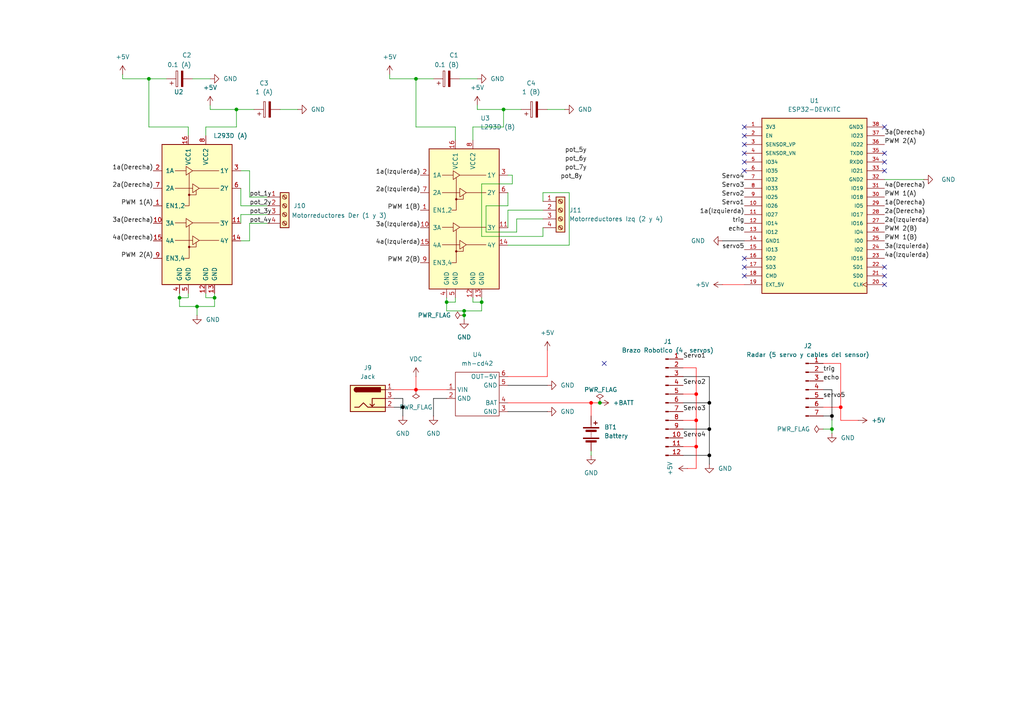
<source format=kicad_sch>
(kicad_sch
	(version 20231120)
	(generator "eeschema")
	(generator_version "8.0")
	(uuid "fadc3ad9-689a-4724-8104-9cbe5945f6a9")
	(paper "A4")
	(lib_symbols
		(symbol "Connector:Barrel_Jack_Switch"
			(pin_names hide)
			(exclude_from_sim no)
			(in_bom yes)
			(on_board yes)
			(property "Reference" "J"
				(at 0 5.334 0)
				(effects
					(font
						(size 1.27 1.27)
					)
				)
			)
			(property "Value" "Barrel_Jack_Switch"
				(at 0 -5.08 0)
				(effects
					(font
						(size 1.27 1.27)
					)
				)
			)
			(property "Footprint" ""
				(at 1.27 -1.016 0)
				(effects
					(font
						(size 1.27 1.27)
					)
					(hide yes)
				)
			)
			(property "Datasheet" "~"
				(at 1.27 -1.016 0)
				(effects
					(font
						(size 1.27 1.27)
					)
					(hide yes)
				)
			)
			(property "Description" "DC Barrel Jack with an internal switch"
				(at 0 0 0)
				(effects
					(font
						(size 1.27 1.27)
					)
					(hide yes)
				)
			)
			(property "ki_keywords" "DC power barrel jack connector"
				(at 0 0 0)
				(effects
					(font
						(size 1.27 1.27)
					)
					(hide yes)
				)
			)
			(property "ki_fp_filters" "BarrelJack*"
				(at 0 0 0)
				(effects
					(font
						(size 1.27 1.27)
					)
					(hide yes)
				)
			)
			(symbol "Barrel_Jack_Switch_0_1"
				(rectangle
					(start -5.08 3.81)
					(end 5.08 -3.81)
					(stroke
						(width 0.254)
						(type default)
					)
					(fill
						(type background)
					)
				)
				(arc
					(start -3.302 3.175)
					(mid -3.9343 2.54)
					(end -3.302 1.905)
					(stroke
						(width 0.254)
						(type default)
					)
					(fill
						(type none)
					)
				)
				(arc
					(start -3.302 3.175)
					(mid -3.9343 2.54)
					(end -3.302 1.905)
					(stroke
						(width 0.254)
						(type default)
					)
					(fill
						(type outline)
					)
				)
				(polyline
					(pts
						(xy 1.27 -2.286) (xy 1.905 -1.651)
					)
					(stroke
						(width 0.254)
						(type default)
					)
					(fill
						(type none)
					)
				)
				(polyline
					(pts
						(xy 5.08 2.54) (xy 3.81 2.54)
					)
					(stroke
						(width 0.254)
						(type default)
					)
					(fill
						(type none)
					)
				)
				(polyline
					(pts
						(xy 5.08 0) (xy 1.27 0) (xy 1.27 -2.286) (xy 0.635 -1.651)
					)
					(stroke
						(width 0.254)
						(type default)
					)
					(fill
						(type none)
					)
				)
				(polyline
					(pts
						(xy -3.81 -2.54) (xy -2.54 -2.54) (xy -1.27 -1.27) (xy 0 -2.54) (xy 2.54 -2.54) (xy 5.08 -2.54)
					)
					(stroke
						(width 0.254)
						(type default)
					)
					(fill
						(type none)
					)
				)
				(rectangle
					(start 3.683 3.175)
					(end -3.302 1.905)
					(stroke
						(width 0.254)
						(type default)
					)
					(fill
						(type outline)
					)
				)
			)
			(symbol "Barrel_Jack_Switch_1_1"
				(pin passive line
					(at 7.62 2.54 180)
					(length 2.54)
					(name "~"
						(effects
							(font
								(size 1.27 1.27)
							)
						)
					)
					(number "1"
						(effects
							(font
								(size 1.27 1.27)
							)
						)
					)
				)
				(pin passive line
					(at 7.62 -2.54 180)
					(length 2.54)
					(name "~"
						(effects
							(font
								(size 1.27 1.27)
							)
						)
					)
					(number "2"
						(effects
							(font
								(size 1.27 1.27)
							)
						)
					)
				)
				(pin passive line
					(at 7.62 0 180)
					(length 2.54)
					(name "~"
						(effects
							(font
								(size 1.27 1.27)
							)
						)
					)
					(number "3"
						(effects
							(font
								(size 1.27 1.27)
							)
						)
					)
				)
			)
		)
		(symbol "Connector:Conn_01x07_Pin"
			(pin_names
				(offset 1.016) hide)
			(exclude_from_sim no)
			(in_bom yes)
			(on_board yes)
			(property "Reference" "J"
				(at 0 10.16 0)
				(effects
					(font
						(size 1.27 1.27)
					)
				)
			)
			(property "Value" "Conn_01x07_Pin"
				(at 0 -10.16 0)
				(effects
					(font
						(size 1.27 1.27)
					)
				)
			)
			(property "Footprint" ""
				(at 0 0 0)
				(effects
					(font
						(size 1.27 1.27)
					)
					(hide yes)
				)
			)
			(property "Datasheet" "~"
				(at 0 0 0)
				(effects
					(font
						(size 1.27 1.27)
					)
					(hide yes)
				)
			)
			(property "Description" "Generic connector, single row, 01x07, script generated"
				(at 0 0 0)
				(effects
					(font
						(size 1.27 1.27)
					)
					(hide yes)
				)
			)
			(property "ki_locked" ""
				(at 0 0 0)
				(effects
					(font
						(size 1.27 1.27)
					)
				)
			)
			(property "ki_keywords" "connector"
				(at 0 0 0)
				(effects
					(font
						(size 1.27 1.27)
					)
					(hide yes)
				)
			)
			(property "ki_fp_filters" "Connector*:*_1x??_*"
				(at 0 0 0)
				(effects
					(font
						(size 1.27 1.27)
					)
					(hide yes)
				)
			)
			(symbol "Conn_01x07_Pin_1_1"
				(polyline
					(pts
						(xy 1.27 -7.62) (xy 0.8636 -7.62)
					)
					(stroke
						(width 0.1524)
						(type default)
					)
					(fill
						(type none)
					)
				)
				(polyline
					(pts
						(xy 1.27 -5.08) (xy 0.8636 -5.08)
					)
					(stroke
						(width 0.1524)
						(type default)
					)
					(fill
						(type none)
					)
				)
				(polyline
					(pts
						(xy 1.27 -2.54) (xy 0.8636 -2.54)
					)
					(stroke
						(width 0.1524)
						(type default)
					)
					(fill
						(type none)
					)
				)
				(polyline
					(pts
						(xy 1.27 0) (xy 0.8636 0)
					)
					(stroke
						(width 0.1524)
						(type default)
					)
					(fill
						(type none)
					)
				)
				(polyline
					(pts
						(xy 1.27 2.54) (xy 0.8636 2.54)
					)
					(stroke
						(width 0.1524)
						(type default)
					)
					(fill
						(type none)
					)
				)
				(polyline
					(pts
						(xy 1.27 5.08) (xy 0.8636 5.08)
					)
					(stroke
						(width 0.1524)
						(type default)
					)
					(fill
						(type none)
					)
				)
				(polyline
					(pts
						(xy 1.27 7.62) (xy 0.8636 7.62)
					)
					(stroke
						(width 0.1524)
						(type default)
					)
					(fill
						(type none)
					)
				)
				(rectangle
					(start 0.8636 -7.493)
					(end 0 -7.747)
					(stroke
						(width 0.1524)
						(type default)
					)
					(fill
						(type outline)
					)
				)
				(rectangle
					(start 0.8636 -4.953)
					(end 0 -5.207)
					(stroke
						(width 0.1524)
						(type default)
					)
					(fill
						(type outline)
					)
				)
				(rectangle
					(start 0.8636 -2.413)
					(end 0 -2.667)
					(stroke
						(width 0.1524)
						(type default)
					)
					(fill
						(type outline)
					)
				)
				(rectangle
					(start 0.8636 0.127)
					(end 0 -0.127)
					(stroke
						(width 0.1524)
						(type default)
					)
					(fill
						(type outline)
					)
				)
				(rectangle
					(start 0.8636 2.667)
					(end 0 2.413)
					(stroke
						(width 0.1524)
						(type default)
					)
					(fill
						(type outline)
					)
				)
				(rectangle
					(start 0.8636 5.207)
					(end 0 4.953)
					(stroke
						(width 0.1524)
						(type default)
					)
					(fill
						(type outline)
					)
				)
				(rectangle
					(start 0.8636 7.747)
					(end 0 7.493)
					(stroke
						(width 0.1524)
						(type default)
					)
					(fill
						(type outline)
					)
				)
				(pin passive line
					(at 5.08 7.62 180)
					(length 3.81)
					(name "Pin_1"
						(effects
							(font
								(size 1.27 1.27)
							)
						)
					)
					(number "1"
						(effects
							(font
								(size 1.27 1.27)
							)
						)
					)
				)
				(pin passive line
					(at 5.08 5.08 180)
					(length 3.81)
					(name "Pin_2"
						(effects
							(font
								(size 1.27 1.27)
							)
						)
					)
					(number "2"
						(effects
							(font
								(size 1.27 1.27)
							)
						)
					)
				)
				(pin passive line
					(at 5.08 2.54 180)
					(length 3.81)
					(name "Pin_3"
						(effects
							(font
								(size 1.27 1.27)
							)
						)
					)
					(number "3"
						(effects
							(font
								(size 1.27 1.27)
							)
						)
					)
				)
				(pin passive line
					(at 5.08 0 180)
					(length 3.81)
					(name "Pin_4"
						(effects
							(font
								(size 1.27 1.27)
							)
						)
					)
					(number "4"
						(effects
							(font
								(size 1.27 1.27)
							)
						)
					)
				)
				(pin passive line
					(at 5.08 -2.54 180)
					(length 3.81)
					(name "Pin_5"
						(effects
							(font
								(size 1.27 1.27)
							)
						)
					)
					(number "5"
						(effects
							(font
								(size 1.27 1.27)
							)
						)
					)
				)
				(pin passive line
					(at 5.08 -5.08 180)
					(length 3.81)
					(name "Pin_6"
						(effects
							(font
								(size 1.27 1.27)
							)
						)
					)
					(number "6"
						(effects
							(font
								(size 1.27 1.27)
							)
						)
					)
				)
				(pin passive line
					(at 5.08 -7.62 180)
					(length 3.81)
					(name "Pin_7"
						(effects
							(font
								(size 1.27 1.27)
							)
						)
					)
					(number "7"
						(effects
							(font
								(size 1.27 1.27)
							)
						)
					)
				)
			)
		)
		(symbol "Connector:Conn_01x12_Pin"
			(pin_names
				(offset 1.016) hide)
			(exclude_from_sim no)
			(in_bom yes)
			(on_board yes)
			(property "Reference" "J"
				(at 0 15.24 0)
				(effects
					(font
						(size 1.27 1.27)
					)
				)
			)
			(property "Value" "Conn_01x12_Pin"
				(at 0 -17.78 0)
				(effects
					(font
						(size 1.27 1.27)
					)
				)
			)
			(property "Footprint" ""
				(at 0 0 0)
				(effects
					(font
						(size 1.27 1.27)
					)
					(hide yes)
				)
			)
			(property "Datasheet" "~"
				(at 0 0 0)
				(effects
					(font
						(size 1.27 1.27)
					)
					(hide yes)
				)
			)
			(property "Description" "Generic connector, single row, 01x12, script generated"
				(at 0 0 0)
				(effects
					(font
						(size 1.27 1.27)
					)
					(hide yes)
				)
			)
			(property "ki_locked" ""
				(at 0 0 0)
				(effects
					(font
						(size 1.27 1.27)
					)
				)
			)
			(property "ki_keywords" "connector"
				(at 0 0 0)
				(effects
					(font
						(size 1.27 1.27)
					)
					(hide yes)
				)
			)
			(property "ki_fp_filters" "Connector*:*_1x??_*"
				(at 0 0 0)
				(effects
					(font
						(size 1.27 1.27)
					)
					(hide yes)
				)
			)
			(symbol "Conn_01x12_Pin_1_1"
				(polyline
					(pts
						(xy 1.27 -15.24) (xy 0.8636 -15.24)
					)
					(stroke
						(width 0.1524)
						(type default)
					)
					(fill
						(type none)
					)
				)
				(polyline
					(pts
						(xy 1.27 -12.7) (xy 0.8636 -12.7)
					)
					(stroke
						(width 0.1524)
						(type default)
					)
					(fill
						(type none)
					)
				)
				(polyline
					(pts
						(xy 1.27 -10.16) (xy 0.8636 -10.16)
					)
					(stroke
						(width 0.1524)
						(type default)
					)
					(fill
						(type none)
					)
				)
				(polyline
					(pts
						(xy 1.27 -7.62) (xy 0.8636 -7.62)
					)
					(stroke
						(width 0.1524)
						(type default)
					)
					(fill
						(type none)
					)
				)
				(polyline
					(pts
						(xy 1.27 -5.08) (xy 0.8636 -5.08)
					)
					(stroke
						(width 0.1524)
						(type default)
					)
					(fill
						(type none)
					)
				)
				(polyline
					(pts
						(xy 1.27 -2.54) (xy 0.8636 -2.54)
					)
					(stroke
						(width 0.1524)
						(type default)
					)
					(fill
						(type none)
					)
				)
				(polyline
					(pts
						(xy 1.27 0) (xy 0.8636 0)
					)
					(stroke
						(width 0.1524)
						(type default)
					)
					(fill
						(type none)
					)
				)
				(polyline
					(pts
						(xy 1.27 2.54) (xy 0.8636 2.54)
					)
					(stroke
						(width 0.1524)
						(type default)
					)
					(fill
						(type none)
					)
				)
				(polyline
					(pts
						(xy 1.27 5.08) (xy 0.8636 5.08)
					)
					(stroke
						(width 0.1524)
						(type default)
					)
					(fill
						(type none)
					)
				)
				(polyline
					(pts
						(xy 1.27 7.62) (xy 0.8636 7.62)
					)
					(stroke
						(width 0.1524)
						(type default)
					)
					(fill
						(type none)
					)
				)
				(polyline
					(pts
						(xy 1.27 10.16) (xy 0.8636 10.16)
					)
					(stroke
						(width 0.1524)
						(type default)
					)
					(fill
						(type none)
					)
				)
				(polyline
					(pts
						(xy 1.27 12.7) (xy 0.8636 12.7)
					)
					(stroke
						(width 0.1524)
						(type default)
					)
					(fill
						(type none)
					)
				)
				(rectangle
					(start 0.8636 -15.113)
					(end 0 -15.367)
					(stroke
						(width 0.1524)
						(type default)
					)
					(fill
						(type outline)
					)
				)
				(rectangle
					(start 0.8636 -12.573)
					(end 0 -12.827)
					(stroke
						(width 0.1524)
						(type default)
					)
					(fill
						(type outline)
					)
				)
				(rectangle
					(start 0.8636 -10.033)
					(end 0 -10.287)
					(stroke
						(width 0.1524)
						(type default)
					)
					(fill
						(type outline)
					)
				)
				(rectangle
					(start 0.8636 -7.493)
					(end 0 -7.747)
					(stroke
						(width 0.1524)
						(type default)
					)
					(fill
						(type outline)
					)
				)
				(rectangle
					(start 0.8636 -4.953)
					(end 0 -5.207)
					(stroke
						(width 0.1524)
						(type default)
					)
					(fill
						(type outline)
					)
				)
				(rectangle
					(start 0.8636 -2.413)
					(end 0 -2.667)
					(stroke
						(width 0.1524)
						(type default)
					)
					(fill
						(type outline)
					)
				)
				(rectangle
					(start 0.8636 0.127)
					(end 0 -0.127)
					(stroke
						(width 0.1524)
						(type default)
					)
					(fill
						(type outline)
					)
				)
				(rectangle
					(start 0.8636 2.667)
					(end 0 2.413)
					(stroke
						(width 0.1524)
						(type default)
					)
					(fill
						(type outline)
					)
				)
				(rectangle
					(start 0.8636 5.207)
					(end 0 4.953)
					(stroke
						(width 0.1524)
						(type default)
					)
					(fill
						(type outline)
					)
				)
				(rectangle
					(start 0.8636 7.747)
					(end 0 7.493)
					(stroke
						(width 0.1524)
						(type default)
					)
					(fill
						(type outline)
					)
				)
				(rectangle
					(start 0.8636 10.287)
					(end 0 10.033)
					(stroke
						(width 0.1524)
						(type default)
					)
					(fill
						(type outline)
					)
				)
				(rectangle
					(start 0.8636 12.827)
					(end 0 12.573)
					(stroke
						(width 0.1524)
						(type default)
					)
					(fill
						(type outline)
					)
				)
				(pin passive line
					(at 5.08 12.7 180)
					(length 3.81)
					(name "Pin_1"
						(effects
							(font
								(size 1.27 1.27)
							)
						)
					)
					(number "1"
						(effects
							(font
								(size 1.27 1.27)
							)
						)
					)
				)
				(pin passive line
					(at 5.08 -10.16 180)
					(length 3.81)
					(name "Pin_10"
						(effects
							(font
								(size 1.27 1.27)
							)
						)
					)
					(number "10"
						(effects
							(font
								(size 1.27 1.27)
							)
						)
					)
				)
				(pin passive line
					(at 5.08 -12.7 180)
					(length 3.81)
					(name "Pin_11"
						(effects
							(font
								(size 1.27 1.27)
							)
						)
					)
					(number "11"
						(effects
							(font
								(size 1.27 1.27)
							)
						)
					)
				)
				(pin passive line
					(at 5.08 -15.24 180)
					(length 3.81)
					(name "Pin_12"
						(effects
							(font
								(size 1.27 1.27)
							)
						)
					)
					(number "12"
						(effects
							(font
								(size 1.27 1.27)
							)
						)
					)
				)
				(pin passive line
					(at 5.08 10.16 180)
					(length 3.81)
					(name "Pin_2"
						(effects
							(font
								(size 1.27 1.27)
							)
						)
					)
					(number "2"
						(effects
							(font
								(size 1.27 1.27)
							)
						)
					)
				)
				(pin passive line
					(at 5.08 7.62 180)
					(length 3.81)
					(name "Pin_3"
						(effects
							(font
								(size 1.27 1.27)
							)
						)
					)
					(number "3"
						(effects
							(font
								(size 1.27 1.27)
							)
						)
					)
				)
				(pin passive line
					(at 5.08 5.08 180)
					(length 3.81)
					(name "Pin_4"
						(effects
							(font
								(size 1.27 1.27)
							)
						)
					)
					(number "4"
						(effects
							(font
								(size 1.27 1.27)
							)
						)
					)
				)
				(pin passive line
					(at 5.08 2.54 180)
					(length 3.81)
					(name "Pin_5"
						(effects
							(font
								(size 1.27 1.27)
							)
						)
					)
					(number "5"
						(effects
							(font
								(size 1.27 1.27)
							)
						)
					)
				)
				(pin passive line
					(at 5.08 0 180)
					(length 3.81)
					(name "Pin_6"
						(effects
							(font
								(size 1.27 1.27)
							)
						)
					)
					(number "6"
						(effects
							(font
								(size 1.27 1.27)
							)
						)
					)
				)
				(pin passive line
					(at 5.08 -2.54 180)
					(length 3.81)
					(name "Pin_7"
						(effects
							(font
								(size 1.27 1.27)
							)
						)
					)
					(number "7"
						(effects
							(font
								(size 1.27 1.27)
							)
						)
					)
				)
				(pin passive line
					(at 5.08 -5.08 180)
					(length 3.81)
					(name "Pin_8"
						(effects
							(font
								(size 1.27 1.27)
							)
						)
					)
					(number "8"
						(effects
							(font
								(size 1.27 1.27)
							)
						)
					)
				)
				(pin passive line
					(at 5.08 -7.62 180)
					(length 3.81)
					(name "Pin_9"
						(effects
							(font
								(size 1.27 1.27)
							)
						)
					)
					(number "9"
						(effects
							(font
								(size 1.27 1.27)
							)
						)
					)
				)
			)
		)
		(symbol "Connector:Screw_Terminal_01x04"
			(pin_names
				(offset 1.016) hide)
			(exclude_from_sim no)
			(in_bom yes)
			(on_board yes)
			(property "Reference" "J"
				(at 0 5.08 0)
				(effects
					(font
						(size 1.27 1.27)
					)
				)
			)
			(property "Value" "Screw_Terminal_01x04"
				(at 0 -7.62 0)
				(effects
					(font
						(size 1.27 1.27)
					)
				)
			)
			(property "Footprint" ""
				(at 0 0 0)
				(effects
					(font
						(size 1.27 1.27)
					)
					(hide yes)
				)
			)
			(property "Datasheet" "~"
				(at 0 0 0)
				(effects
					(font
						(size 1.27 1.27)
					)
					(hide yes)
				)
			)
			(property "Description" "Generic screw terminal, single row, 01x04, script generated (kicad-library-utils/schlib/autogen/connector/)"
				(at 0 0 0)
				(effects
					(font
						(size 1.27 1.27)
					)
					(hide yes)
				)
			)
			(property "ki_keywords" "screw terminal"
				(at 0 0 0)
				(effects
					(font
						(size 1.27 1.27)
					)
					(hide yes)
				)
			)
			(property "ki_fp_filters" "TerminalBlock*:*"
				(at 0 0 0)
				(effects
					(font
						(size 1.27 1.27)
					)
					(hide yes)
				)
			)
			(symbol "Screw_Terminal_01x04_1_1"
				(rectangle
					(start -1.27 3.81)
					(end 1.27 -6.35)
					(stroke
						(width 0.254)
						(type default)
					)
					(fill
						(type background)
					)
				)
				(circle
					(center 0 -5.08)
					(radius 0.635)
					(stroke
						(width 0.1524)
						(type default)
					)
					(fill
						(type none)
					)
				)
				(circle
					(center 0 -2.54)
					(radius 0.635)
					(stroke
						(width 0.1524)
						(type default)
					)
					(fill
						(type none)
					)
				)
				(polyline
					(pts
						(xy -0.5334 -4.7498) (xy 0.3302 -5.588)
					)
					(stroke
						(width 0.1524)
						(type default)
					)
					(fill
						(type none)
					)
				)
				(polyline
					(pts
						(xy -0.5334 -2.2098) (xy 0.3302 -3.048)
					)
					(stroke
						(width 0.1524)
						(type default)
					)
					(fill
						(type none)
					)
				)
				(polyline
					(pts
						(xy -0.5334 0.3302) (xy 0.3302 -0.508)
					)
					(stroke
						(width 0.1524)
						(type default)
					)
					(fill
						(type none)
					)
				)
				(polyline
					(pts
						(xy -0.5334 2.8702) (xy 0.3302 2.032)
					)
					(stroke
						(width 0.1524)
						(type default)
					)
					(fill
						(type none)
					)
				)
				(polyline
					(pts
						(xy -0.3556 -4.572) (xy 0.508 -5.4102)
					)
					(stroke
						(width 0.1524)
						(type default)
					)
					(fill
						(type none)
					)
				)
				(polyline
					(pts
						(xy -0.3556 -2.032) (xy 0.508 -2.8702)
					)
					(stroke
						(width 0.1524)
						(type default)
					)
					(fill
						(type none)
					)
				)
				(polyline
					(pts
						(xy -0.3556 0.508) (xy 0.508 -0.3302)
					)
					(stroke
						(width 0.1524)
						(type default)
					)
					(fill
						(type none)
					)
				)
				(polyline
					(pts
						(xy -0.3556 3.048) (xy 0.508 2.2098)
					)
					(stroke
						(width 0.1524)
						(type default)
					)
					(fill
						(type none)
					)
				)
				(circle
					(center 0 0)
					(radius 0.635)
					(stroke
						(width 0.1524)
						(type default)
					)
					(fill
						(type none)
					)
				)
				(circle
					(center 0 2.54)
					(radius 0.635)
					(stroke
						(width 0.1524)
						(type default)
					)
					(fill
						(type none)
					)
				)
				(pin passive line
					(at -5.08 2.54 0)
					(length 3.81)
					(name "Pin_1"
						(effects
							(font
								(size 1.27 1.27)
							)
						)
					)
					(number "1"
						(effects
							(font
								(size 1.27 1.27)
							)
						)
					)
				)
				(pin passive line
					(at -5.08 0 0)
					(length 3.81)
					(name "Pin_2"
						(effects
							(font
								(size 1.27 1.27)
							)
						)
					)
					(number "2"
						(effects
							(font
								(size 1.27 1.27)
							)
						)
					)
				)
				(pin passive line
					(at -5.08 -2.54 0)
					(length 3.81)
					(name "Pin_3"
						(effects
							(font
								(size 1.27 1.27)
							)
						)
					)
					(number "3"
						(effects
							(font
								(size 1.27 1.27)
							)
						)
					)
				)
				(pin passive line
					(at -5.08 -5.08 0)
					(length 3.81)
					(name "Pin_4"
						(effects
							(font
								(size 1.27 1.27)
							)
						)
					)
					(number "4"
						(effects
							(font
								(size 1.27 1.27)
							)
						)
					)
				)
			)
		)
		(symbol "Device:Battery"
			(pin_numbers hide)
			(pin_names
				(offset 0) hide)
			(exclude_from_sim no)
			(in_bom yes)
			(on_board yes)
			(property "Reference" "BT"
				(at 2.54 2.54 0)
				(effects
					(font
						(size 1.27 1.27)
					)
					(justify left)
				)
			)
			(property "Value" "Battery"
				(at 2.54 0 0)
				(effects
					(font
						(size 1.27 1.27)
					)
					(justify left)
				)
			)
			(property "Footprint" ""
				(at 0 1.524 90)
				(effects
					(font
						(size 1.27 1.27)
					)
					(hide yes)
				)
			)
			(property "Datasheet" "~"
				(at 0 1.524 90)
				(effects
					(font
						(size 1.27 1.27)
					)
					(hide yes)
				)
			)
			(property "Description" "Multiple-cell battery"
				(at 0 0 0)
				(effects
					(font
						(size 1.27 1.27)
					)
					(hide yes)
				)
			)
			(property "ki_keywords" "batt voltage-source cell"
				(at 0 0 0)
				(effects
					(font
						(size 1.27 1.27)
					)
					(hide yes)
				)
			)
			(symbol "Battery_0_1"
				(rectangle
					(start -2.286 -1.27)
					(end 2.286 -1.524)
					(stroke
						(width 0)
						(type default)
					)
					(fill
						(type outline)
					)
				)
				(rectangle
					(start -2.286 1.778)
					(end 2.286 1.524)
					(stroke
						(width 0)
						(type default)
					)
					(fill
						(type outline)
					)
				)
				(rectangle
					(start -1.524 -2.032)
					(end 1.524 -2.54)
					(stroke
						(width 0)
						(type default)
					)
					(fill
						(type outline)
					)
				)
				(rectangle
					(start -1.524 1.016)
					(end 1.524 0.508)
					(stroke
						(width 0)
						(type default)
					)
					(fill
						(type outline)
					)
				)
				(polyline
					(pts
						(xy 0 -1.016) (xy 0 -0.762)
					)
					(stroke
						(width 0)
						(type default)
					)
					(fill
						(type none)
					)
				)
				(polyline
					(pts
						(xy 0 -0.508) (xy 0 -0.254)
					)
					(stroke
						(width 0)
						(type default)
					)
					(fill
						(type none)
					)
				)
				(polyline
					(pts
						(xy 0 0) (xy 0 0.254)
					)
					(stroke
						(width 0)
						(type default)
					)
					(fill
						(type none)
					)
				)
				(polyline
					(pts
						(xy 0 1.778) (xy 0 2.54)
					)
					(stroke
						(width 0)
						(type default)
					)
					(fill
						(type none)
					)
				)
				(polyline
					(pts
						(xy 0.762 3.048) (xy 1.778 3.048)
					)
					(stroke
						(width 0.254)
						(type default)
					)
					(fill
						(type none)
					)
				)
				(polyline
					(pts
						(xy 1.27 3.556) (xy 1.27 2.54)
					)
					(stroke
						(width 0.254)
						(type default)
					)
					(fill
						(type none)
					)
				)
			)
			(symbol "Battery_1_1"
				(pin passive line
					(at 0 5.08 270)
					(length 2.54)
					(name "+"
						(effects
							(font
								(size 1.27 1.27)
							)
						)
					)
					(number "1"
						(effects
							(font
								(size 1.27 1.27)
							)
						)
					)
				)
				(pin passive line
					(at 0 -5.08 90)
					(length 2.54)
					(name "-"
						(effects
							(font
								(size 1.27 1.27)
							)
						)
					)
					(number "2"
						(effects
							(font
								(size 1.27 1.27)
							)
						)
					)
				)
			)
		)
		(symbol "Device:C_Polarized"
			(pin_numbers hide)
			(pin_names
				(offset 0.254)
			)
			(exclude_from_sim no)
			(in_bom yes)
			(on_board yes)
			(property "Reference" "C"
				(at 0.635 2.54 0)
				(effects
					(font
						(size 1.27 1.27)
					)
					(justify left)
				)
			)
			(property "Value" "C_Polarized"
				(at 0.635 -2.54 0)
				(effects
					(font
						(size 1.27 1.27)
					)
					(justify left)
				)
			)
			(property "Footprint" ""
				(at 0.9652 -3.81 0)
				(effects
					(font
						(size 1.27 1.27)
					)
					(hide yes)
				)
			)
			(property "Datasheet" "~"
				(at 0 0 0)
				(effects
					(font
						(size 1.27 1.27)
					)
					(hide yes)
				)
			)
			(property "Description" "Polarized capacitor"
				(at 0 0 0)
				(effects
					(font
						(size 1.27 1.27)
					)
					(hide yes)
				)
			)
			(property "ki_keywords" "cap capacitor"
				(at 0 0 0)
				(effects
					(font
						(size 1.27 1.27)
					)
					(hide yes)
				)
			)
			(property "ki_fp_filters" "CP_*"
				(at 0 0 0)
				(effects
					(font
						(size 1.27 1.27)
					)
					(hide yes)
				)
			)
			(symbol "C_Polarized_0_1"
				(rectangle
					(start -2.286 0.508)
					(end 2.286 1.016)
					(stroke
						(width 0)
						(type default)
					)
					(fill
						(type none)
					)
				)
				(polyline
					(pts
						(xy -1.778 2.286) (xy -0.762 2.286)
					)
					(stroke
						(width 0)
						(type default)
					)
					(fill
						(type none)
					)
				)
				(polyline
					(pts
						(xy -1.27 2.794) (xy -1.27 1.778)
					)
					(stroke
						(width 0)
						(type default)
					)
					(fill
						(type none)
					)
				)
				(rectangle
					(start 2.286 -0.508)
					(end -2.286 -1.016)
					(stroke
						(width 0)
						(type default)
					)
					(fill
						(type outline)
					)
				)
			)
			(symbol "C_Polarized_1_1"
				(pin passive line
					(at 0 3.81 270)
					(length 2.794)
					(name "~"
						(effects
							(font
								(size 1.27 1.27)
							)
						)
					)
					(number "1"
						(effects
							(font
								(size 1.27 1.27)
							)
						)
					)
				)
				(pin passive line
					(at 0 -3.81 90)
					(length 2.794)
					(name "~"
						(effects
							(font
								(size 1.27 1.27)
							)
						)
					)
					(number "2"
						(effects
							(font
								(size 1.27 1.27)
							)
						)
					)
				)
			)
		)
		(symbol "Driver_Motor:L293"
			(pin_names
				(offset 1.016)
			)
			(exclude_from_sim no)
			(in_bom yes)
			(on_board yes)
			(property "Reference" "U"
				(at -5.08 26.035 0)
				(effects
					(font
						(size 1.27 1.27)
					)
					(justify right)
				)
			)
			(property "Value" "L293"
				(at -5.08 24.13 0)
				(effects
					(font
						(size 1.27 1.27)
					)
					(justify right)
				)
			)
			(property "Footprint" "Package_DIP:DIP-16_W7.62mm"
				(at 6.35 -19.05 0)
				(effects
					(font
						(size 1.27 1.27)
					)
					(justify left)
					(hide yes)
				)
			)
			(property "Datasheet" "http://www.ti.com/lit/ds/symlink/l293.pdf"
				(at -7.62 17.78 0)
				(effects
					(font
						(size 1.27 1.27)
					)
					(hide yes)
				)
			)
			(property "Description" "Quadruple Half-H Drivers"
				(at 0 0 0)
				(effects
					(font
						(size 1.27 1.27)
					)
					(hide yes)
				)
			)
			(property "ki_keywords" "Half-H Driver Motor"
				(at 0 0 0)
				(effects
					(font
						(size 1.27 1.27)
					)
					(hide yes)
				)
			)
			(property "ki_fp_filters" "DIP*W7.62mm*"
				(at 0 0 0)
				(effects
					(font
						(size 1.27 1.27)
					)
					(hide yes)
				)
			)
			(symbol "L293_0_1"
				(rectangle
					(start -10.16 22.86)
					(end 10.16 -17.78)
					(stroke
						(width 0.254)
						(type default)
					)
					(fill
						(type background)
					)
				)
				(circle
					(center -2.286 -6.858)
					(radius 0.254)
					(stroke
						(width 0)
						(type default)
					)
					(fill
						(type outline)
					)
				)
				(circle
					(center -2.286 8.255)
					(radius 0.254)
					(stroke
						(width 0)
						(type default)
					)
					(fill
						(type outline)
					)
				)
				(polyline
					(pts
						(xy -6.35 -4.953) (xy -1.27 -4.953)
					)
					(stroke
						(width 0)
						(type default)
					)
					(fill
						(type none)
					)
				)
				(polyline
					(pts
						(xy -6.35 0.127) (xy -3.175 0.127)
					)
					(stroke
						(width 0)
						(type default)
					)
					(fill
						(type none)
					)
				)
				(polyline
					(pts
						(xy -6.35 10.16) (xy -1.27 10.16)
					)
					(stroke
						(width 0)
						(type default)
					)
					(fill
						(type none)
					)
				)
				(polyline
					(pts
						(xy -6.35 15.24) (xy -3.175 15.24)
					)
					(stroke
						(width 0)
						(type default)
					)
					(fill
						(type none)
					)
				)
				(polyline
					(pts
						(xy -1.27 0.127) (xy 6.35 0.127)
					)
					(stroke
						(width 0)
						(type default)
					)
					(fill
						(type none)
					)
				)
				(polyline
					(pts
						(xy -1.27 15.24) (xy 6.35 15.24)
					)
					(stroke
						(width 0)
						(type default)
					)
					(fill
						(type none)
					)
				)
				(polyline
					(pts
						(xy 0.635 -4.953) (xy 6.35 -4.953)
					)
					(stroke
						(width 0)
						(type default)
					)
					(fill
						(type none)
					)
				)
				(polyline
					(pts
						(xy 0.635 10.16) (xy 6.35 10.16)
					)
					(stroke
						(width 0)
						(type default)
					)
					(fill
						(type none)
					)
				)
				(polyline
					(pts
						(xy -2.286 -6.858) (xy -0.254 -6.858) (xy -0.254 -5.588)
					)
					(stroke
						(width 0)
						(type default)
					)
					(fill
						(type none)
					)
				)
				(polyline
					(pts
						(xy -2.286 -0.635) (xy -2.286 -10.16) (xy -3.556 -10.16)
					)
					(stroke
						(width 0)
						(type default)
					)
					(fill
						(type none)
					)
				)
				(polyline
					(pts
						(xy -2.286 8.255) (xy -0.254 8.255) (xy -0.254 9.525)
					)
					(stroke
						(width 0)
						(type default)
					)
					(fill
						(type none)
					)
				)
				(polyline
					(pts
						(xy -2.286 14.478) (xy -2.286 5.08) (xy -3.556 5.08)
					)
					(stroke
						(width 0)
						(type default)
					)
					(fill
						(type none)
					)
				)
				(polyline
					(pts
						(xy -3.175 1.397) (xy -3.175 -1.143) (xy -1.27 0.127) (xy -3.175 1.397)
					)
					(stroke
						(width 0)
						(type default)
					)
					(fill
						(type none)
					)
				)
				(polyline
					(pts
						(xy -3.175 16.51) (xy -3.175 13.97) (xy -1.27 15.24) (xy -3.175 16.51)
					)
					(stroke
						(width 0)
						(type default)
					)
					(fill
						(type none)
					)
				)
				(polyline
					(pts
						(xy -1.27 -3.683) (xy -1.27 -6.223) (xy 0.635 -4.953) (xy -1.27 -3.683)
					)
					(stroke
						(width 0)
						(type default)
					)
					(fill
						(type none)
					)
				)
				(polyline
					(pts
						(xy -1.27 11.43) (xy -1.27 8.89) (xy 0.635 10.16) (xy -1.27 11.43)
					)
					(stroke
						(width 0)
						(type default)
					)
					(fill
						(type none)
					)
				)
			)
			(symbol "L293_1_1"
				(pin input line
					(at -12.7 5.08 0)
					(length 2.54)
					(name "EN1,2"
						(effects
							(font
								(size 1.27 1.27)
							)
						)
					)
					(number "1"
						(effects
							(font
								(size 1.27 1.27)
							)
						)
					)
				)
				(pin input line
					(at -12.7 0 0)
					(length 2.54)
					(name "3A"
						(effects
							(font
								(size 1.27 1.27)
							)
						)
					)
					(number "10"
						(effects
							(font
								(size 1.27 1.27)
							)
						)
					)
				)
				(pin output line
					(at 12.7 0 180)
					(length 2.54)
					(name "3Y"
						(effects
							(font
								(size 1.27 1.27)
							)
						)
					)
					(number "11"
						(effects
							(font
								(size 1.27 1.27)
							)
						)
					)
				)
				(pin power_in line
					(at 2.54 -20.32 90)
					(length 2.54)
					(name "GND"
						(effects
							(font
								(size 1.27 1.27)
							)
						)
					)
					(number "12"
						(effects
							(font
								(size 1.27 1.27)
							)
						)
					)
				)
				(pin power_in line
					(at 5.08 -20.32 90)
					(length 2.54)
					(name "GND"
						(effects
							(font
								(size 1.27 1.27)
							)
						)
					)
					(number "13"
						(effects
							(font
								(size 1.27 1.27)
							)
						)
					)
				)
				(pin output line
					(at 12.7 -5.08 180)
					(length 2.54)
					(name "4Y"
						(effects
							(font
								(size 1.27 1.27)
							)
						)
					)
					(number "14"
						(effects
							(font
								(size 1.27 1.27)
							)
						)
					)
				)
				(pin input line
					(at -12.7 -5.08 0)
					(length 2.54)
					(name "4A"
						(effects
							(font
								(size 1.27 1.27)
							)
						)
					)
					(number "15"
						(effects
							(font
								(size 1.27 1.27)
							)
						)
					)
				)
				(pin power_in line
					(at -2.54 25.4 270)
					(length 2.54)
					(name "VCC1"
						(effects
							(font
								(size 1.27 1.27)
							)
						)
					)
					(number "16"
						(effects
							(font
								(size 1.27 1.27)
							)
						)
					)
				)
				(pin input line
					(at -12.7 15.24 0)
					(length 2.54)
					(name "1A"
						(effects
							(font
								(size 1.27 1.27)
							)
						)
					)
					(number "2"
						(effects
							(font
								(size 1.27 1.27)
							)
						)
					)
				)
				(pin output line
					(at 12.7 15.24 180)
					(length 2.54)
					(name "1Y"
						(effects
							(font
								(size 1.27 1.27)
							)
						)
					)
					(number "3"
						(effects
							(font
								(size 1.27 1.27)
							)
						)
					)
				)
				(pin power_in line
					(at -5.08 -20.32 90)
					(length 2.54)
					(name "GND"
						(effects
							(font
								(size 1.27 1.27)
							)
						)
					)
					(number "4"
						(effects
							(font
								(size 1.27 1.27)
							)
						)
					)
				)
				(pin power_in line
					(at -2.54 -20.32 90)
					(length 2.54)
					(name "GND"
						(effects
							(font
								(size 1.27 1.27)
							)
						)
					)
					(number "5"
						(effects
							(font
								(size 1.27 1.27)
							)
						)
					)
				)
				(pin output line
					(at 12.7 10.16 180)
					(length 2.54)
					(name "2Y"
						(effects
							(font
								(size 1.27 1.27)
							)
						)
					)
					(number "6"
						(effects
							(font
								(size 1.27 1.27)
							)
						)
					)
				)
				(pin input line
					(at -12.7 10.16 0)
					(length 2.54)
					(name "2A"
						(effects
							(font
								(size 1.27 1.27)
							)
						)
					)
					(number "7"
						(effects
							(font
								(size 1.27 1.27)
							)
						)
					)
				)
				(pin power_in line
					(at 2.54 25.4 270)
					(length 2.54)
					(name "VCC2"
						(effects
							(font
								(size 1.27 1.27)
							)
						)
					)
					(number "8"
						(effects
							(font
								(size 1.27 1.27)
							)
						)
					)
				)
				(pin input line
					(at -12.7 -10.16 0)
					(length 2.54)
					(name "EN3,4"
						(effects
							(font
								(size 1.27 1.27)
							)
						)
					)
					(number "9"
						(effects
							(font
								(size 1.27 1.27)
							)
						)
					)
				)
			)
		)
		(symbol "Driver_Motor:L293D"
			(pin_names
				(offset 1.016)
			)
			(exclude_from_sim no)
			(in_bom yes)
			(on_board yes)
			(property "Reference" "U"
				(at -5.08 26.035 0)
				(effects
					(font
						(size 1.27 1.27)
					)
					(justify right)
				)
			)
			(property "Value" "L293D"
				(at -5.08 24.13 0)
				(effects
					(font
						(size 1.27 1.27)
					)
					(justify right)
				)
			)
			(property "Footprint" "Package_DIP:DIP-16_W7.62mm"
				(at 6.35 -19.05 0)
				(effects
					(font
						(size 1.27 1.27)
					)
					(justify left)
					(hide yes)
				)
			)
			(property "Datasheet" "http://www.ti.com/lit/ds/symlink/l293.pdf"
				(at -7.62 17.78 0)
				(effects
					(font
						(size 1.27 1.27)
					)
					(hide yes)
				)
			)
			(property "Description" "Quadruple Half-H Drivers"
				(at 0 0 0)
				(effects
					(font
						(size 1.27 1.27)
					)
					(hide yes)
				)
			)
			(property "ki_keywords" "Half-H Driver Motor"
				(at 0 0 0)
				(effects
					(font
						(size 1.27 1.27)
					)
					(hide yes)
				)
			)
			(property "ki_fp_filters" "DIP*W7.62mm*"
				(at 0 0 0)
				(effects
					(font
						(size 1.27 1.27)
					)
					(hide yes)
				)
			)
			(symbol "L293D_0_1"
				(rectangle
					(start -10.16 22.86)
					(end 10.16 -17.78)
					(stroke
						(width 0.254)
						(type default)
					)
					(fill
						(type background)
					)
				)
				(circle
					(center -2.286 -6.858)
					(radius 0.254)
					(stroke
						(width 0)
						(type default)
					)
					(fill
						(type outline)
					)
				)
				(circle
					(center -2.286 8.255)
					(radius 0.254)
					(stroke
						(width 0)
						(type default)
					)
					(fill
						(type outline)
					)
				)
				(polyline
					(pts
						(xy -6.35 -4.953) (xy -1.27 -4.953)
					)
					(stroke
						(width 0)
						(type default)
					)
					(fill
						(type none)
					)
				)
				(polyline
					(pts
						(xy -6.35 0.127) (xy -3.175 0.127)
					)
					(stroke
						(width 0)
						(type default)
					)
					(fill
						(type none)
					)
				)
				(polyline
					(pts
						(xy -6.35 10.16) (xy -1.27 10.16)
					)
					(stroke
						(width 0)
						(type default)
					)
					(fill
						(type none)
					)
				)
				(polyline
					(pts
						(xy -6.35 15.24) (xy -3.175 15.24)
					)
					(stroke
						(width 0)
						(type default)
					)
					(fill
						(type none)
					)
				)
				(polyline
					(pts
						(xy -1.27 0.127) (xy 6.35 0.127)
					)
					(stroke
						(width 0)
						(type default)
					)
					(fill
						(type none)
					)
				)
				(polyline
					(pts
						(xy -1.27 15.24) (xy 6.35 15.24)
					)
					(stroke
						(width 0)
						(type default)
					)
					(fill
						(type none)
					)
				)
				(polyline
					(pts
						(xy 0.635 -4.953) (xy 6.35 -4.953)
					)
					(stroke
						(width 0)
						(type default)
					)
					(fill
						(type none)
					)
				)
				(polyline
					(pts
						(xy 0.635 10.16) (xy 6.35 10.16)
					)
					(stroke
						(width 0)
						(type default)
					)
					(fill
						(type none)
					)
				)
				(polyline
					(pts
						(xy -2.286 -6.858) (xy -0.254 -6.858) (xy -0.254 -5.588)
					)
					(stroke
						(width 0)
						(type default)
					)
					(fill
						(type none)
					)
				)
				(polyline
					(pts
						(xy -2.286 -0.635) (xy -2.286 -10.16) (xy -3.556 -10.16)
					)
					(stroke
						(width 0)
						(type default)
					)
					(fill
						(type none)
					)
				)
				(polyline
					(pts
						(xy -2.286 8.255) (xy -0.254 8.255) (xy -0.254 9.525)
					)
					(stroke
						(width 0)
						(type default)
					)
					(fill
						(type none)
					)
				)
				(polyline
					(pts
						(xy -2.286 14.478) (xy -2.286 5.08) (xy -3.556 5.08)
					)
					(stroke
						(width 0)
						(type default)
					)
					(fill
						(type none)
					)
				)
				(polyline
					(pts
						(xy -3.175 1.397) (xy -3.175 -1.143) (xy -1.27 0.127) (xy -3.175 1.397)
					)
					(stroke
						(width 0)
						(type default)
					)
					(fill
						(type none)
					)
				)
				(polyline
					(pts
						(xy -3.175 16.51) (xy -3.175 13.97) (xy -1.27 15.24) (xy -3.175 16.51)
					)
					(stroke
						(width 0)
						(type default)
					)
					(fill
						(type none)
					)
				)
				(polyline
					(pts
						(xy -1.27 -3.683) (xy -1.27 -6.223) (xy 0.635 -4.953) (xy -1.27 -3.683)
					)
					(stroke
						(width 0)
						(type default)
					)
					(fill
						(type none)
					)
				)
				(polyline
					(pts
						(xy -1.27 11.43) (xy -1.27 8.89) (xy 0.635 10.16) (xy -1.27 11.43)
					)
					(stroke
						(width 0)
						(type default)
					)
					(fill
						(type none)
					)
				)
			)
			(symbol "L293D_1_1"
				(pin input line
					(at -12.7 5.08 0)
					(length 2.54)
					(name "EN1,2"
						(effects
							(font
								(size 1.27 1.27)
							)
						)
					)
					(number "1"
						(effects
							(font
								(size 1.27 1.27)
							)
						)
					)
				)
				(pin input line
					(at -12.7 0 0)
					(length 2.54)
					(name "3A"
						(effects
							(font
								(size 1.27 1.27)
							)
						)
					)
					(number "10"
						(effects
							(font
								(size 1.27 1.27)
							)
						)
					)
				)
				(pin output line
					(at 12.7 0 180)
					(length 2.54)
					(name "3Y"
						(effects
							(font
								(size 1.27 1.27)
							)
						)
					)
					(number "11"
						(effects
							(font
								(size 1.27 1.27)
							)
						)
					)
				)
				(pin power_in line
					(at 2.54 -20.32 90)
					(length 2.54)
					(name "GND"
						(effects
							(font
								(size 1.27 1.27)
							)
						)
					)
					(number "12"
						(effects
							(font
								(size 1.27 1.27)
							)
						)
					)
				)
				(pin power_in line
					(at 5.08 -20.32 90)
					(length 2.54)
					(name "GND"
						(effects
							(font
								(size 1.27 1.27)
							)
						)
					)
					(number "13"
						(effects
							(font
								(size 1.27 1.27)
							)
						)
					)
				)
				(pin output line
					(at 12.7 -5.08 180)
					(length 2.54)
					(name "4Y"
						(effects
							(font
								(size 1.27 1.27)
							)
						)
					)
					(number "14"
						(effects
							(font
								(size 1.27 1.27)
							)
						)
					)
				)
				(pin input line
					(at -12.7 -5.08 0)
					(length 2.54)
					(name "4A"
						(effects
							(font
								(size 1.27 1.27)
							)
						)
					)
					(number "15"
						(effects
							(font
								(size 1.27 1.27)
							)
						)
					)
				)
				(pin power_in line
					(at -2.54 25.4 270)
					(length 2.54)
					(name "VCC1"
						(effects
							(font
								(size 1.27 1.27)
							)
						)
					)
					(number "16"
						(effects
							(font
								(size 1.27 1.27)
							)
						)
					)
				)
				(pin input line
					(at -12.7 15.24 0)
					(length 2.54)
					(name "1A"
						(effects
							(font
								(size 1.27 1.27)
							)
						)
					)
					(number "2"
						(effects
							(font
								(size 1.27 1.27)
							)
						)
					)
				)
				(pin output line
					(at 12.7 15.24 180)
					(length 2.54)
					(name "1Y"
						(effects
							(font
								(size 1.27 1.27)
							)
						)
					)
					(number "3"
						(effects
							(font
								(size 1.27 1.27)
							)
						)
					)
				)
				(pin power_in line
					(at -5.08 -20.32 90)
					(length 2.54)
					(name "GND"
						(effects
							(font
								(size 1.27 1.27)
							)
						)
					)
					(number "4"
						(effects
							(font
								(size 1.27 1.27)
							)
						)
					)
				)
				(pin power_in line
					(at -2.54 -20.32 90)
					(length 2.54)
					(name "GND"
						(effects
							(font
								(size 1.27 1.27)
							)
						)
					)
					(number "5"
						(effects
							(font
								(size 1.27 1.27)
							)
						)
					)
				)
				(pin output line
					(at 12.7 10.16 180)
					(length 2.54)
					(name "2Y"
						(effects
							(font
								(size 1.27 1.27)
							)
						)
					)
					(number "6"
						(effects
							(font
								(size 1.27 1.27)
							)
						)
					)
				)
				(pin input line
					(at -12.7 10.16 0)
					(length 2.54)
					(name "2A"
						(effects
							(font
								(size 1.27 1.27)
							)
						)
					)
					(number "7"
						(effects
							(font
								(size 1.27 1.27)
							)
						)
					)
				)
				(pin power_in line
					(at 2.54 25.4 270)
					(length 2.54)
					(name "VCC2"
						(effects
							(font
								(size 1.27 1.27)
							)
						)
					)
					(number "8"
						(effects
							(font
								(size 1.27 1.27)
							)
						)
					)
				)
				(pin input line
					(at -12.7 -10.16 0)
					(length 2.54)
					(name "EN3,4"
						(effects
							(font
								(size 1.27 1.27)
							)
						)
					)
					(number "9"
						(effects
							(font
								(size 1.27 1.27)
							)
						)
					)
				)
			)
		)
		(symbol "ESP32-DEVKITC:ESP32-DEVKITC"
			(pin_names
				(offset 1.016)
			)
			(exclude_from_sim no)
			(in_bom yes)
			(on_board yes)
			(property "Reference" "U"
				(at -15.2572 26.0643 0)
				(effects
					(font
						(size 1.27 1.27)
					)
					(justify left bottom)
				)
			)
			(property "Value" "ESP32-DEVKITC"
				(at -15.2563 -27.9698 0)
				(effects
					(font
						(size 1.27 1.27)
					)
					(justify left bottom)
				)
			)
			(property "Footprint" "ESP32-DEVKITC:MODULE_ESP32-DEVKITC"
				(at 0 0 0)
				(effects
					(font
						(size 1.27 1.27)
					)
					(justify bottom)
					(hide yes)
				)
			)
			(property "Datasheet" ""
				(at 0 0 0)
				(effects
					(font
						(size 1.27 1.27)
					)
					(hide yes)
				)
			)
			(property "Description" ""
				(at 0 0 0)
				(effects
					(font
						(size 1.27 1.27)
					)
					(hide yes)
				)
			)
			(property "MF" "Espressif Systems"
				(at 0 0 0)
				(effects
					(font
						(size 1.27 1.27)
					)
					(justify bottom)
					(hide yes)
				)
			)
			(property "Description_1" "\nESP32-WROOM-32UE series Transceiver; 802.11 b/g/n (Wi-Fi, WiFi, WLAN), Bluetooth ® Smart Ready 4.x Dual Mode Evaluation Board\n"
				(at 0 0 0)
				(effects
					(font
						(size 1.27 1.27)
					)
					(justify bottom)
					(hide yes)
				)
			)
			(property "Package" "None"
				(at 0 0 0)
				(effects
					(font
						(size 1.27 1.27)
					)
					(justify bottom)
					(hide yes)
				)
			)
			(property "Price" "None"
				(at 0 0 0)
				(effects
					(font
						(size 1.27 1.27)
					)
					(justify bottom)
					(hide yes)
				)
			)
			(property "Check_prices" "https://www.snapeda.com/parts/ESP32-DEVKITC/Espressif+Systems/view-part/?ref=eda"
				(at 0 0 0)
				(effects
					(font
						(size 1.27 1.27)
					)
					(justify bottom)
					(hide yes)
				)
			)
			(property "STANDARD" "Manufacturer Recommendations"
				(at 0 0 0)
				(effects
					(font
						(size 1.27 1.27)
					)
					(justify bottom)
					(hide yes)
				)
			)
			(property "PARTREV" "N/A"
				(at 0 0 0)
				(effects
					(font
						(size 1.27 1.27)
					)
					(justify bottom)
					(hide yes)
				)
			)
			(property "SnapEDA_Link" "https://www.snapeda.com/parts/ESP32-DEVKITC/Espressif+Systems/view-part/?ref=snap"
				(at 0 0 0)
				(effects
					(font
						(size 1.27 1.27)
					)
					(justify bottom)
					(hide yes)
				)
			)
			(property "MP" "ESP32-DEVKITC"
				(at 0 0 0)
				(effects
					(font
						(size 1.27 1.27)
					)
					(justify bottom)
					(hide yes)
				)
			)
			(property "Availability" "In Stock"
				(at 0 0 0)
				(effects
					(font
						(size 1.27 1.27)
					)
					(justify bottom)
					(hide yes)
				)
			)
			(property "MANUFACTURER" "ESPRESSIF"
				(at 0 0 0)
				(effects
					(font
						(size 1.27 1.27)
					)
					(justify bottom)
					(hide yes)
				)
			)
			(symbol "ESP32-DEVKITC_0_0"
				(rectangle
					(start -15.24 -25.4)
					(end 15.24 25.4)
					(stroke
						(width 0.254)
						(type default)
					)
					(fill
						(type background)
					)
				)
				(pin power_in line
					(at -20.32 22.86 0)
					(length 5.08)
					(name "3V3"
						(effects
							(font
								(size 1.016 1.016)
							)
						)
					)
					(number "1"
						(effects
							(font
								(size 1.016 1.016)
							)
						)
					)
				)
				(pin bidirectional line
					(at -20.32 0 0)
					(length 5.08)
					(name "IO26"
						(effects
							(font
								(size 1.016 1.016)
							)
						)
					)
					(number "10"
						(effects
							(font
								(size 1.016 1.016)
							)
						)
					)
				)
				(pin bidirectional line
					(at -20.32 -2.54 0)
					(length 5.08)
					(name "IO27"
						(effects
							(font
								(size 1.016 1.016)
							)
						)
					)
					(number "11"
						(effects
							(font
								(size 1.016 1.016)
							)
						)
					)
				)
				(pin bidirectional line
					(at -20.32 -5.08 0)
					(length 5.08)
					(name "IO14"
						(effects
							(font
								(size 1.016 1.016)
							)
						)
					)
					(number "12"
						(effects
							(font
								(size 1.016 1.016)
							)
						)
					)
				)
				(pin bidirectional line
					(at -20.32 -7.62 0)
					(length 5.08)
					(name "IO12"
						(effects
							(font
								(size 1.016 1.016)
							)
						)
					)
					(number "13"
						(effects
							(font
								(size 1.016 1.016)
							)
						)
					)
				)
				(pin power_in line
					(at -20.32 -10.16 0)
					(length 5.08)
					(name "GND1"
						(effects
							(font
								(size 1.016 1.016)
							)
						)
					)
					(number "14"
						(effects
							(font
								(size 1.016 1.016)
							)
						)
					)
				)
				(pin bidirectional line
					(at -20.32 -12.7 0)
					(length 5.08)
					(name "IO13"
						(effects
							(font
								(size 1.016 1.016)
							)
						)
					)
					(number "15"
						(effects
							(font
								(size 1.016 1.016)
							)
						)
					)
				)
				(pin bidirectional line
					(at -20.32 -15.24 0)
					(length 5.08)
					(name "SD2"
						(effects
							(font
								(size 1.016 1.016)
							)
						)
					)
					(number "16"
						(effects
							(font
								(size 1.016 1.016)
							)
						)
					)
				)
				(pin bidirectional line
					(at -20.32 -17.78 0)
					(length 5.08)
					(name "SD3"
						(effects
							(font
								(size 1.016 1.016)
							)
						)
					)
					(number "17"
						(effects
							(font
								(size 1.016 1.016)
							)
						)
					)
				)
				(pin bidirectional line
					(at -20.32 -20.32 0)
					(length 5.08)
					(name "CMD"
						(effects
							(font
								(size 1.016 1.016)
							)
						)
					)
					(number "18"
						(effects
							(font
								(size 1.016 1.016)
							)
						)
					)
				)
				(pin power_in line
					(at -20.32 -22.86 0)
					(length 5.08)
					(name "EXT_5V"
						(effects
							(font
								(size 1.016 1.016)
							)
						)
					)
					(number "19"
						(effects
							(font
								(size 1.016 1.016)
							)
						)
					)
				)
				(pin input line
					(at -20.32 20.32 0)
					(length 5.08)
					(name "EN"
						(effects
							(font
								(size 1.016 1.016)
							)
						)
					)
					(number "2"
						(effects
							(font
								(size 1.016 1.016)
							)
						)
					)
				)
				(pin input clock
					(at 20.32 -22.86 180)
					(length 5.08)
					(name "CLK"
						(effects
							(font
								(size 1.016 1.016)
							)
						)
					)
					(number "20"
						(effects
							(font
								(size 1.016 1.016)
							)
						)
					)
				)
				(pin bidirectional line
					(at 20.32 -20.32 180)
					(length 5.08)
					(name "SD0"
						(effects
							(font
								(size 1.016 1.016)
							)
						)
					)
					(number "21"
						(effects
							(font
								(size 1.016 1.016)
							)
						)
					)
				)
				(pin bidirectional line
					(at 20.32 -17.78 180)
					(length 5.08)
					(name "SD1"
						(effects
							(font
								(size 1.016 1.016)
							)
						)
					)
					(number "22"
						(effects
							(font
								(size 1.016 1.016)
							)
						)
					)
				)
				(pin bidirectional line
					(at 20.32 -15.24 180)
					(length 5.08)
					(name "IO15"
						(effects
							(font
								(size 1.016 1.016)
							)
						)
					)
					(number "23"
						(effects
							(font
								(size 1.016 1.016)
							)
						)
					)
				)
				(pin bidirectional line
					(at 20.32 -12.7 180)
					(length 5.08)
					(name "IO2"
						(effects
							(font
								(size 1.016 1.016)
							)
						)
					)
					(number "24"
						(effects
							(font
								(size 1.016 1.016)
							)
						)
					)
				)
				(pin bidirectional line
					(at 20.32 -10.16 180)
					(length 5.08)
					(name "IO0"
						(effects
							(font
								(size 1.016 1.016)
							)
						)
					)
					(number "25"
						(effects
							(font
								(size 1.016 1.016)
							)
						)
					)
				)
				(pin bidirectional line
					(at 20.32 -7.62 180)
					(length 5.08)
					(name "IO4"
						(effects
							(font
								(size 1.016 1.016)
							)
						)
					)
					(number "26"
						(effects
							(font
								(size 1.016 1.016)
							)
						)
					)
				)
				(pin bidirectional line
					(at 20.32 -5.08 180)
					(length 5.08)
					(name "IO16"
						(effects
							(font
								(size 1.016 1.016)
							)
						)
					)
					(number "27"
						(effects
							(font
								(size 1.016 1.016)
							)
						)
					)
				)
				(pin bidirectional line
					(at 20.32 -2.54 180)
					(length 5.08)
					(name "IO17"
						(effects
							(font
								(size 1.016 1.016)
							)
						)
					)
					(number "28"
						(effects
							(font
								(size 1.016 1.016)
							)
						)
					)
				)
				(pin bidirectional line
					(at 20.32 0 180)
					(length 5.08)
					(name "IO5"
						(effects
							(font
								(size 1.016 1.016)
							)
						)
					)
					(number "29"
						(effects
							(font
								(size 1.016 1.016)
							)
						)
					)
				)
				(pin input line
					(at -20.32 17.78 0)
					(length 5.08)
					(name "SENSOR_VP"
						(effects
							(font
								(size 1.016 1.016)
							)
						)
					)
					(number "3"
						(effects
							(font
								(size 1.016 1.016)
							)
						)
					)
				)
				(pin bidirectional line
					(at 20.32 2.54 180)
					(length 5.08)
					(name "IO18"
						(effects
							(font
								(size 1.016 1.016)
							)
						)
					)
					(number "30"
						(effects
							(font
								(size 1.016 1.016)
							)
						)
					)
				)
				(pin bidirectional line
					(at 20.32 5.08 180)
					(length 5.08)
					(name "IO19"
						(effects
							(font
								(size 1.016 1.016)
							)
						)
					)
					(number "31"
						(effects
							(font
								(size 1.016 1.016)
							)
						)
					)
				)
				(pin power_in line
					(at 20.32 7.62 180)
					(length 5.08)
					(name "GND2"
						(effects
							(font
								(size 1.016 1.016)
							)
						)
					)
					(number "32"
						(effects
							(font
								(size 1.016 1.016)
							)
						)
					)
				)
				(pin bidirectional line
					(at 20.32 10.16 180)
					(length 5.08)
					(name "IO21"
						(effects
							(font
								(size 1.016 1.016)
							)
						)
					)
					(number "33"
						(effects
							(font
								(size 1.016 1.016)
							)
						)
					)
				)
				(pin input line
					(at 20.32 12.7 180)
					(length 5.08)
					(name "RXD0"
						(effects
							(font
								(size 1.016 1.016)
							)
						)
					)
					(number "34"
						(effects
							(font
								(size 1.016 1.016)
							)
						)
					)
				)
				(pin output line
					(at 20.32 15.24 180)
					(length 5.08)
					(name "TXD0"
						(effects
							(font
								(size 1.016 1.016)
							)
						)
					)
					(number "35"
						(effects
							(font
								(size 1.016 1.016)
							)
						)
					)
				)
				(pin bidirectional line
					(at 20.32 17.78 180)
					(length 5.08)
					(name "IO22"
						(effects
							(font
								(size 1.016 1.016)
							)
						)
					)
					(number "36"
						(effects
							(font
								(size 1.016 1.016)
							)
						)
					)
				)
				(pin bidirectional line
					(at 20.32 20.32 180)
					(length 5.08)
					(name "IO23"
						(effects
							(font
								(size 1.016 1.016)
							)
						)
					)
					(number "37"
						(effects
							(font
								(size 1.016 1.016)
							)
						)
					)
				)
				(pin power_in line
					(at 20.32 22.86 180)
					(length 5.08)
					(name "GND3"
						(effects
							(font
								(size 1.016 1.016)
							)
						)
					)
					(number "38"
						(effects
							(font
								(size 1.016 1.016)
							)
						)
					)
				)
				(pin input line
					(at -20.32 15.24 0)
					(length 5.08)
					(name "SENSOR_VN"
						(effects
							(font
								(size 1.016 1.016)
							)
						)
					)
					(number "4"
						(effects
							(font
								(size 1.016 1.016)
							)
						)
					)
				)
				(pin bidirectional line
					(at -20.32 12.7 0)
					(length 5.08)
					(name "IO34"
						(effects
							(font
								(size 1.016 1.016)
							)
						)
					)
					(number "5"
						(effects
							(font
								(size 1.016 1.016)
							)
						)
					)
				)
				(pin bidirectional line
					(at -20.32 10.16 0)
					(length 5.08)
					(name "IO35"
						(effects
							(font
								(size 1.016 1.016)
							)
						)
					)
					(number "6"
						(effects
							(font
								(size 1.016 1.016)
							)
						)
					)
				)
				(pin bidirectional line
					(at -20.32 7.62 0)
					(length 5.08)
					(name "IO32"
						(effects
							(font
								(size 1.016 1.016)
							)
						)
					)
					(number "7"
						(effects
							(font
								(size 1.016 1.016)
							)
						)
					)
				)
				(pin bidirectional line
					(at -20.32 5.08 0)
					(length 5.08)
					(name "IO33"
						(effects
							(font
								(size 1.016 1.016)
							)
						)
					)
					(number "8"
						(effects
							(font
								(size 1.016 1.016)
							)
						)
					)
				)
				(pin bidirectional line
					(at -20.32 2.54 0)
					(length 5.08)
					(name "IO25"
						(effects
							(font
								(size 1.016 1.016)
							)
						)
					)
					(number "9"
						(effects
							(font
								(size 1.016 1.016)
							)
						)
					)
				)
			)
		)
		(symbol "cd42:mh-cd42"
			(exclude_from_sim no)
			(in_bom yes)
			(on_board yes)
			(property "Reference" "U"
				(at 0 7.62 0)
				(effects
					(font
						(size 1.27 1.27)
					)
				)
			)
			(property "Value" "mh-cd42"
				(at 0 -7.62 0)
				(effects
					(font
						(size 1.27 1.27)
					)
				)
			)
			(property "Footprint" ""
				(at -1.27 5.08 0)
				(effects
					(font
						(size 1.27 1.27)
					)
					(hide yes)
				)
			)
			(property "Datasheet" ""
				(at -1.27 5.08 0)
				(effects
					(font
						(size 1.27 1.27)
					)
					(hide yes)
				)
			)
			(property "Description" ""
				(at 0 0 0)
				(effects
					(font
						(size 1.27 1.27)
					)
					(hide yes)
				)
			)
			(symbol "mh-cd42_0_1"
				(rectangle
					(start -6.35 6.35)
					(end 6.35 -6.35)
					(stroke
						(width 0)
						(type default)
					)
					(fill
						(type none)
					)
				)
			)
			(symbol "mh-cd42_1_1"
				(pin power_in line
					(at -8.89 1.27 0)
					(length 2.54)
					(name "VIN"
						(effects
							(font
								(size 1.27 1.27)
							)
						)
					)
					(number "1"
						(effects
							(font
								(size 1.27 1.27)
							)
						)
					)
				)
				(pin passive line
					(at -8.89 -1.27 0)
					(length 2.54)
					(name "GND"
						(effects
							(font
								(size 1.27 1.27)
							)
						)
					)
					(number "2"
						(effects
							(font
								(size 1.27 1.27)
							)
						)
					)
				)
				(pin passive line
					(at 8.89 -5.08 180)
					(length 2.54)
					(name "GND"
						(effects
							(font
								(size 1.27 1.27)
							)
						)
					)
					(number "3"
						(effects
							(font
								(size 1.27 1.27)
							)
						)
					)
				)
				(pin passive line
					(at 8.89 -2.54 180)
					(length 2.54)
					(name "BAT"
						(effects
							(font
								(size 1.27 1.27)
							)
						)
					)
					(number "4"
						(effects
							(font
								(size 1.27 1.27)
							)
						)
					)
				)
				(pin passive line
					(at 8.89 2.54 180)
					(length 2.54)
					(name "GND"
						(effects
							(font
								(size 1.27 1.27)
							)
						)
					)
					(number "5"
						(effects
							(font
								(size 1.27 1.27)
							)
						)
					)
				)
				(pin power_out line
					(at 8.89 5.08 180)
					(length 2.54)
					(name "OUT-5V"
						(effects
							(font
								(size 1.27 1.27)
							)
						)
					)
					(number "6"
						(effects
							(font
								(size 1.27 1.27)
							)
						)
					)
				)
			)
		)
		(symbol "power:+5V"
			(power)
			(pin_numbers hide)
			(pin_names
				(offset 0) hide)
			(exclude_from_sim no)
			(in_bom yes)
			(on_board yes)
			(property "Reference" "#PWR"
				(at 0 -3.81 0)
				(effects
					(font
						(size 1.27 1.27)
					)
					(hide yes)
				)
			)
			(property "Value" "+5V"
				(at 0 3.556 0)
				(effects
					(font
						(size 1.27 1.27)
					)
				)
			)
			(property "Footprint" ""
				(at 0 0 0)
				(effects
					(font
						(size 1.27 1.27)
					)
					(hide yes)
				)
			)
			(property "Datasheet" ""
				(at 0 0 0)
				(effects
					(font
						(size 1.27 1.27)
					)
					(hide yes)
				)
			)
			(property "Description" "Power symbol creates a global label with name \"+5V\""
				(at 0 0 0)
				(effects
					(font
						(size 1.27 1.27)
					)
					(hide yes)
				)
			)
			(property "ki_keywords" "global power"
				(at 0 0 0)
				(effects
					(font
						(size 1.27 1.27)
					)
					(hide yes)
				)
			)
			(symbol "+5V_0_1"
				(polyline
					(pts
						(xy -0.762 1.27) (xy 0 2.54)
					)
					(stroke
						(width 0)
						(type default)
					)
					(fill
						(type none)
					)
				)
				(polyline
					(pts
						(xy 0 0) (xy 0 2.54)
					)
					(stroke
						(width 0)
						(type default)
					)
					(fill
						(type none)
					)
				)
				(polyline
					(pts
						(xy 0 2.54) (xy 0.762 1.27)
					)
					(stroke
						(width 0)
						(type default)
					)
					(fill
						(type none)
					)
				)
			)
			(symbol "+5V_1_1"
				(pin power_in line
					(at 0 0 90)
					(length 0)
					(name "~"
						(effects
							(font
								(size 1.27 1.27)
							)
						)
					)
					(number "1"
						(effects
							(font
								(size 1.27 1.27)
							)
						)
					)
				)
			)
		)
		(symbol "power:+BATT"
			(power)
			(pin_numbers hide)
			(pin_names
				(offset 0) hide)
			(exclude_from_sim no)
			(in_bom yes)
			(on_board yes)
			(property "Reference" "#PWR"
				(at 0 -3.81 0)
				(effects
					(font
						(size 1.27 1.27)
					)
					(hide yes)
				)
			)
			(property "Value" "+BATT"
				(at 0 3.556 0)
				(effects
					(font
						(size 1.27 1.27)
					)
				)
			)
			(property "Footprint" ""
				(at 0 0 0)
				(effects
					(font
						(size 1.27 1.27)
					)
					(hide yes)
				)
			)
			(property "Datasheet" ""
				(at 0 0 0)
				(effects
					(font
						(size 1.27 1.27)
					)
					(hide yes)
				)
			)
			(property "Description" "Power symbol creates a global label with name \"+BATT\""
				(at 0 0 0)
				(effects
					(font
						(size 1.27 1.27)
					)
					(hide yes)
				)
			)
			(property "ki_keywords" "global power battery"
				(at 0 0 0)
				(effects
					(font
						(size 1.27 1.27)
					)
					(hide yes)
				)
			)
			(symbol "+BATT_0_1"
				(polyline
					(pts
						(xy -0.762 1.27) (xy 0 2.54)
					)
					(stroke
						(width 0)
						(type default)
					)
					(fill
						(type none)
					)
				)
				(polyline
					(pts
						(xy 0 0) (xy 0 2.54)
					)
					(stroke
						(width 0)
						(type default)
					)
					(fill
						(type none)
					)
				)
				(polyline
					(pts
						(xy 0 2.54) (xy 0.762 1.27)
					)
					(stroke
						(width 0)
						(type default)
					)
					(fill
						(type none)
					)
				)
			)
			(symbol "+BATT_1_1"
				(pin power_in line
					(at 0 0 90)
					(length 0)
					(name "~"
						(effects
							(font
								(size 1.27 1.27)
							)
						)
					)
					(number "1"
						(effects
							(font
								(size 1.27 1.27)
							)
						)
					)
				)
			)
		)
		(symbol "power:GND"
			(power)
			(pin_numbers hide)
			(pin_names
				(offset 0) hide)
			(exclude_from_sim no)
			(in_bom yes)
			(on_board yes)
			(property "Reference" "#PWR"
				(at 0 -6.35 0)
				(effects
					(font
						(size 1.27 1.27)
					)
					(hide yes)
				)
			)
			(property "Value" "GND"
				(at 0 -3.81 0)
				(effects
					(font
						(size 1.27 1.27)
					)
				)
			)
			(property "Footprint" ""
				(at 0 0 0)
				(effects
					(font
						(size 1.27 1.27)
					)
					(hide yes)
				)
			)
			(property "Datasheet" ""
				(at 0 0 0)
				(effects
					(font
						(size 1.27 1.27)
					)
					(hide yes)
				)
			)
			(property "Description" "Power symbol creates a global label with name \"GND\" , ground"
				(at 0 0 0)
				(effects
					(font
						(size 1.27 1.27)
					)
					(hide yes)
				)
			)
			(property "ki_keywords" "global power"
				(at 0 0 0)
				(effects
					(font
						(size 1.27 1.27)
					)
					(hide yes)
				)
			)
			(symbol "GND_0_1"
				(polyline
					(pts
						(xy 0 0) (xy 0 -1.27) (xy 1.27 -1.27) (xy 0 -2.54) (xy -1.27 -1.27) (xy 0 -1.27)
					)
					(stroke
						(width 0)
						(type default)
					)
					(fill
						(type none)
					)
				)
			)
			(symbol "GND_1_1"
				(pin power_in line
					(at 0 0 270)
					(length 0)
					(name "~"
						(effects
							(font
								(size 1.27 1.27)
							)
						)
					)
					(number "1"
						(effects
							(font
								(size 1.27 1.27)
							)
						)
					)
				)
			)
		)
		(symbol "power:PWR_FLAG"
			(power)
			(pin_numbers hide)
			(pin_names
				(offset 0) hide)
			(exclude_from_sim no)
			(in_bom yes)
			(on_board yes)
			(property "Reference" "#FLG"
				(at 0 1.905 0)
				(effects
					(font
						(size 1.27 1.27)
					)
					(hide yes)
				)
			)
			(property "Value" "PWR_FLAG"
				(at 0 3.81 0)
				(effects
					(font
						(size 1.27 1.27)
					)
				)
			)
			(property "Footprint" ""
				(at 0 0 0)
				(effects
					(font
						(size 1.27 1.27)
					)
					(hide yes)
				)
			)
			(property "Datasheet" "~"
				(at 0 0 0)
				(effects
					(font
						(size 1.27 1.27)
					)
					(hide yes)
				)
			)
			(property "Description" "Special symbol for telling ERC where power comes from"
				(at 0 0 0)
				(effects
					(font
						(size 1.27 1.27)
					)
					(hide yes)
				)
			)
			(property "ki_keywords" "flag power"
				(at 0 0 0)
				(effects
					(font
						(size 1.27 1.27)
					)
					(hide yes)
				)
			)
			(symbol "PWR_FLAG_0_0"
				(pin power_out line
					(at 0 0 90)
					(length 0)
					(name "~"
						(effects
							(font
								(size 1.27 1.27)
							)
						)
					)
					(number "1"
						(effects
							(font
								(size 1.27 1.27)
							)
						)
					)
				)
			)
			(symbol "PWR_FLAG_0_1"
				(polyline
					(pts
						(xy 0 0) (xy 0 1.27) (xy -1.016 1.905) (xy 0 2.54) (xy 1.016 1.905) (xy 0 1.27)
					)
					(stroke
						(width 0)
						(type default)
					)
					(fill
						(type none)
					)
				)
			)
		)
		(symbol "power:VDC"
			(power)
			(pin_numbers hide)
			(pin_names
				(offset 0) hide)
			(exclude_from_sim no)
			(in_bom yes)
			(on_board yes)
			(property "Reference" "#PWR"
				(at 0 -3.81 0)
				(effects
					(font
						(size 1.27 1.27)
					)
					(hide yes)
				)
			)
			(property "Value" "VDC"
				(at 0 3.556 0)
				(effects
					(font
						(size 1.27 1.27)
					)
				)
			)
			(property "Footprint" ""
				(at 0 0 0)
				(effects
					(font
						(size 1.27 1.27)
					)
					(hide yes)
				)
			)
			(property "Datasheet" ""
				(at 0 0 0)
				(effects
					(font
						(size 1.27 1.27)
					)
					(hide yes)
				)
			)
			(property "Description" "Power symbol creates a global label with name \"VDC\""
				(at 0 0 0)
				(effects
					(font
						(size 1.27 1.27)
					)
					(hide yes)
				)
			)
			(property "ki_keywords" "global power"
				(at 0 0 0)
				(effects
					(font
						(size 1.27 1.27)
					)
					(hide yes)
				)
			)
			(symbol "VDC_0_1"
				(polyline
					(pts
						(xy -0.762 1.27) (xy 0 2.54)
					)
					(stroke
						(width 0)
						(type default)
					)
					(fill
						(type none)
					)
				)
				(polyline
					(pts
						(xy 0 0) (xy 0 2.54)
					)
					(stroke
						(width 0)
						(type default)
					)
					(fill
						(type none)
					)
				)
				(polyline
					(pts
						(xy 0 2.54) (xy 0.762 1.27)
					)
					(stroke
						(width 0)
						(type default)
					)
					(fill
						(type none)
					)
				)
			)
			(symbol "VDC_1_1"
				(pin power_in line
					(at 0 0 90)
					(length 0)
					(name "~"
						(effects
							(font
								(size 1.27 1.27)
							)
						)
					)
					(number "1"
						(effects
							(font
								(size 1.27 1.27)
							)
						)
					)
				)
			)
		)
	)
	(junction
		(at 120.65 113.03)
		(diameter 0)
		(color 255 0 0 1)
		(uuid "095fca45-d0b5-4098-86a5-639f4c60861a")
	)
	(junction
		(at 146.05 31.75)
		(diameter 0)
		(color 0 0 0 0)
		(uuid "11b39c43-127a-4c34-8e13-656250aeb4e7")
	)
	(junction
		(at 52.07 86.36)
		(diameter 0)
		(color 0 0 0 0)
		(uuid "1c41930b-e4fa-41e4-ad78-b712739217e4")
	)
	(junction
		(at 120.65 22.86)
		(diameter 0)
		(color 0 0 0 0)
		(uuid "24d7e36c-6de2-4531-803c-4da1d1bc3c76")
	)
	(junction
		(at 62.23 86.36)
		(diameter 0)
		(color 0 0 0 0)
		(uuid "24e6ba75-2cf7-4270-b2e9-474f5267f23c")
	)
	(junction
		(at 134.62 91.44)
		(diameter 0)
		(color 0 0 0 0)
		(uuid "30b4060b-d6d2-4571-bf4e-2bd17f04fdc5")
	)
	(junction
		(at 173.99 116.84)
		(diameter 0)
		(color 0 0 0 0)
		(uuid "34c2a502-5392-47bf-ba3f-4fcd3ecf3e89")
	)
	(junction
		(at 139.7 87.63)
		(diameter 0)
		(color 0 0 0 0)
		(uuid "40a2a1d7-21cb-465f-8c51-0cbcf6e42e1c")
	)
	(junction
		(at 57.15 88.9)
		(diameter 0)
		(color 0 0 0 0)
		(uuid "52f225f0-d51f-451c-8a11-18021c0e8f71")
	)
	(junction
		(at 116.84 118.11)
		(diameter 0)
		(color 0 0 0 1)
		(uuid "6430021a-5952-44b6-9fa9-71226ff9c7de")
	)
	(junction
		(at 201.93 129.54)
		(diameter 0)
		(color 255 0 0 1)
		(uuid "693c6db2-3ee2-4652-ab64-943007743630")
	)
	(junction
		(at 129.54 87.63)
		(diameter 0)
		(color 0 0 0 0)
		(uuid "6a23febb-030c-432d-b815-00a34e607066")
	)
	(junction
		(at 205.74 132.08)
		(diameter 0)
		(color 0 0 0 1)
		(uuid "7013bfe4-7e49-4607-858c-7f3d87cbb306")
	)
	(junction
		(at 205.74 116.84)
		(diameter 0)
		(color 0 0 0 1)
		(uuid "7d7b92d9-f7a8-4b94-abd7-6848cb776b4d")
	)
	(junction
		(at 241.3 124.46)
		(diameter 0)
		(color 0 0 0 0)
		(uuid "85c0303a-59a0-4e65-8d9c-12978c939652")
	)
	(junction
		(at 171.45 116.84)
		(diameter 0)
		(color 255 0 0 1)
		(uuid "9e5e39df-f1fb-4656-ab1a-7f1a19ac892e")
	)
	(junction
		(at 241.3 120.65)
		(diameter 0)
		(color 0 0 0 1)
		(uuid "c2ff44ae-cb92-4227-9bbc-ab5ea2f49dcb")
	)
	(junction
		(at 134.62 90.17)
		(diameter 0)
		(color 0 0 0 0)
		(uuid "cb6e98f4-9c47-4a00-90d1-6dc19af0d8b6")
	)
	(junction
		(at 243.84 118.11)
		(diameter 0)
		(color 255 0 0 1)
		(uuid "db938e3b-dbad-4def-8a6d-aa87dde33189")
	)
	(junction
		(at 205.74 124.46)
		(diameter 0)
		(color 0 0 0 1)
		(uuid "de908fb6-0a40-4370-909d-e4c75ab4f03e")
	)
	(junction
		(at 43.18 22.86)
		(diameter 0)
		(color 0 0 0 0)
		(uuid "e85fdf41-f244-45d4-bb20-63a262628148")
	)
	(junction
		(at 201.93 121.92)
		(diameter 0)
		(color 255 0 0 1)
		(uuid "f0cdecac-a9ad-4a53-888b-f70ca6ecc08a")
	)
	(junction
		(at 68.58 31.75)
		(diameter 0)
		(color 0 0 0 0)
		(uuid "f2398e4e-d684-4df6-aea1-cb73c58210cc")
	)
	(junction
		(at 201.93 114.3)
		(diameter 0)
		(color 255 0 0 1)
		(uuid "fa2b4047-cb24-4962-9fdd-747b5edc5fb0")
	)
	(no_connect
		(at 215.9 39.37)
		(uuid "08b74e43-2f14-49ae-9e4d-e3487731387b")
	)
	(no_connect
		(at 215.9 80.01)
		(uuid "264769e3-799b-49dd-af7b-4ae8dd797ece")
	)
	(no_connect
		(at 215.9 41.91)
		(uuid "413582c7-5a6d-4d0b-ad0c-a8f69a76b0cf")
	)
	(no_connect
		(at 256.54 36.83)
		(uuid "7703714a-f4f3-4920-945c-9f28f2228d99")
	)
	(no_connect
		(at 215.9 77.47)
		(uuid "7e836317-466f-4f4e-8b79-16b081b55559")
	)
	(no_connect
		(at 256.54 49.53)
		(uuid "918fafc0-4b66-4d38-9bb5-0310412bb799")
	)
	(no_connect
		(at 256.54 77.47)
		(uuid "93d559c6-9f53-4518-af51-017dd39d1e67")
	)
	(no_connect
		(at 215.9 44.45)
		(uuid "949efbde-6d52-4fe8-a8ff-e9975eac7eb6")
	)
	(no_connect
		(at 215.9 36.83)
		(uuid "a9069355-37d7-4831-ac61-5806e039c099")
	)
	(no_connect
		(at 256.54 44.45)
		(uuid "ae5d5627-9171-4b82-b949-f050686b45aa")
	)
	(no_connect
		(at 215.9 46.99)
		(uuid "b056fa12-2d24-4f8a-84c6-30d8cc87d315")
	)
	(no_connect
		(at 215.9 49.53)
		(uuid "c1e9e34f-127e-4e83-9c80-c30d377f2953")
	)
	(no_connect
		(at 175.26 105.41)
		(uuid "c6e6bf99-1f9d-4141-bacf-530d755108b2")
	)
	(no_connect
		(at 215.9 74.93)
		(uuid "c701dacc-6ab9-4c1b-88c8-e407a739b3e2")
	)
	(no_connect
		(at 256.54 82.55)
		(uuid "cc82d6f5-3f87-4e93-b89c-26e97613d0c1")
	)
	(no_connect
		(at 256.54 80.01)
		(uuid "d5fe977b-f6c4-4b1b-8cff-2a1b13cecb70")
	)
	(no_connect
		(at 256.54 46.99)
		(uuid "e06a6518-6d8b-4b3f-93e0-f1066541690d")
	)
	(wire
		(pts
			(xy 137.16 36.83) (xy 137.16 40.64)
		)
		(stroke
			(width 0)
			(type default)
		)
		(uuid "0081435f-6673-4b56-8866-644f7af7a375")
	)
	(wire
		(pts
			(xy 120.65 36.83) (xy 132.08 36.83)
		)
		(stroke
			(width 0)
			(type default)
		)
		(uuid "030c2ef7-b166-4945-9e8d-342ef1771d22")
	)
	(wire
		(pts
			(xy 132.08 86.36) (xy 132.08 87.63)
		)
		(stroke
			(width 0)
			(type default)
		)
		(uuid "05c44c77-587d-4a94-943a-972e999fa3f5")
	)
	(wire
		(pts
			(xy 140.97 59.69) (xy 140.97 67.31)
		)
		(stroke
			(width 0)
			(type default)
		)
		(uuid "07115830-c219-42bf-8c09-cd6fc594df7d")
	)
	(wire
		(pts
			(xy 132.08 36.83) (xy 132.08 40.64)
		)
		(stroke
			(width 0)
			(type default)
		)
		(uuid "09c83c55-9779-4eb4-a9bb-afcf980e35e7")
	)
	(wire
		(pts
			(xy 157.48 55.88) (xy 157.48 58.42)
		)
		(stroke
			(width 0)
			(type default)
		)
		(uuid "09fc0b93-20f0-44f0-983a-0d228eed119e")
	)
	(wire
		(pts
			(xy 54.61 36.83) (xy 54.61 39.37)
		)
		(stroke
			(width 0)
			(type default)
		)
		(uuid "0b9e19b8-2c14-42af-8d72-721f1f54d462")
	)
	(wire
		(pts
			(xy 205.74 132.08) (xy 205.74 134.62)
		)
		(stroke
			(width 0)
			(type default)
			(color 0 0 0 1)
		)
		(uuid "0c4b2ea0-b8a2-4a1b-8a4e-fb356f595042")
	)
	(wire
		(pts
			(xy 120.65 22.86) (xy 120.65 36.83)
		)
		(stroke
			(width 0)
			(type default)
		)
		(uuid "0db1c9e8-3dc2-4682-be07-3dd0d691ba18")
	)
	(wire
		(pts
			(xy 134.62 91.44) (xy 134.62 92.71)
		)
		(stroke
			(width 0)
			(type default)
		)
		(uuid "0edbc1d1-4e6e-43dc-9157-b95eb8b4cf8f")
	)
	(wire
		(pts
			(xy 146.05 31.75) (xy 151.13 31.75)
		)
		(stroke
			(width 0)
			(type default)
		)
		(uuid "10027a4b-09b4-48c4-8ac0-cb93c02d8f6d")
	)
	(wire
		(pts
			(xy 69.85 69.85) (xy 72.39 69.85)
		)
		(stroke
			(width 0)
			(type default)
		)
		(uuid "11440933-8796-423b-803f-9077102f9307")
	)
	(wire
		(pts
			(xy 201.93 129.54) (xy 198.12 129.54)
		)
		(stroke
			(width 0)
			(type default)
			(color 255 0 0 1)
		)
		(uuid "13463ad9-fd67-495a-8116-406d56c30114")
	)
	(wire
		(pts
			(xy 59.69 36.83) (xy 68.58 36.83)
		)
		(stroke
			(width 0)
			(type default)
		)
		(uuid "15eee022-7d41-4f9a-a403-8b951dd0f900")
	)
	(wire
		(pts
			(xy 59.69 85.09) (xy 59.69 86.36)
		)
		(stroke
			(width 0)
			(type default)
		)
		(uuid "1666c5b1-0ecc-4266-a8e2-de7772488f61")
	)
	(wire
		(pts
			(xy 198.12 121.92) (xy 201.93 121.92)
		)
		(stroke
			(width 0)
			(type default)
			(color 255 0 0 1)
		)
		(uuid "183d920f-2441-4be9-8216-26a6c51befb4")
	)
	(wire
		(pts
			(xy 201.93 106.68) (xy 201.93 114.3)
		)
		(stroke
			(width 0)
			(type default)
			(color 255 0 0 1)
		)
		(uuid "19269e1f-eaa2-435b-9bb3-2e5eb51674b4")
	)
	(wire
		(pts
			(xy 69.85 49.53) (xy 72.39 49.53)
		)
		(stroke
			(width 0)
			(type default)
		)
		(uuid "1b498425-1093-41a0-af07-b5a721c32b5b")
	)
	(wire
		(pts
			(xy 138.43 30.48) (xy 138.43 31.75)
		)
		(stroke
			(width 0)
			(type default)
		)
		(uuid "1bac7723-a0a2-4d68-9927-c5b60b2e4363")
	)
	(wire
		(pts
			(xy 125.73 115.57) (xy 125.73 120.65)
		)
		(stroke
			(width 0)
			(type default)
			(color 0 0 0 1)
		)
		(uuid "1daa0737-3ece-4c57-9834-964107d1284d")
	)
	(wire
		(pts
			(xy 72.39 69.85) (xy 72.39 64.77)
		)
		(stroke
			(width 0)
			(type default)
		)
		(uuid "1f68b7d4-6683-4cb8-a695-9bd7ab5a53c5")
	)
	(wire
		(pts
			(xy 137.16 87.63) (xy 139.7 87.63)
		)
		(stroke
			(width 0)
			(type default)
		)
		(uuid "21ab8196-d0ed-45f0-ab19-6773a022f280")
	)
	(wire
		(pts
			(xy 134.62 90.17) (xy 134.62 91.44)
		)
		(stroke
			(width 0)
			(type default)
		)
		(uuid "21be47c6-5205-43ee-ba8c-9d5df9682a5a")
	)
	(wire
		(pts
			(xy 147.32 59.69) (xy 140.97 59.69)
		)
		(stroke
			(width 0)
			(type default)
		)
		(uuid "223fd6c5-61d8-4565-91a0-31d881906357")
	)
	(wire
		(pts
			(xy 129.54 86.36) (xy 129.54 87.63)
		)
		(stroke
			(width 0)
			(type default)
		)
		(uuid "28001d88-41de-459a-8701-e280d3bdd231")
	)
	(wire
		(pts
			(xy 241.3 124.46) (xy 241.3 121.92)
		)
		(stroke
			(width 0)
			(type default)
		)
		(uuid "28b8d6ee-efd1-4f5e-811d-c474c8a62127")
	)
	(wire
		(pts
			(xy 201.93 129.54) (xy 201.93 135.89)
		)
		(stroke
			(width 0)
			(type default)
			(color 255 0 0 1)
		)
		(uuid "2bad17c7-61d9-4f66-8bac-1f04d5549b23")
	)
	(wire
		(pts
			(xy 243.84 121.92) (xy 248.92 121.92)
		)
		(stroke
			(width 0)
			(type default)
			(color 255 0 0 1)
		)
		(uuid "2dcc7eb8-87c8-4565-a4d2-582d5ab28954")
	)
	(wire
		(pts
			(xy 77.47 57.15) (xy 72.39 57.15)
		)
		(stroke
			(width 0)
			(type default)
		)
		(uuid "31c2718d-84f1-4bd3-baea-10967ea61521")
	)
	(wire
		(pts
			(xy 57.15 88.9) (xy 62.23 88.9)
		)
		(stroke
			(width 0)
			(type default)
		)
		(uuid "346aedef-e129-4f03-ac2d-da416a006c17")
	)
	(wire
		(pts
			(xy 35.56 22.86) (xy 43.18 22.86)
		)
		(stroke
			(width 0)
			(type default)
		)
		(uuid "346d0cf7-14a0-4415-8aee-3a3e8699bec8")
	)
	(wire
		(pts
			(xy 241.3 125.73) (xy 241.3 124.46)
		)
		(stroke
			(width 0)
			(type default)
		)
		(uuid "348a324b-2c90-41cd-8f8b-2c89c2e128d7")
	)
	(wire
		(pts
			(xy 238.76 118.11) (xy 243.84 118.11)
		)
		(stroke
			(width 0)
			(type default)
			(color 255 0 0 1)
		)
		(uuid "36e665c0-c26b-4d28-8c30-80f5701b7402")
	)
	(wire
		(pts
			(xy 114.3 115.57) (xy 116.84 115.57)
		)
		(stroke
			(width 0)
			(type default)
			(color 0 0 0 1)
		)
		(uuid "394cbd4a-7b08-4de3-97c5-5f3a578796bf")
	)
	(wire
		(pts
			(xy 59.69 39.37) (xy 59.69 36.83)
		)
		(stroke
			(width 0)
			(type default)
		)
		(uuid "3bbeb37d-983a-40ae-b201-ab161951e284")
	)
	(wire
		(pts
			(xy 147.32 71.12) (xy 165.1 71.12)
		)
		(stroke
			(width 0)
			(type default)
		)
		(uuid "4055868c-32e8-4a8c-a281-cf5353deef26")
	)
	(wire
		(pts
			(xy 35.56 21.59) (xy 35.56 22.86)
		)
		(stroke
			(width 0)
			(type default)
		)
		(uuid "415b3ff3-3238-4e5b-85c4-fa8c9696e353")
	)
	(wire
		(pts
			(xy 157.48 68.58) (xy 157.48 66.04)
		)
		(stroke
			(width 0)
			(type default)
		)
		(uuid "428453e8-0c32-476d-a180-2771cbe8a075")
	)
	(wire
		(pts
			(xy 201.93 121.92) (xy 201.93 129.54)
		)
		(stroke
			(width 0)
			(type default)
			(color 255 0 0 1)
		)
		(uuid "4492f3ee-21ac-4c08-a292-3d5a65d3c866")
	)
	(wire
		(pts
			(xy 62.23 86.36) (xy 62.23 85.09)
		)
		(stroke
			(width 0)
			(type default)
		)
		(uuid "46e88640-e571-4ae2-888c-f916dd8b8426")
	)
	(wire
		(pts
			(xy 113.03 21.59) (xy 113.03 22.86)
		)
		(stroke
			(width 0)
			(type default)
		)
		(uuid "48490de4-a297-4a40-8808-3207e0f2061c")
	)
	(wire
		(pts
			(xy 198.12 106.68) (xy 201.93 106.68)
		)
		(stroke
			(width 0)
			(type default)
			(color 255 0 0 1)
		)
		(uuid "4b481ab9-4369-453a-b774-509c2aa68c91")
	)
	(wire
		(pts
			(xy 238.76 105.41) (xy 243.84 105.41)
		)
		(stroke
			(width 0)
			(type default)
			(color 255 0 0 1)
		)
		(uuid "4e3e3d9c-38d9-4b59-ac9d-5fa704fc4ae2")
	)
	(wire
		(pts
			(xy 72.39 64.77) (xy 77.47 64.77)
		)
		(stroke
			(width 0)
			(type default)
		)
		(uuid "4feb6405-f880-44f3-9e6e-7416219096b5")
	)
	(wire
		(pts
			(xy 54.61 85.09) (xy 54.61 86.36)
		)
		(stroke
			(width 0)
			(type default)
		)
		(uuid "5a7edcc7-fe90-4b0e-9d3e-2d255711f3c0")
	)
	(wire
		(pts
			(xy 241.3 113.03) (xy 241.3 120.65)
		)
		(stroke
			(width 0)
			(type default)
			(color 0 0 0 1)
		)
		(uuid "5d7f7e06-db33-49f6-8d61-7621ef7a8a87")
	)
	(wire
		(pts
			(xy 116.84 118.11) (xy 116.84 120.65)
		)
		(stroke
			(width 0)
			(type default)
			(color 0 0 0 1)
		)
		(uuid "5d83cfcf-a595-4e65-bc04-c0da2ad9312b")
	)
	(wire
		(pts
			(xy 198.12 132.08) (xy 205.74 132.08)
		)
		(stroke
			(width 0)
			(type default)
			(color 0 0 0 1)
		)
		(uuid "5f81832f-fc28-4522-9dc6-bb1450d731f8")
	)
	(wire
		(pts
			(xy 116.84 115.57) (xy 116.84 118.11)
		)
		(stroke
			(width 0)
			(type default)
			(color 0 0 0 1)
		)
		(uuid "6164ae5f-169c-42e3-bf03-76fe473d2b73")
	)
	(wire
		(pts
			(xy 147.32 50.8) (xy 148.59 50.8)
		)
		(stroke
			(width 0)
			(type default)
		)
		(uuid "6268c4eb-6b54-4069-a355-f089df4b4189")
	)
	(wire
		(pts
			(xy 139.7 68.58) (xy 157.48 68.58)
		)
		(stroke
			(width 0)
			(type default)
		)
		(uuid "6358bf18-2f8b-4bb4-a0c0-f73266e9c996")
	)
	(wire
		(pts
			(xy 201.93 135.89) (xy 199.39 135.89)
		)
		(stroke
			(width 0)
			(type default)
			(color 255 0 0 1)
		)
		(uuid "64ed7545-8f48-4dae-a900-8c071a168a72")
	)
	(wire
		(pts
			(xy 171.45 116.84) (xy 171.45 120.65)
		)
		(stroke
			(width 0)
			(type default)
			(color 255 0 0 1)
		)
		(uuid "66479c4b-b3a0-4a64-ace0-2fecadcfe688")
	)
	(wire
		(pts
			(xy 241.3 120.65) (xy 241.3 121.92)
		)
		(stroke
			(width 0)
			(type default)
			(color 0 0 0 1)
		)
		(uuid "69b475df-a963-4186-8f0a-030401b82232")
	)
	(wire
		(pts
			(xy 52.07 85.09) (xy 52.07 86.36)
		)
		(stroke
			(width 0)
			(type default)
		)
		(uuid "6cd1c3fc-9831-4ab1-9013-e918c4782105")
	)
	(wire
		(pts
			(xy 205.74 116.84) (xy 205.74 124.46)
		)
		(stroke
			(width 0)
			(type default)
			(color 0 0 0 1)
		)
		(uuid "726fb11a-43a4-4be3-b921-068365197500")
	)
	(wire
		(pts
			(xy 134.62 90.17) (xy 139.7 90.17)
		)
		(stroke
			(width 0)
			(type default)
		)
		(uuid "73758b01-40e5-4ab9-b0f4-7d951060754b")
	)
	(wire
		(pts
			(xy 201.93 114.3) (xy 201.93 121.92)
		)
		(stroke
			(width 0)
			(type default)
			(color 255 0 0 1)
		)
		(uuid "74a9ab08-3ffb-42d5-af1e-676e2b954259")
	)
	(wire
		(pts
			(xy 55.88 22.86) (xy 60.96 22.86)
		)
		(stroke
			(width 0)
			(type default)
		)
		(uuid "750ba242-818f-4c77-91b7-3e90b0df1fc0")
	)
	(wire
		(pts
			(xy 205.74 124.46) (xy 205.74 132.08)
		)
		(stroke
			(width 0)
			(type default)
			(color 0 0 0 1)
		)
		(uuid "7a2f69c6-d130-4817-b50f-2c2dc87cc1a7")
	)
	(wire
		(pts
			(xy 133.35 22.86) (xy 138.43 22.86)
		)
		(stroke
			(width 0)
			(type default)
		)
		(uuid "7b312ba1-1dc9-4147-8381-58fe6f91ffb2")
	)
	(wire
		(pts
			(xy 267.97 52.07) (xy 256.54 52.07)
		)
		(stroke
			(width 0)
			(type default)
		)
		(uuid "7d96f1fc-f78c-44aa-a0ad-2484023c90b9")
	)
	(wire
		(pts
			(xy 57.15 88.9) (xy 57.15 91.44)
		)
		(stroke
			(width 0)
			(type default)
		)
		(uuid "7f29275a-6bed-43c0-81ca-a56642049d63")
	)
	(wire
		(pts
			(xy 60.96 30.48) (xy 60.96 31.75)
		)
		(stroke
			(width 0)
			(type default)
		)
		(uuid "817e4636-3cf0-4256-a60a-93ed461f5b8c")
	)
	(wire
		(pts
			(xy 147.32 60.96) (xy 157.48 60.96)
		)
		(stroke
			(width 0)
			(type default)
		)
		(uuid "8357bdd9-4230-495b-b6f7-d8108e06ad40")
	)
	(wire
		(pts
			(xy 205.74 109.22) (xy 205.74 116.84)
		)
		(stroke
			(width 0)
			(type default)
			(color 0 0 0 1)
		)
		(uuid "837a5a28-6fb7-422e-924c-62bdb6f03aa3")
	)
	(wire
		(pts
			(xy 120.65 22.86) (xy 125.73 22.86)
		)
		(stroke
			(width 0)
			(type default)
		)
		(uuid "8901ea75-34b2-43d2-b7c9-fd1878983b15")
	)
	(wire
		(pts
			(xy 114.3 113.03) (xy 120.65 113.03)
		)
		(stroke
			(width 0)
			(type default)
			(color 255 0 0 1)
		)
		(uuid "89b8be03-23db-4deb-8ca0-1b4ca2a6946d")
	)
	(wire
		(pts
			(xy 198.12 114.3) (xy 201.93 114.3)
		)
		(stroke
			(width 0)
			(type default)
			(color 255 0 0 1)
		)
		(uuid "8aff9d0d-3181-4fb4-aa88-03975ef32bfc")
	)
	(wire
		(pts
			(xy 147.32 109.22) (xy 158.75 109.22)
		)
		(stroke
			(width 0)
			(type default)
			(color 255 0 0 1)
		)
		(uuid "8b58db72-624b-48e3-892e-9c120270b2d9")
	)
	(wire
		(pts
			(xy 243.84 118.11) (xy 243.84 121.92)
		)
		(stroke
			(width 0)
			(type default)
			(color 255 0 0 1)
		)
		(uuid "8dfe1c1a-3b93-4b8a-a7da-47b58cc1072b")
	)
	(wire
		(pts
			(xy 149.86 67.31) (xy 149.86 63.5)
		)
		(stroke
			(width 0)
			(type default)
		)
		(uuid "8dfed58e-9a60-4abf-a850-6f8f39c6cf30")
	)
	(wire
		(pts
			(xy 146.05 31.75) (xy 146.05 36.83)
		)
		(stroke
			(width 0)
			(type default)
		)
		(uuid "8f01e6bb-e24a-4660-ba8e-53ba52f459e5")
	)
	(wire
		(pts
			(xy 69.85 59.69) (xy 77.47 59.69)
		)
		(stroke
			(width 0)
			(type default)
		)
		(uuid "9164f58d-bee6-47eb-a955-f9db01eac86d")
	)
	(wire
		(pts
			(xy 54.61 86.36) (xy 52.07 86.36)
		)
		(stroke
			(width 0)
			(type default)
		)
		(uuid "9423ea95-12e9-4161-8b72-2e46b2bc36af")
	)
	(wire
		(pts
			(xy 158.75 109.22) (xy 158.75 101.6)
		)
		(stroke
			(width 0)
			(type default)
			(color 255 0 0 1)
		)
		(uuid "9538e838-70ec-4d76-b62c-1c951367c362")
	)
	(wire
		(pts
			(xy 68.58 31.75) (xy 73.66 31.75)
		)
		(stroke
			(width 0)
			(type default)
		)
		(uuid "99aba49a-2de6-4e0c-b3b0-4494ebe8c460")
	)
	(wire
		(pts
			(xy 132.08 87.63) (xy 129.54 87.63)
		)
		(stroke
			(width 0)
			(type default)
		)
		(uuid "9aeffce7-f22d-42be-9ae3-d83f1ce429ff")
	)
	(wire
		(pts
			(xy 241.3 120.65) (xy 238.76 120.65)
		)
		(stroke
			(width 0)
			(type default)
			(color 0 0 0 1)
		)
		(uuid "9d742e93-da9c-452e-b55a-b5a285d2221f")
	)
	(wire
		(pts
			(xy 69.85 54.61) (xy 69.85 59.69)
		)
		(stroke
			(width 0)
			(type default)
		)
		(uuid "9d7dc789-0469-41d3-919a-d6aaaa0456f1")
	)
	(wire
		(pts
			(xy 139.7 90.17) (xy 139.7 87.63)
		)
		(stroke
			(width 0)
			(type default)
		)
		(uuid "9ef3139f-14a2-43aa-b27b-e05cd8be793e")
	)
	(wire
		(pts
			(xy 60.96 31.75) (xy 68.58 31.75)
		)
		(stroke
			(width 0)
			(type default)
		)
		(uuid "9f2e9f6d-b988-4a80-9844-d3819dac2cbc")
	)
	(wire
		(pts
			(xy 129.54 90.17) (xy 134.62 90.17)
		)
		(stroke
			(width 0)
			(type default)
		)
		(uuid "9fba5516-3822-40c2-991d-0007042470c5")
	)
	(wire
		(pts
			(xy 149.86 63.5) (xy 157.48 63.5)
		)
		(stroke
			(width 0)
			(type default)
		)
		(uuid "a1188159-3b75-42ba-a9e9-9725a970f438")
	)
	(wire
		(pts
			(xy 120.65 109.22) (xy 120.65 113.03)
		)
		(stroke
			(width 0)
			(type default)
			(color 255 0 0 1)
		)
		(uuid "a1b49de8-122c-4ae0-a379-a17e91a3e74a")
	)
	(wire
		(pts
			(xy 171.45 130.81) (xy 171.45 132.08)
		)
		(stroke
			(width 0)
			(type default)
		)
		(uuid "ac03878c-7786-4e6d-8714-8c1920b1040e")
	)
	(wire
		(pts
			(xy 198.12 109.22) (xy 205.74 109.22)
		)
		(stroke
			(width 0)
			(type default)
			(color 0 0 0 1)
		)
		(uuid "ac677f4e-f705-4e46-a7fa-7d0d846d5d59")
	)
	(wire
		(pts
			(xy 171.45 116.84) (xy 147.32 116.84)
		)
		(stroke
			(width 0)
			(type default)
			(color 255 0 0 1)
		)
		(uuid "ae8a5d70-9fe2-4ef6-9993-f998ff8f89a8")
	)
	(wire
		(pts
			(xy 209.55 82.55) (xy 215.9 82.55)
		)
		(stroke
			(width 0)
			(type default)
			(color 255 0 0 1)
		)
		(uuid "b0aa0278-7995-4d88-b15b-0b4059da0928")
	)
	(wire
		(pts
			(xy 69.85 62.23) (xy 69.85 64.77)
		)
		(stroke
			(width 0)
			(type default)
		)
		(uuid "b10d906e-1487-4518-9003-db20fd8a7401")
	)
	(wire
		(pts
			(xy 116.84 118.11) (xy 114.3 118.11)
		)
		(stroke
			(width 0)
			(type default)
			(color 0 0 0 1)
		)
		(uuid "b2b74261-8cb4-42c7-8f97-6628bcae43a6")
	)
	(wire
		(pts
			(xy 148.59 50.8) (xy 148.59 53.34)
		)
		(stroke
			(width 0)
			(type default)
		)
		(uuid "b495043a-745e-4231-a25e-8d051b95088f")
	)
	(wire
		(pts
			(xy 43.18 22.86) (xy 48.26 22.86)
		)
		(stroke
			(width 0)
			(type default)
		)
		(uuid "baed2459-cf15-414d-87e6-60a02a28a7a0")
	)
	(wire
		(pts
			(xy 59.69 86.36) (xy 62.23 86.36)
		)
		(stroke
			(width 0)
			(type default)
		)
		(uuid "bb659d3b-b451-417f-8f54-ec8b0dbad81d")
	)
	(wire
		(pts
			(xy 165.1 55.88) (xy 157.48 55.88)
		)
		(stroke
			(width 0)
			(type default)
		)
		(uuid "c0285932-dbd2-400b-aa3c-d49a404efd79")
	)
	(wire
		(pts
			(xy 215.9 69.85) (xy 209.55 69.85)
		)
		(stroke
			(width 0)
			(type default)
			(color 0 0 0 1)
		)
		(uuid "c1960c01-a7d8-4ea8-b176-b726b365e9b4")
	)
	(wire
		(pts
			(xy 243.84 105.41) (xy 243.84 118.11)
		)
		(stroke
			(width 0)
			(type default)
			(color 255 0 0 1)
		)
		(uuid "c44f812d-8a56-481e-b20b-987ebd85ab87")
	)
	(wire
		(pts
			(xy 138.43 31.75) (xy 146.05 31.75)
		)
		(stroke
			(width 0)
			(type default)
		)
		(uuid "c46beec7-8130-4aaf-84a0-53e627a40a2e")
	)
	(wire
		(pts
			(xy 77.47 62.23) (xy 69.85 62.23)
		)
		(stroke
			(width 0)
			(type default)
		)
		(uuid "c72ae22d-f9e8-4482-bc6d-dbd862f0403d")
	)
	(wire
		(pts
			(xy 129.54 115.57) (xy 125.73 115.57)
		)
		(stroke
			(width 0)
			(type default)
			(color 0 0 0 1)
		)
		(uuid "c94fcf66-37c8-4638-8728-ed7cab163484")
	)
	(wire
		(pts
			(xy 140.97 67.31) (xy 149.86 67.31)
		)
		(stroke
			(width 0)
			(type default)
		)
		(uuid "cadde6ba-998a-4375-96ef-221deb8571bc")
	)
	(wire
		(pts
			(xy 158.75 31.75) (xy 163.83 31.75)
		)
		(stroke
			(width 0)
			(type default)
		)
		(uuid "cae5e0d1-a2a9-4e25-8826-c8c7562b6bab")
	)
	(wire
		(pts
			(xy 68.58 31.75) (xy 68.58 36.83)
		)
		(stroke
			(width 0)
			(type default)
		)
		(uuid "caf6c805-6377-4ee5-9500-d52720f01ff9")
	)
	(wire
		(pts
			(xy 137.16 86.36) (xy 137.16 87.63)
		)
		(stroke
			(width 0)
			(type default)
		)
		(uuid "cb9d57ff-8e11-4e72-afcb-fc19f5eb0fc9")
	)
	(wire
		(pts
			(xy 147.32 119.38) (xy 158.75 119.38)
		)
		(stroke
			(width 0)
			(type default)
			(color 0 0 0 1)
		)
		(uuid "d1084430-898e-4fe4-8072-dca331bb6c08")
	)
	(wire
		(pts
			(xy 238.76 113.03) (xy 241.3 113.03)
		)
		(stroke
			(width 0)
			(type default)
			(color 0 0 0 1)
		)
		(uuid "d500165b-8789-4142-b44c-d7c8abbd99a2")
	)
	(wire
		(pts
			(xy 72.39 57.15) (xy 72.39 49.53)
		)
		(stroke
			(width 0)
			(type default)
		)
		(uuid "d6bb208b-11f6-427d-a846-3cde35d03b01")
	)
	(wire
		(pts
			(xy 43.18 36.83) (xy 54.61 36.83)
		)
		(stroke
			(width 0)
			(type default)
		)
		(uuid "d6ef9bb4-5152-455b-b48b-77976c7753aa")
	)
	(wire
		(pts
			(xy 52.07 86.36) (xy 52.07 88.9)
		)
		(stroke
			(width 0)
			(type default)
		)
		(uuid "d7439257-4cec-4134-8d51-782cb4bd1176")
	)
	(wire
		(pts
			(xy 139.7 87.63) (xy 139.7 86.36)
		)
		(stroke
			(width 0)
			(type default)
		)
		(uuid "d7638e15-1e73-49c7-9ff5-f394e0ae566f")
	)
	(wire
		(pts
			(xy 81.28 31.75) (xy 86.36 31.75)
		)
		(stroke
			(width 0)
			(type default)
		)
		(uuid "d8a02ac8-32e6-4e36-a04a-e9883259d819")
	)
	(wire
		(pts
			(xy 147.32 66.04) (xy 147.32 60.96)
		)
		(stroke
			(width 0)
			(type default)
		)
		(uuid "da4907a8-77db-482c-a202-ff457d3376fe")
	)
	(wire
		(pts
			(xy 43.18 22.86) (xy 43.18 36.83)
		)
		(stroke
			(width 0)
			(type default)
		)
		(uuid "de1660f7-c85c-4e72-b6e0-5e43a69c2be1")
	)
	(wire
		(pts
			(xy 129.54 87.63) (xy 129.54 90.17)
		)
		(stroke
			(width 0)
			(type default)
		)
		(uuid "e023d37d-e3a2-4bb1-9377-ac21aa2dad62")
	)
	(wire
		(pts
			(xy 62.23 88.9) (xy 62.23 86.36)
		)
		(stroke
			(width 0)
			(type default)
		)
		(uuid "e5f2d13b-87fc-443f-8ea9-509bcab9907f")
	)
	(wire
		(pts
			(xy 147.32 55.88) (xy 147.32 59.69)
		)
		(stroke
			(width 0)
			(type default)
		)
		(uuid "e7542289-345b-4883-b562-110472016f2d")
	)
	(wire
		(pts
			(xy 137.16 36.83) (xy 146.05 36.83)
		)
		(stroke
			(width 0)
			(type default)
		)
		(uuid "e84dc4ab-019c-4d4e-b9aa-939d3d2644da")
	)
	(wire
		(pts
			(xy 198.12 124.46) (xy 205.74 124.46)
		)
		(stroke
			(width 0)
			(type default)
			(color 0 0 0 1)
		)
		(uuid "e853cb01-9c2e-4c24-b159-1c6cc5b30773")
	)
	(wire
		(pts
			(xy 171.45 116.84) (xy 173.99 116.84)
		)
		(stroke
			(width 0)
			(type default)
			(color 255 0 0 1)
		)
		(uuid "ee6c27c1-4ca3-48f5-b6ba-9eda2ab45114")
	)
	(wire
		(pts
			(xy 139.7 53.34) (xy 139.7 68.58)
		)
		(stroke
			(width 0)
			(type default)
		)
		(uuid "f3da3fae-64ab-44bd-a7b4-f3d7208a9927")
	)
	(wire
		(pts
			(xy 198.12 116.84) (xy 205.74 116.84)
		)
		(stroke
			(width 0)
			(type default)
			(color 0 0 0 1)
		)
		(uuid "f6992be3-09df-4288-927d-d07ed026f49e")
	)
	(wire
		(pts
			(xy 120.65 113.03) (xy 129.54 113.03)
		)
		(stroke
			(width 0)
			(type default)
			(color 255 0 0 1)
		)
		(uuid "f7003be9-baf5-429f-aaf3-f226aacf29ce")
	)
	(wire
		(pts
			(xy 147.32 111.76) (xy 158.75 111.76)
		)
		(stroke
			(width 0)
			(type default)
			(color 0 0 0 1)
		)
		(uuid "f7b08549-c9c8-47c7-8765-ebe452561d29")
	)
	(wire
		(pts
			(xy 165.1 71.12) (xy 165.1 55.88)
		)
		(stroke
			(width 0)
			(type default)
		)
		(uuid "f82b4c38-91be-49bc-ab22-120d140c1307")
	)
	(wire
		(pts
			(xy 113.03 22.86) (xy 120.65 22.86)
		)
		(stroke
			(width 0)
			(type default)
		)
		(uuid "f92e3885-4278-4d00-a9d2-f1d1390e532d")
	)
	(wire
		(pts
			(xy 52.07 88.9) (xy 57.15 88.9)
		)
		(stroke
			(width 0)
			(type default)
		)
		(uuid "f9504bb5-c63b-4de0-9dc8-ae70a4e7aa46")
	)
	(wire
		(pts
			(xy 148.59 53.34) (xy 139.7 53.34)
		)
		(stroke
			(width 0)
			(type default)
		)
		(uuid "fba861f4-9b08-4ba9-9bd7-82242896aca4")
	)
	(wire
		(pts
			(xy 238.76 124.46) (xy 241.3 124.46)
		)
		(stroke
			(width 0)
			(type default)
		)
		(uuid "fcd443bf-4546-4338-86f9-c6c10ff22228")
	)
	(label "1a(Izquierda)"
		(at 215.9 62.23 180)
		(fields_autoplaced yes)
		(effects
			(font
				(size 1.27 1.27)
			)
			(justify right bottom)
		)
		(uuid "075dc3e7-30f1-4e7f-8e01-6297782b0007")
	)
	(label "PWM 1(A)"
		(at 256.54 57.15 0)
		(fields_autoplaced yes)
		(effects
			(font
				(size 1.27 1.27)
			)
			(justify left bottom)
		)
		(uuid "0a843ae1-9da6-4aa7-8bd3-dfb052b66f7a")
	)
	(label "Servo1"
		(at 215.9 59.69 180)
		(fields_autoplaced yes)
		(effects
			(font
				(size 1.27 1.27)
			)
			(justify right bottom)
		)
		(uuid "0c50b0b2-7a03-42c0-af7c-a1516cc73f22")
	)
	(label "Servo4"
		(at 198.12 127 0)
		(fields_autoplaced yes)
		(effects
			(font
				(size 1.27 1.27)
			)
			(justify left bottom)
		)
		(uuid "0f67adea-1362-478a-ac9f-f2690cc64a38")
	)
	(label "pot_5y"
		(at 163.83 44.45 0)
		(fields_autoplaced yes)
		(effects
			(font
				(size 1.27 1.27)
			)
			(justify left bottom)
		)
		(uuid "19787612-d584-4c71-a5a6-81019826bb74")
	)
	(label "1a(Izquierda)"
		(at 121.92 50.8 180)
		(fields_autoplaced yes)
		(effects
			(font
				(size 1.27 1.27)
			)
			(justify right bottom)
		)
		(uuid "1d05ec69-edfd-474e-b8b8-7ed3a3a2b3c2")
	)
	(label "2a(Derecha)"
		(at 256.54 62.23 0)
		(fields_autoplaced yes)
		(effects
			(font
				(size 1.27 1.27)
			)
			(justify left bottom)
		)
		(uuid "1d2ef90b-edff-407b-b257-c44ac32e9e0e")
	)
	(label "PWM 1(A)"
		(at 44.45 59.69 180)
		(fields_autoplaced yes)
		(effects
			(font
				(size 1.27 1.27)
			)
			(justify right bottom)
		)
		(uuid "2732631b-2207-4e84-bd32-fe6f69bc0a2b")
	)
	(label "pot_8y"
		(at 162.56 52.07 0)
		(fields_autoplaced yes)
		(effects
			(font
				(size 1.27 1.27)
			)
			(justify left bottom)
		)
		(uuid "2786bea2-5bcd-4adf-834d-406e042ecbc0")
	)
	(label "pot_4y"
		(at 72.39 64.77 0)
		(fields_autoplaced yes)
		(effects
			(font
				(size 1.27 1.27)
			)
			(justify left bottom)
		)
		(uuid "37fdfb49-65e5-4de0-a177-0057f4b2c131")
	)
	(label "pot_3y"
		(at 72.39 62.23 0)
		(fields_autoplaced yes)
		(effects
			(font
				(size 1.27 1.27)
			)
			(justify left bottom)
		)
		(uuid "43666f95-8dda-438a-9d0f-63a2b200bb6a")
	)
	(label "3a(Izquierda)"
		(at 256.54 72.39 0)
		(fields_autoplaced yes)
		(effects
			(font
				(size 1.27 1.27)
			)
			(justify left bottom)
		)
		(uuid "47b6084b-d926-4dba-b5c7-990be4d39c97")
	)
	(label "PWM 1(B)"
		(at 121.92 60.96 180)
		(fields_autoplaced yes)
		(effects
			(font
				(size 1.27 1.27)
			)
			(justify right bottom)
		)
		(uuid "47efb62d-b7c3-4834-bbc9-15e0da83098a")
	)
	(label "1a(Derecha)"
		(at 44.45 49.53 180)
		(fields_autoplaced yes)
		(effects
			(font
				(size 1.27 1.27)
			)
			(justify right bottom)
		)
		(uuid "4c357efc-6124-44fa-9dc6-8957e8e3503b")
	)
	(label "Servo2"
		(at 198.12 111.76 0)
		(fields_autoplaced yes)
		(effects
			(font
				(size 1.27 1.27)
			)
			(justify left bottom)
		)
		(uuid "5b1c6f03-9b79-423b-9d6a-5e1576de0d3e")
	)
	(label "Servo1"
		(at 198.12 104.14 0)
		(fields_autoplaced yes)
		(effects
			(font
				(size 1.27 1.27)
			)
			(justify left bottom)
		)
		(uuid "5e360338-3034-4d0e-af27-19cc5fd09a3e")
	)
	(label "servo5"
		(at 215.9 72.39 180)
		(fields_autoplaced yes)
		(effects
			(font
				(size 1.27 1.27)
			)
			(justify right bottom)
		)
		(uuid "5e5d26ca-694c-48ad-b80d-921db4a4d508")
	)
	(label "2a(Izquierda)"
		(at 256.54 64.77 0)
		(fields_autoplaced yes)
		(effects
			(font
				(size 1.27 1.27)
			)
			(justify left bottom)
		)
		(uuid "6566d3b6-4bca-433b-b398-9ef43d91af88")
	)
	(label "4a(Derecha)"
		(at 256.54 54.61 0)
		(fields_autoplaced yes)
		(effects
			(font
				(size 1.27 1.27)
			)
			(justify left bottom)
		)
		(uuid "73569ce8-f026-436f-b084-2f2531675cd7")
	)
	(label "Servo2"
		(at 215.9 57.15 180)
		(fields_autoplaced yes)
		(effects
			(font
				(size 1.27 1.27)
			)
			(justify right bottom)
		)
		(uuid "7c48d957-cb7e-43b7-a6e5-610de1db0292")
	)
	(label "echo"
		(at 238.76 110.49 0)
		(fields_autoplaced yes)
		(effects
			(font
				(size 1.27 1.27)
			)
			(justify left bottom)
		)
		(uuid "7debd6ff-0578-4b26-a50b-150b75e93ca4")
	)
	(label "pot_7y"
		(at 163.83 49.53 0)
		(fields_autoplaced yes)
		(effects
			(font
				(size 1.27 1.27)
			)
			(justify left bottom)
		)
		(uuid "7e188c4c-1080-40f3-a1e1-13da2f7aec99")
	)
	(label "servo5"
		(at 238.76 115.57 0)
		(fields_autoplaced yes)
		(effects
			(font
				(size 1.27 1.27)
			)
			(justify left bottom)
		)
		(uuid "82f80a49-f982-466d-b08a-2f463d7c39e7")
	)
	(label "4a(Izquierda)"
		(at 121.92 71.12 180)
		(fields_autoplaced yes)
		(effects
			(font
				(size 1.27 1.27)
			)
			(justify right bottom)
		)
		(uuid "87efa167-ff24-4517-9574-2bd8ad432a15")
	)
	(label "PWM 2(B)"
		(at 121.92 76.2 180)
		(fields_autoplaced yes)
		(effects
			(font
				(size 1.27 1.27)
			)
			(justify right bottom)
		)
		(uuid "8dba3af6-e9fc-4a36-910b-924c10763cdf")
	)
	(label "pot_6y"
		(at 163.83 46.99 0)
		(fields_autoplaced yes)
		(effects
			(font
				(size 1.27 1.27)
			)
			(justify left bottom)
		)
		(uuid "90c62f98-171c-4670-bf31-b75794f67771")
	)
	(label "3a(Izquierda)"
		(at 121.92 66.04 180)
		(fields_autoplaced yes)
		(effects
			(font
				(size 1.27 1.27)
			)
			(justify right bottom)
		)
		(uuid "9bf8a530-b1be-4d88-b9bf-e8e854cefb11")
	)
	(label "4a(Izquierda)"
		(at 256.54 74.93 0)
		(fields_autoplaced yes)
		(effects
			(font
				(size 1.27 1.27)
			)
			(justify left bottom)
		)
		(uuid "9cd21d3b-b37a-43db-9315-2b36e64d431b")
	)
	(label "Servo4"
		(at 215.9 52.07 180)
		(fields_autoplaced yes)
		(effects
			(font
				(size 1.27 1.27)
			)
			(justify right bottom)
		)
		(uuid "9ee95dad-b1ec-46c2-bc75-e50a47f311da")
	)
	(label "2a(Izquierda)"
		(at 121.92 55.88 180)
		(fields_autoplaced yes)
		(effects
			(font
				(size 1.27 1.27)
			)
			(justify right bottom)
		)
		(uuid "ab924d64-b8b6-4667-adc1-c2b15aca327e")
	)
	(label "trig"
		(at 238.76 107.95 0)
		(fields_autoplaced yes)
		(effects
			(font
				(size 1.27 1.27)
			)
			(justify left bottom)
		)
		(uuid "b1819aca-df1b-4bc2-832d-4116a599c422")
	)
	(label "PWM 1(B)"
		(at 256.54 69.85 0)
		(fields_autoplaced yes)
		(effects
			(font
				(size 1.27 1.27)
			)
			(justify left bottom)
		)
		(uuid "b3eca989-237b-4454-9a2e-f27bd725b47a")
	)
	(label "PWM 2(B)"
		(at 256.54 67.31 0)
		(fields_autoplaced yes)
		(effects
			(font
				(size 1.27 1.27)
			)
			(justify left bottom)
		)
		(uuid "b9488316-1b3a-4055-a75f-6b4e6134e263")
	)
	(label "2a(Derecha)"
		(at 44.45 54.61 180)
		(fields_autoplaced yes)
		(effects
			(font
				(size 1.27 1.27)
			)
			(justify right bottom)
		)
		(uuid "c2f6ada0-aa70-4e2a-b161-1a46db71fc4a")
	)
	(label "PWM 2(A)"
		(at 256.54 41.91 0)
		(fields_autoplaced yes)
		(effects
			(font
				(size 1.27 1.27)
			)
			(justify left bottom)
		)
		(uuid "c4fc864f-d95d-4dc2-9ee0-2df16dd98103")
	)
	(label "pot_1y"
		(at 72.39 57.15 0)
		(fields_autoplaced yes)
		(effects
			(font
				(size 1.27 1.27)
			)
			(justify left bottom)
		)
		(uuid "d17263c7-c817-402e-a559-eebbeac41c35")
	)
	(label "3a(Derecha)"
		(at 256.54 39.37 0)
		(fields_autoplaced yes)
		(effects
			(font
				(size 1.27 1.27)
			)
			(justify left bottom)
		)
		(uuid "d6bf4b3a-7e8b-425a-b347-bb8773dd6af3")
	)
	(label "PWM 2(A)"
		(at 44.45 74.93 180)
		(fields_autoplaced yes)
		(effects
			(font
				(size 1.27 1.27)
			)
			(justify right bottom)
		)
		(uuid "d8db5ee4-bdf4-411d-ad6e-9a028b478611")
	)
	(label "1a(Derecha)"
		(at 256.54 59.69 0)
		(fields_autoplaced yes)
		(effects
			(font
				(size 1.27 1.27)
			)
			(justify left bottom)
		)
		(uuid "dc3dd710-07ea-4322-99b6-1e2fb07e959c")
	)
	(label "trig"
		(at 215.9 64.77 180)
		(fields_autoplaced yes)
		(effects
			(font
				(size 1.27 1.27)
			)
			(justify right bottom)
		)
		(uuid "dc966270-25b9-476c-b2ef-49793b7cf5f5")
	)
	(label "4a(Derecha)"
		(at 44.45 69.85 180)
		(fields_autoplaced yes)
		(effects
			(font
				(size 1.27 1.27)
			)
			(justify right bottom)
		)
		(uuid "df7014b0-ed36-4ee5-a16b-57aca67e2a6c")
	)
	(label "echo"
		(at 215.9 67.31 180)
		(fields_autoplaced yes)
		(effects
			(font
				(size 1.27 1.27)
			)
			(justify right bottom)
		)
		(uuid "e258bf53-6689-4fe8-bc3c-5bb592786cc4")
	)
	(label "3a(Derecha)"
		(at 44.45 64.77 180)
		(fields_autoplaced yes)
		(effects
			(font
				(size 1.27 1.27)
			)
			(justify right bottom)
		)
		(uuid "e7975707-e560-4b47-807b-d61e52b7d048")
	)
	(label "pot_2y"
		(at 72.39 59.69 0)
		(fields_autoplaced yes)
		(effects
			(font
				(size 1.27 1.27)
			)
			(justify left bottom)
		)
		(uuid "eeb53d6d-43a4-45f3-93e8-a6862aad4ee2")
	)
	(label "Servo3"
		(at 198.12 119.38 0)
		(fields_autoplaced yes)
		(effects
			(font
				(size 1.27 1.27)
			)
			(justify left bottom)
		)
		(uuid "f34cebd3-ab93-4428-b7dc-20e2f8acbc95")
	)
	(label "Servo3"
		(at 215.9 54.61 180)
		(fields_autoplaced yes)
		(effects
			(font
				(size 1.27 1.27)
			)
			(justify right bottom)
		)
		(uuid "fc27e463-097a-4544-a797-114f21d3141b")
	)
	(symbol
		(lib_id "power:PWR_FLAG")
		(at 120.65 113.03 180)
		(unit 1)
		(exclude_from_sim no)
		(in_bom yes)
		(on_board yes)
		(dnp no)
		(fields_autoplaced yes)
		(uuid "016342e5-1d36-4b80-9a25-7d2f6724b7b4")
		(property "Reference" "#FLG01"
			(at 120.65 114.935 0)
			(effects
				(font
					(size 1.27 1.27)
				)
				(hide yes)
			)
		)
		(property "Value" "PWR_FLAG"
			(at 120.65 118.11 0)
			(effects
				(font
					(size 1.27 1.27)
				)
			)
		)
		(property "Footprint" ""
			(at 120.65 113.03 0)
			(effects
				(font
					(size 1.27 1.27)
				)
				(hide yes)
			)
		)
		(property "Datasheet" "~"
			(at 120.65 113.03 0)
			(effects
				(font
					(size 1.27 1.27)
				)
				(hide yes)
			)
		)
		(property "Description" "Special symbol for telling ERC where power comes from"
			(at 120.65 113.03 0)
			(effects
				(font
					(size 1.27 1.27)
				)
				(hide yes)
			)
		)
		(pin "1"
			(uuid "16ca7923-51ae-4664-9d64-ba630ee4cddf")
		)
		(instances
			(project ""
				(path "/fadc3ad9-689a-4724-8104-9cbe5945f6a9"
					(reference "#FLG01")
					(unit 1)
				)
			)
		)
	)
	(symbol
		(lib_id "power:GND")
		(at 171.45 132.08 0)
		(unit 1)
		(exclude_from_sim no)
		(in_bom yes)
		(on_board yes)
		(dnp no)
		(fields_autoplaced yes)
		(uuid "06f73802-cf05-4a64-a713-72d464a5d59e")
		(property "Reference" "#PWR05"
			(at 171.45 138.43 0)
			(effects
				(font
					(size 1.27 1.27)
				)
				(hide yes)
			)
		)
		(property "Value" "GND"
			(at 171.45 137.16 0)
			(effects
				(font
					(size 1.27 1.27)
				)
			)
		)
		(property "Footprint" ""
			(at 171.45 132.08 0)
			(effects
				(font
					(size 1.27 1.27)
				)
				(hide yes)
			)
		)
		(property "Datasheet" ""
			(at 171.45 132.08 0)
			(effects
				(font
					(size 1.27 1.27)
				)
				(hide yes)
			)
		)
		(property "Description" "Power symbol creates a global label with name \"GND\" , ground"
			(at 171.45 132.08 0)
			(effects
				(font
					(size 1.27 1.27)
				)
				(hide yes)
			)
		)
		(pin "1"
			(uuid "b755e024-e99b-46c9-ab7d-bd58e9a4fc59")
		)
		(instances
			(project "LogicR"
				(path "/fadc3ad9-689a-4724-8104-9cbe5945f6a9"
					(reference "#PWR05")
					(unit 1)
				)
			)
		)
	)
	(symbol
		(lib_id "power:GND")
		(at 116.84 120.65 0)
		(unit 1)
		(exclude_from_sim no)
		(in_bom yes)
		(on_board yes)
		(dnp no)
		(fields_autoplaced yes)
		(uuid "078014a8-5702-41e2-abad-ae61f4c3faa6")
		(property "Reference" "#PWR07"
			(at 116.84 127 0)
			(effects
				(font
					(size 1.27 1.27)
				)
				(hide yes)
			)
		)
		(property "Value" "GND"
			(at 116.84 125.73 0)
			(effects
				(font
					(size 1.27 1.27)
				)
			)
		)
		(property "Footprint" ""
			(at 116.84 120.65 0)
			(effects
				(font
					(size 1.27 1.27)
				)
				(hide yes)
			)
		)
		(property "Datasheet" ""
			(at 116.84 120.65 0)
			(effects
				(font
					(size 1.27 1.27)
				)
				(hide yes)
			)
		)
		(property "Description" "Power symbol creates a global label with name \"GND\" , ground"
			(at 116.84 120.65 0)
			(effects
				(font
					(size 1.27 1.27)
				)
				(hide yes)
			)
		)
		(pin "1"
			(uuid "674f12ad-2555-42ad-9a90-1546c67e6ae4")
		)
		(instances
			(project "LogicR"
				(path "/fadc3ad9-689a-4724-8104-9cbe5945f6a9"
					(reference "#PWR07")
					(unit 1)
				)
			)
		)
	)
	(symbol
		(lib_id "power:+5V")
		(at 158.75 101.6 0)
		(unit 1)
		(exclude_from_sim no)
		(in_bom yes)
		(on_board yes)
		(dnp no)
		(uuid "0a44cc47-c49b-452b-9b1e-7ec3b7175206")
		(property "Reference" "#PWR01"
			(at 158.75 105.41 0)
			(effects
				(font
					(size 1.27 1.27)
				)
				(hide yes)
			)
		)
		(property "Value" "+5V"
			(at 158.75 96.52 0)
			(effects
				(font
					(size 1.27 1.27)
				)
			)
		)
		(property "Footprint" ""
			(at 158.75 101.6 0)
			(effects
				(font
					(size 1.27 1.27)
				)
				(hide yes)
			)
		)
		(property "Datasheet" ""
			(at 158.75 101.6 0)
			(effects
				(font
					(size 1.27 1.27)
				)
				(hide yes)
			)
		)
		(property "Description" "Power symbol creates a global label with name \"+5V\""
			(at 158.75 101.6 0)
			(effects
				(font
					(size 1.27 1.27)
				)
				(hide yes)
			)
		)
		(pin "1"
			(uuid "1b912993-97e3-41d4-8ea0-e80dfca9de28")
		)
		(instances
			(project ""
				(path "/fadc3ad9-689a-4724-8104-9cbe5945f6a9"
					(reference "#PWR01")
					(unit 1)
				)
			)
		)
	)
	(symbol
		(lib_id "Device:C_Polarized")
		(at 129.54 22.86 90)
		(unit 1)
		(exclude_from_sim no)
		(in_bom yes)
		(on_board yes)
		(dnp no)
		(uuid "0e470298-58e6-4f39-81b9-8385f6dfab79")
		(property "Reference" "C1"
			(at 130.302 16.002 90)
			(effects
				(font
					(size 1.27 1.27)
				)
				(justify right)
			)
		)
		(property "Value" "0.1 (B)"
			(at 125.984 18.796 90)
			(effects
				(font
					(size 1.27 1.27)
				)
				(justify right)
			)
		)
		(property "Footprint" "Capacitor_THT:CP_Radial_D5.0mm_P2.00mm"
			(at 133.35 21.8948 0)
			(effects
				(font
					(size 1.27 1.27)
				)
				(hide yes)
			)
		)
		(property "Datasheet" "~"
			(at 129.54 22.86 0)
			(effects
				(font
					(size 1.27 1.27)
				)
				(hide yes)
			)
		)
		(property "Description" "Polarized capacitor"
			(at 129.54 22.86 0)
			(effects
				(font
					(size 1.27 1.27)
				)
				(hide yes)
			)
		)
		(pin "1"
			(uuid "21d1fb45-7b0c-4d3c-b150-679df6594b88")
		)
		(pin "2"
			(uuid "9c342818-be51-4166-8232-2f9d25fe4d46")
		)
		(instances
			(project "LogicR"
				(path "/fadc3ad9-689a-4724-8104-9cbe5945f6a9"
					(reference "C1")
					(unit 1)
				)
			)
		)
	)
	(symbol
		(lib_id "Driver_Motor:L293D")
		(at 57.15 64.77 0)
		(unit 1)
		(exclude_from_sim no)
		(in_bom yes)
		(on_board yes)
		(dnp no)
		(uuid "0f1efb9f-68b3-4bc2-9c1f-f9a4697b4225")
		(property "Reference" "U2"
			(at 50.4541 26.67 0)
			(effects
				(font
					(size 1.27 1.27)
				)
				(justify left)
			)
		)
		(property "Value" "L293D (A)"
			(at 61.8841 39.37 0)
			(effects
				(font
					(size 1.27 1.27)
				)
				(justify left)
			)
		)
		(property "Footprint" "Package_DIP:DIP-16_W7.62mm"
			(at 63.5 83.82 0)
			(effects
				(font
					(size 1.27 1.27)
				)
				(justify left)
				(hide yes)
			)
		)
		(property "Datasheet" "http://www.ti.com/lit/ds/symlink/l293.pdf"
			(at 49.53 46.99 0)
			(effects
				(font
					(size 1.27 1.27)
				)
				(hide yes)
			)
		)
		(property "Description" "Quadruple Half-H Drivers"
			(at 57.15 64.77 0)
			(effects
				(font
					(size 1.27 1.27)
				)
				(hide yes)
			)
		)
		(pin "12"
			(uuid "f5be9622-abc9-40e2-a4f6-d860d5fa4595")
		)
		(pin "3"
			(uuid "70bcc5b9-0452-4ccf-badd-d5483f4218ea")
		)
		(pin "15"
			(uuid "fea29dc0-8352-4bca-bbea-b32d6a9db7b4")
		)
		(pin "10"
			(uuid "9ba12ce0-85f9-413b-8bfe-9dacaac55d6f")
		)
		(pin "11"
			(uuid "cb739ee7-85f2-4629-8f5a-73c7a2c81228")
		)
		(pin "16"
			(uuid "00d3d771-9c83-4e4e-8ad2-0e23b881c6a7")
		)
		(pin "8"
			(uuid "364ad76d-f38d-46a0-a203-9a8ada25f6fa")
		)
		(pin "4"
			(uuid "3e162d9a-442a-4904-a5da-c9095cca99d8")
		)
		(pin "13"
			(uuid "906a79b0-1a85-4b01-8a86-0393fde52d4c")
		)
		(pin "1"
			(uuid "1078644e-3ed6-4bfa-9795-f445b37b8a9f")
		)
		(pin "6"
			(uuid "7d52ab9e-1bee-4730-8ca8-02ba9e96aebf")
		)
		(pin "9"
			(uuid "c690ceed-4a60-454f-a4e3-0f68c55c0542")
		)
		(pin "2"
			(uuid "f765739b-bd96-4a61-a71f-b97f667cdc21")
		)
		(pin "14"
			(uuid "96a7a352-39bd-4bd0-8fa9-ecd80b1e93f2")
		)
		(pin "5"
			(uuid "94ae50e8-f7fd-40db-a5f0-9c50415b7796")
		)
		(pin "7"
			(uuid "2e17bc73-0e0c-44ed-8bca-044bcac4158b")
		)
		(instances
			(project ""
				(path "/fadc3ad9-689a-4724-8104-9cbe5945f6a9"
					(reference "U2")
					(unit 1)
				)
			)
		)
	)
	(symbol
		(lib_id "Connector:Conn_01x07_Pin")
		(at 233.68 113.03 0)
		(unit 1)
		(exclude_from_sim no)
		(in_bom yes)
		(on_board yes)
		(dnp no)
		(fields_autoplaced yes)
		(uuid "10b20985-3998-40a7-8dac-30e5d2d6e11d")
		(property "Reference" "J2"
			(at 234.315 100.33 0)
			(effects
				(font
					(size 1.27 1.27)
				)
			)
		)
		(property "Value" "Radar (5 servo y cables del sensor)"
			(at 234.315 102.87 0)
			(effects
				(font
					(size 1.27 1.27)
				)
			)
		)
		(property "Footprint" "Connector_PinHeader_2.54mm:PinHeader_1x07_P2.54mm_Vertical"
			(at 233.68 113.03 0)
			(effects
				(font
					(size 1.27 1.27)
				)
				(hide yes)
			)
		)
		(property "Datasheet" "~"
			(at 233.68 113.03 0)
			(effects
				(font
					(size 1.27 1.27)
				)
				(hide yes)
			)
		)
		(property "Description" "Generic connector, single row, 01x07, script generated"
			(at 233.68 113.03 0)
			(effects
				(font
					(size 1.27 1.27)
				)
				(hide yes)
			)
		)
		(pin "4"
			(uuid "a9e1dd88-d301-4e51-9031-89317eb56a4b")
		)
		(pin "1"
			(uuid "6cf2e2ea-d61f-42ba-ba5c-21d41b09f223")
		)
		(pin "3"
			(uuid "35a0668c-5533-4fc3-9f79-42bd5fd5b9ea")
		)
		(pin "7"
			(uuid "fd811dee-863d-4398-b196-fa19ddf6785c")
		)
		(pin "6"
			(uuid "e988c5da-39a5-4c62-87ed-1c2b192fcd17")
		)
		(pin "5"
			(uuid "03465db6-3eb5-42d8-a9a3-81525f3e518e")
		)
		(pin "2"
			(uuid "f33d4445-baf6-4438-ad4f-c329d84189b5")
		)
		(instances
			(project ""
				(path "/fadc3ad9-689a-4724-8104-9cbe5945f6a9"
					(reference "J2")
					(unit 1)
				)
			)
		)
	)
	(symbol
		(lib_id "Device:C_Polarized")
		(at 52.07 22.86 90)
		(unit 1)
		(exclude_from_sim no)
		(in_bom yes)
		(on_board yes)
		(dnp no)
		(uuid "22e37ee5-ff70-48d0-b616-260f2ef5c2e6")
		(property "Reference" "C2"
			(at 52.832 16.002 90)
			(effects
				(font
					(size 1.27 1.27)
				)
				(justify right)
			)
		)
		(property "Value" "0.1 (A)"
			(at 48.514 18.796 90)
			(effects
				(font
					(size 1.27 1.27)
				)
				(justify right)
			)
		)
		(property "Footprint" "Capacitor_THT:CP_Radial_D5.0mm_P2.00mm"
			(at 55.88 21.8948 0)
			(effects
				(font
					(size 1.27 1.27)
				)
				(hide yes)
			)
		)
		(property "Datasheet" "~"
			(at 52.07 22.86 0)
			(effects
				(font
					(size 1.27 1.27)
				)
				(hide yes)
			)
		)
		(property "Description" "Polarized capacitor"
			(at 52.07 22.86 0)
			(effects
				(font
					(size 1.27 1.27)
				)
				(hide yes)
			)
		)
		(pin "1"
			(uuid "c1c4cb65-dd0d-47ce-9e38-0768e6faeb41")
		)
		(pin "2"
			(uuid "83083f15-1f16-4813-8e45-28779a825512")
		)
		(instances
			(project "LogicR"
				(path "/fadc3ad9-689a-4724-8104-9cbe5945f6a9"
					(reference "C2")
					(unit 1)
				)
			)
		)
	)
	(symbol
		(lib_id "power:GND")
		(at 60.96 22.86 90)
		(unit 1)
		(exclude_from_sim no)
		(in_bom yes)
		(on_board yes)
		(dnp no)
		(uuid "2361570a-a35f-48db-be95-4536ec1e1f27")
		(property "Reference" "#PWR014"
			(at 67.31 22.86 0)
			(effects
				(font
					(size 1.27 1.27)
				)
				(hide yes)
			)
		)
		(property "Value" "GND"
			(at 64.77 22.8599 90)
			(effects
				(font
					(size 1.27 1.27)
				)
				(justify right)
			)
		)
		(property "Footprint" ""
			(at 60.96 22.86 0)
			(effects
				(font
					(size 1.27 1.27)
				)
				(hide yes)
			)
		)
		(property "Datasheet" ""
			(at 60.96 22.86 0)
			(effects
				(font
					(size 1.27 1.27)
				)
				(hide yes)
			)
		)
		(property "Description" "Power symbol creates a global label with name \"GND\" , ground"
			(at 60.96 22.86 0)
			(effects
				(font
					(size 1.27 1.27)
				)
				(hide yes)
			)
		)
		(pin "1"
			(uuid "24434eec-a559-4d2a-afba-b073bec9437d")
		)
		(instances
			(project "LogicR"
				(path "/fadc3ad9-689a-4724-8104-9cbe5945f6a9"
					(reference "#PWR014")
					(unit 1)
				)
			)
		)
	)
	(symbol
		(lib_id "Driver_Motor:L293")
		(at 134.62 66.04 0)
		(unit 1)
		(exclude_from_sim no)
		(in_bom yes)
		(on_board yes)
		(dnp no)
		(uuid "2739521e-4d0f-49a3-ac9f-9add5102fc26")
		(property "Reference" "U3"
			(at 139.3541 34.29 0)
			(effects
				(font
					(size 1.27 1.27)
				)
				(justify left)
			)
		)
		(property "Value" "L293D (B)"
			(at 139.3541 36.83 0)
			(effects
				(font
					(size 1.27 1.27)
				)
				(justify left)
			)
		)
		(property "Footprint" "Package_DIP:DIP-16_W7.62mm"
			(at 140.97 85.09 0)
			(effects
				(font
					(size 1.27 1.27)
				)
				(justify left)
				(hide yes)
			)
		)
		(property "Datasheet" "http://www.ti.com/lit/ds/symlink/l293.pdf"
			(at 127 48.26 0)
			(effects
				(font
					(size 1.27 1.27)
				)
				(hide yes)
			)
		)
		(property "Description" "Quadruple Half-H Drivers"
			(at 134.62 66.04 0)
			(effects
				(font
					(size 1.27 1.27)
				)
				(hide yes)
			)
		)
		(pin "11"
			(uuid "2d538941-226a-4586-bfda-4a22c3af0136")
		)
		(pin "14"
			(uuid "40d39e08-b722-4eb3-8a43-49d414e0212d")
		)
		(pin "3"
			(uuid "2f071d5c-5985-4746-b293-d48d33f7b908")
		)
		(pin "4"
			(uuid "ff0c8a6e-6081-4ba9-8f42-261b8eda84d3")
		)
		(pin "9"
			(uuid "de55ab8e-b976-41ca-9628-5832b3910eb1")
		)
		(pin "7"
			(uuid "e92d04b2-bad4-4f87-a318-8e3ecc430309")
		)
		(pin "6"
			(uuid "fbd94dfa-3bc8-40e2-b57a-3131feca1a39")
		)
		(pin "10"
			(uuid "1574dedb-e61a-4754-85a8-326488c869c2")
		)
		(pin "16"
			(uuid "4d6091c5-bd28-434f-af31-17c2784ddc41")
		)
		(pin "2"
			(uuid "ad93a878-ffae-4b1f-85b3-99ba872202a0")
		)
		(pin "15"
			(uuid "b060311d-6d2d-4da6-9cb7-a2f55a793fd8")
		)
		(pin "12"
			(uuid "c1f5cced-48ee-49c3-8362-7c2fa7897e82")
		)
		(pin "5"
			(uuid "fcc47746-5bdf-4deb-9598-4b763d4131a0")
		)
		(pin "1"
			(uuid "9886f9b4-7a25-4a90-bff0-7988048e64bc")
		)
		(pin "13"
			(uuid "0ddf3700-d068-4cd5-9a0c-c0346d758712")
		)
		(pin "8"
			(uuid "54de3a5a-5206-4b54-b4be-26ac68c79b1f")
		)
		(instances
			(project ""
				(path "/fadc3ad9-689a-4724-8104-9cbe5945f6a9"
					(reference "U3")
					(unit 1)
				)
			)
		)
	)
	(symbol
		(lib_id "power:GND")
		(at 158.75 119.38 90)
		(unit 1)
		(exclude_from_sim no)
		(in_bom yes)
		(on_board yes)
		(dnp no)
		(fields_autoplaced yes)
		(uuid "35a68c86-bf5e-4a5c-9cc9-8a5a3a35c191")
		(property "Reference" "#PWR04"
			(at 165.1 119.38 0)
			(effects
				(font
					(size 1.27 1.27)
				)
				(hide yes)
			)
		)
		(property "Value" "GND"
			(at 162.56 119.3799 90)
			(effects
				(font
					(size 1.27 1.27)
				)
				(justify right)
			)
		)
		(property "Footprint" ""
			(at 158.75 119.38 0)
			(effects
				(font
					(size 1.27 1.27)
				)
				(hide yes)
			)
		)
		(property "Datasheet" ""
			(at 158.75 119.38 0)
			(effects
				(font
					(size 1.27 1.27)
				)
				(hide yes)
			)
		)
		(property "Description" "Power symbol creates a global label with name \"GND\" , ground"
			(at 158.75 119.38 0)
			(effects
				(font
					(size 1.27 1.27)
				)
				(hide yes)
			)
		)
		(pin "1"
			(uuid "9a1eab7a-0c88-490f-b572-54435a6c0f97")
		)
		(instances
			(project ""
				(path "/fadc3ad9-689a-4724-8104-9cbe5945f6a9"
					(reference "#PWR04")
					(unit 1)
				)
			)
		)
	)
	(symbol
		(lib_id "power:GND")
		(at 267.97 52.07 90)
		(unit 1)
		(exclude_from_sim no)
		(in_bom yes)
		(on_board yes)
		(dnp no)
		(uuid "3d1142c7-adc2-40a1-9579-79b49e6724f8")
		(property "Reference" "#PWR023"
			(at 274.32 52.07 0)
			(effects
				(font
					(size 1.27 1.27)
				)
				(hide yes)
			)
		)
		(property "Value" "GND"
			(at 277.114 52.07 90)
			(effects
				(font
					(size 1.27 1.27)
				)
				(justify left)
			)
		)
		(property "Footprint" ""
			(at 267.97 52.07 0)
			(effects
				(font
					(size 1.27 1.27)
				)
				(hide yes)
			)
		)
		(property "Datasheet" ""
			(at 267.97 52.07 0)
			(effects
				(font
					(size 1.27 1.27)
				)
				(hide yes)
			)
		)
		(property "Description" "Power symbol creates a global label with name \"GND\" , ground"
			(at 267.97 52.07 0)
			(effects
				(font
					(size 1.27 1.27)
				)
				(hide yes)
			)
		)
		(pin "1"
			(uuid "4ee2eb64-3ddc-46e0-a930-e6c3d14c7268")
		)
		(instances
			(project "LogicR"
				(path "/fadc3ad9-689a-4724-8104-9cbe5945f6a9"
					(reference "#PWR023")
					(unit 1)
				)
			)
		)
	)
	(symbol
		(lib_id "Connector:Barrel_Jack_Switch")
		(at 106.68 115.57 0)
		(unit 1)
		(exclude_from_sim no)
		(in_bom yes)
		(on_board yes)
		(dnp no)
		(fields_autoplaced yes)
		(uuid "3d56a054-d23a-451d-9a47-f4e3a5c24e84")
		(property "Reference" "J9"
			(at 106.68 106.68 0)
			(effects
				(font
					(size 1.27 1.27)
				)
			)
		)
		(property "Value" "Jack"
			(at 106.68 109.22 0)
			(effects
				(font
					(size 1.27 1.27)
				)
			)
		)
		(property "Footprint" "Connector_BarrelJack:BarrelJack_Horizontal"
			(at 107.95 116.586 0)
			(effects
				(font
					(size 1.27 1.27)
				)
				(hide yes)
			)
		)
		(property "Datasheet" "~"
			(at 107.95 116.586 0)
			(effects
				(font
					(size 1.27 1.27)
				)
				(hide yes)
			)
		)
		(property "Description" "DC Barrel Jack with an internal switch"
			(at 106.68 115.57 0)
			(effects
				(font
					(size 1.27 1.27)
				)
				(hide yes)
			)
		)
		(pin "2"
			(uuid "9de0be90-58d1-41f0-bd01-32d219414921")
		)
		(pin "3"
			(uuid "36f7253a-c17b-481b-90bc-f477e7965ec1")
		)
		(pin "1"
			(uuid "b5577b55-6369-4c4b-868d-748ea2c5005b")
		)
		(instances
			(project ""
				(path "/fadc3ad9-689a-4724-8104-9cbe5945f6a9"
					(reference "J9")
					(unit 1)
				)
			)
		)
	)
	(symbol
		(lib_id "power:GND")
		(at 163.83 31.75 90)
		(unit 1)
		(exclude_from_sim no)
		(in_bom yes)
		(on_board yes)
		(dnp no)
		(uuid "3e2ae352-ad56-48e2-8474-1e3f78f29c87")
		(property "Reference" "#PWR026"
			(at 170.18 31.75 0)
			(effects
				(font
					(size 1.27 1.27)
				)
				(hide yes)
			)
		)
		(property "Value" "GND"
			(at 167.64 31.7499 90)
			(effects
				(font
					(size 1.27 1.27)
				)
				(justify right)
			)
		)
		(property "Footprint" ""
			(at 163.83 31.75 0)
			(effects
				(font
					(size 1.27 1.27)
				)
				(hide yes)
			)
		)
		(property "Datasheet" ""
			(at 163.83 31.75 0)
			(effects
				(font
					(size 1.27 1.27)
				)
				(hide yes)
			)
		)
		(property "Description" "Power symbol creates a global label with name \"GND\" , ground"
			(at 163.83 31.75 0)
			(effects
				(font
					(size 1.27 1.27)
				)
				(hide yes)
			)
		)
		(pin "1"
			(uuid "540f51b9-489c-4806-8f99-f37efbe5c47b")
		)
		(instances
			(project "LogicR"
				(path "/fadc3ad9-689a-4724-8104-9cbe5945f6a9"
					(reference "#PWR026")
					(unit 1)
				)
			)
		)
	)
	(symbol
		(lib_id "power:+5V")
		(at 113.03 21.59 0)
		(unit 1)
		(exclude_from_sim no)
		(in_bom yes)
		(on_board yes)
		(dnp no)
		(uuid "44387f2b-ae61-41e3-8ecf-1ea606f51808")
		(property "Reference" "#PWR013"
			(at 113.03 25.4 0)
			(effects
				(font
					(size 1.27 1.27)
				)
				(hide yes)
			)
		)
		(property "Value" "+5V"
			(at 113.03 16.51 0)
			(effects
				(font
					(size 1.27 1.27)
				)
			)
		)
		(property "Footprint" ""
			(at 113.03 21.59 0)
			(effects
				(font
					(size 1.27 1.27)
				)
				(hide yes)
			)
		)
		(property "Datasheet" ""
			(at 113.03 21.59 0)
			(effects
				(font
					(size 1.27 1.27)
				)
				(hide yes)
			)
		)
		(property "Description" "Power symbol creates a global label with name \"+5V\""
			(at 113.03 21.59 0)
			(effects
				(font
					(size 1.27 1.27)
				)
				(hide yes)
			)
		)
		(pin "1"
			(uuid "9da8982b-e718-4344-863c-c345ac4581ba")
		)
		(instances
			(project "LogicR"
				(path "/fadc3ad9-689a-4724-8104-9cbe5945f6a9"
					(reference "#PWR013")
					(unit 1)
				)
			)
		)
	)
	(symbol
		(lib_id "power:GND")
		(at 134.62 92.71 0)
		(unit 1)
		(exclude_from_sim no)
		(in_bom yes)
		(on_board yes)
		(dnp no)
		(fields_autoplaced yes)
		(uuid "4bcdf4c6-d916-4754-967d-324ce4224c54")
		(property "Reference" "#PWR010"
			(at 134.62 99.06 0)
			(effects
				(font
					(size 1.27 1.27)
				)
				(hide yes)
			)
		)
		(property "Value" "GND"
			(at 134.62 97.79 0)
			(effects
				(font
					(size 1.27 1.27)
				)
			)
		)
		(property "Footprint" ""
			(at 134.62 92.71 0)
			(effects
				(font
					(size 1.27 1.27)
				)
				(hide yes)
			)
		)
		(property "Datasheet" ""
			(at 134.62 92.71 0)
			(effects
				(font
					(size 1.27 1.27)
				)
				(hide yes)
			)
		)
		(property "Description" "Power symbol creates a global label with name \"GND\" , ground"
			(at 134.62 92.71 0)
			(effects
				(font
					(size 1.27 1.27)
				)
				(hide yes)
			)
		)
		(pin "1"
			(uuid "6d056e96-73aa-4234-9471-f17320ff936a")
		)
		(instances
			(project "LogicR"
				(path "/fadc3ad9-689a-4724-8104-9cbe5945f6a9"
					(reference "#PWR010")
					(unit 1)
				)
			)
		)
	)
	(symbol
		(lib_id "power:GND")
		(at 205.74 134.62 0)
		(unit 1)
		(exclude_from_sim no)
		(in_bom yes)
		(on_board yes)
		(dnp no)
		(fields_autoplaced yes)
		(uuid "5f47cd70-d31c-4aed-a1f2-8f63b251b271")
		(property "Reference" "#PWR018"
			(at 205.74 140.97 0)
			(effects
				(font
					(size 1.27 1.27)
				)
				(hide yes)
			)
		)
		(property "Value" "GND"
			(at 208.28 135.8899 0)
			(effects
				(font
					(size 1.27 1.27)
				)
				(justify left)
			)
		)
		(property "Footprint" ""
			(at 205.74 134.62 0)
			(effects
				(font
					(size 1.27 1.27)
				)
				(hide yes)
			)
		)
		(property "Datasheet" ""
			(at 205.74 134.62 0)
			(effects
				(font
					(size 1.27 1.27)
				)
				(hide yes)
			)
		)
		(property "Description" "Power symbol creates a global label with name \"GND\" , ground"
			(at 205.74 134.62 0)
			(effects
				(font
					(size 1.27 1.27)
				)
				(hide yes)
			)
		)
		(pin "1"
			(uuid "8c58e2ce-7f7a-4da3-9c38-f4270b128bff")
		)
		(instances
			(project "LogicR"
				(path "/fadc3ad9-689a-4724-8104-9cbe5945f6a9"
					(reference "#PWR018")
					(unit 1)
				)
			)
		)
	)
	(symbol
		(lib_id "Connector:Conn_01x12_Pin")
		(at 193.04 116.84 0)
		(unit 1)
		(exclude_from_sim no)
		(in_bom yes)
		(on_board yes)
		(dnp no)
		(fields_autoplaced yes)
		(uuid "6cd66457-beed-41b6-9309-765c51ecc69c")
		(property "Reference" "J1"
			(at 193.675 99.06 0)
			(effects
				(font
					(size 1.27 1.27)
				)
			)
		)
		(property "Value" "Brazo Robotico (4  servos)"
			(at 193.675 101.6 0)
			(effects
				(font
					(size 1.27 1.27)
				)
			)
		)
		(property "Footprint" "Connector_PinHeader_2.54mm:PinHeader_1x12_P2.54mm_Vertical"
			(at 193.04 116.84 0)
			(effects
				(font
					(size 1.27 1.27)
				)
				(hide yes)
			)
		)
		(property "Datasheet" "~"
			(at 193.04 116.84 0)
			(effects
				(font
					(size 1.27 1.27)
				)
				(hide yes)
			)
		)
		(property "Description" "Generic connector, single row, 01x12, script generated"
			(at 193.04 116.84 0)
			(effects
				(font
					(size 1.27 1.27)
				)
				(hide yes)
			)
		)
		(pin "8"
			(uuid "15dd3b46-e61d-4206-9ee9-ef38acd0ab6d")
		)
		(pin "10"
			(uuid "5e92b903-f33f-4507-b22a-b65b10007cfb")
		)
		(pin "3"
			(uuid "44ebd1cd-b6f8-43d0-b57d-bb004a34b31c")
		)
		(pin "2"
			(uuid "e8c2d56f-825c-4756-864e-57e24cb1442e")
		)
		(pin "6"
			(uuid "1dcc7759-69c6-4115-89ef-a540d158e10f")
		)
		(pin "12"
			(uuid "54715b1a-bd49-4eec-b2e3-c51e99151aeb")
		)
		(pin "4"
			(uuid "54e724ae-e7e2-4ba7-b47b-6603e48b79e3")
		)
		(pin "5"
			(uuid "1f42530d-133d-4794-bfa5-5b11235306e7")
		)
		(pin "1"
			(uuid "62a54dff-1b62-4fa6-92bd-3294f29aee10")
		)
		(pin "9"
			(uuid "b66e1ff5-2014-492b-9e9a-fe65839c91da")
		)
		(pin "11"
			(uuid "ebc7db18-4388-4ebc-9797-d134fc195722")
		)
		(pin "7"
			(uuid "50322a5b-b589-4952-a463-14c4d2ea1a03")
		)
		(instances
			(project ""
				(path "/fadc3ad9-689a-4724-8104-9cbe5945f6a9"
					(reference "J1")
					(unit 1)
				)
			)
		)
	)
	(symbol
		(lib_id "Connector:Screw_Terminal_01x04")
		(at 82.55 59.69 0)
		(unit 1)
		(exclude_from_sim no)
		(in_bom yes)
		(on_board yes)
		(dnp no)
		(uuid "763b6845-af88-4128-ad94-6dd0fd15921a")
		(property "Reference" "J10"
			(at 85.09 59.6899 0)
			(effects
				(font
					(size 1.27 1.27)
				)
				(justify left)
			)
		)
		(property "Value" "Motorreductores Der (1 y 3)"
			(at 84.582 62.484 0)
			(effects
				(font
					(size 1.27 1.27)
				)
				(justify left)
			)
		)
		(property "Footprint" "TerminalBlock:TerminalBlock_bornier-4_P5.08mm"
			(at 82.55 59.69 0)
			(effects
				(font
					(size 1.27 1.27)
				)
				(hide yes)
			)
		)
		(property "Datasheet" "~"
			(at 82.55 59.69 0)
			(effects
				(font
					(size 1.27 1.27)
				)
				(hide yes)
			)
		)
		(property "Description" "Generic screw terminal, single row, 01x04, script generated (kicad-library-utils/schlib/autogen/connector/)"
			(at 82.55 59.69 0)
			(effects
				(font
					(size 1.27 1.27)
				)
				(hide yes)
			)
		)
		(pin "4"
			(uuid "c8b6a148-aac3-4b28-955f-966acd705c97")
		)
		(pin "1"
			(uuid "43699a20-6ed9-43bc-8d52-b17f44aca7bb")
		)
		(pin "3"
			(uuid "6d59b782-8852-471c-b18d-1f242087d6a1")
		)
		(pin "2"
			(uuid "3ff58a4c-e9da-48ca-ad25-27794fdfaffd")
		)
		(instances
			(project ""
				(path "/fadc3ad9-689a-4724-8104-9cbe5945f6a9"
					(reference "J10")
					(unit 1)
				)
			)
		)
	)
	(symbol
		(lib_id "power:+5V")
		(at 60.96 30.48 0)
		(unit 1)
		(exclude_from_sim no)
		(in_bom yes)
		(on_board yes)
		(dnp no)
		(uuid "805384ce-ba0e-4edf-87ab-c0a7e2ce1d4a")
		(property "Reference" "#PWR016"
			(at 60.96 34.29 0)
			(effects
				(font
					(size 1.27 1.27)
				)
				(hide yes)
			)
		)
		(property "Value" "+5V"
			(at 60.96 25.4 0)
			(effects
				(font
					(size 1.27 1.27)
				)
			)
		)
		(property "Footprint" ""
			(at 60.96 30.48 0)
			(effects
				(font
					(size 1.27 1.27)
				)
				(hide yes)
			)
		)
		(property "Datasheet" ""
			(at 60.96 30.48 0)
			(effects
				(font
					(size 1.27 1.27)
				)
				(hide yes)
			)
		)
		(property "Description" "Power symbol creates a global label with name \"+5V\""
			(at 60.96 30.48 0)
			(effects
				(font
					(size 1.27 1.27)
				)
				(hide yes)
			)
		)
		(pin "1"
			(uuid "c7034a79-5616-4f62-9420-91b78dc9a40f")
		)
		(instances
			(project "LogicR"
				(path "/fadc3ad9-689a-4724-8104-9cbe5945f6a9"
					(reference "#PWR016")
					(unit 1)
				)
			)
		)
	)
	(symbol
		(lib_id "Device:C_Polarized")
		(at 77.47 31.75 90)
		(unit 1)
		(exclude_from_sim no)
		(in_bom yes)
		(on_board yes)
		(dnp no)
		(fields_autoplaced yes)
		(uuid "87f09ca2-1cb0-4b51-afd3-432497b2576f")
		(property "Reference" "C3"
			(at 76.581 24.13 90)
			(effects
				(font
					(size 1.27 1.27)
				)
			)
		)
		(property "Value" "1 (A)"
			(at 76.581 26.67 90)
			(effects
				(font
					(size 1.27 1.27)
				)
			)
		)
		(property "Footprint" "Capacitor_THT:CP_Radial_D5.0mm_P2.00mm"
			(at 81.28 30.7848 0)
			(effects
				(font
					(size 1.27 1.27)
				)
				(hide yes)
			)
		)
		(property "Datasheet" "~"
			(at 77.47 31.75 0)
			(effects
				(font
					(size 1.27 1.27)
				)
				(hide yes)
			)
		)
		(property "Description" "Polarized capacitor"
			(at 77.47 31.75 0)
			(effects
				(font
					(size 1.27 1.27)
				)
				(hide yes)
			)
		)
		(pin "1"
			(uuid "8e8452d0-257a-47dc-a63e-eb479b87e7e2")
		)
		(pin "2"
			(uuid "64fed31e-18d8-40bb-bbfb-36a68566bec0")
		)
		(instances
			(project "LogicR"
				(path "/fadc3ad9-689a-4724-8104-9cbe5945f6a9"
					(reference "C3")
					(unit 1)
				)
			)
		)
	)
	(symbol
		(lib_id "power:PWR_FLAG")
		(at 134.62 91.44 90)
		(unit 1)
		(exclude_from_sim no)
		(in_bom yes)
		(on_board yes)
		(dnp no)
		(fields_autoplaced yes)
		(uuid "885a22cb-4e10-47ec-8280-f90b186383be")
		(property "Reference" "#FLG05"
			(at 132.715 91.44 0)
			(effects
				(font
					(size 1.27 1.27)
				)
				(hide yes)
			)
		)
		(property "Value" "PWR_FLAG"
			(at 130.81 91.4399 90)
			(effects
				(font
					(size 1.27 1.27)
				)
				(justify left)
			)
		)
		(property "Footprint" ""
			(at 134.62 91.44 0)
			(effects
				(font
					(size 1.27 1.27)
				)
				(hide yes)
			)
		)
		(property "Datasheet" "~"
			(at 134.62 91.44 0)
			(effects
				(font
					(size 1.27 1.27)
				)
				(hide yes)
			)
		)
		(property "Description" "Special symbol for telling ERC where power comes from"
			(at 134.62 91.44 0)
			(effects
				(font
					(size 1.27 1.27)
				)
				(hide yes)
			)
		)
		(pin "1"
			(uuid "0fb1c1d4-0b05-4fb7-a8cc-e603ab4e6e88")
		)
		(instances
			(project "LogicR"
				(path "/fadc3ad9-689a-4724-8104-9cbe5945f6a9"
					(reference "#FLG05")
					(unit 1)
				)
			)
		)
	)
	(symbol
		(lib_id "power:+5V")
		(at 209.55 82.55 90)
		(unit 1)
		(exclude_from_sim no)
		(in_bom yes)
		(on_board yes)
		(dnp no)
		(fields_autoplaced yes)
		(uuid "8a8d3867-a8d6-4357-91a7-80e27eee20fc")
		(property "Reference" "#PWR02"
			(at 213.36 82.55 0)
			(effects
				(font
					(size 1.27 1.27)
				)
				(hide yes)
			)
		)
		(property "Value" "+5V"
			(at 205.74 82.5499 90)
			(effects
				(font
					(size 1.27 1.27)
				)
				(justify left)
			)
		)
		(property "Footprint" ""
			(at 209.55 82.55 0)
			(effects
				(font
					(size 1.27 1.27)
				)
				(hide yes)
			)
		)
		(property "Datasheet" ""
			(at 209.55 82.55 0)
			(effects
				(font
					(size 1.27 1.27)
				)
				(hide yes)
			)
		)
		(property "Description" "Power symbol creates a global label with name \"+5V\""
			(at 209.55 82.55 0)
			(effects
				(font
					(size 1.27 1.27)
				)
				(hide yes)
			)
		)
		(pin "1"
			(uuid "cfc68365-10b9-4597-a6e8-96bba61d4ab9")
		)
		(instances
			(project ""
				(path "/fadc3ad9-689a-4724-8104-9cbe5945f6a9"
					(reference "#PWR02")
					(unit 1)
				)
			)
		)
	)
	(symbol
		(lib_id "power:+5V")
		(at 248.92 121.92 270)
		(unit 1)
		(exclude_from_sim no)
		(in_bom yes)
		(on_board yes)
		(dnp no)
		(fields_autoplaced yes)
		(uuid "9bf28fb1-d64d-449c-9585-2b903a267a68")
		(property "Reference" "#PWR021"
			(at 245.11 121.92 0)
			(effects
				(font
					(size 1.27 1.27)
				)
				(hide yes)
			)
		)
		(property "Value" "+5V"
			(at 252.73 121.9199 90)
			(effects
				(font
					(size 1.27 1.27)
				)
				(justify left)
			)
		)
		(property "Footprint" ""
			(at 248.92 121.92 0)
			(effects
				(font
					(size 1.27 1.27)
				)
				(hide yes)
			)
		)
		(property "Datasheet" ""
			(at 248.92 121.92 0)
			(effects
				(font
					(size 1.27 1.27)
				)
				(hide yes)
			)
		)
		(property "Description" "Power symbol creates a global label with name \"+5V\""
			(at 248.92 121.92 0)
			(effects
				(font
					(size 1.27 1.27)
				)
				(hide yes)
			)
		)
		(pin "1"
			(uuid "51b26442-725b-4c28-be81-406084a00df2")
		)
		(instances
			(project ""
				(path "/fadc3ad9-689a-4724-8104-9cbe5945f6a9"
					(reference "#PWR021")
					(unit 1)
				)
			)
		)
	)
	(symbol
		(lib_id "power:VDC")
		(at 120.65 109.22 0)
		(unit 1)
		(exclude_from_sim no)
		(in_bom yes)
		(on_board yes)
		(dnp no)
		(fields_autoplaced yes)
		(uuid "a14b58a1-491a-498a-9089-1ab76cfe4bf5")
		(property "Reference" "#PWR09"
			(at 120.65 113.03 0)
			(effects
				(font
					(size 1.27 1.27)
				)
				(hide yes)
			)
		)
		(property "Value" "VDC"
			(at 120.65 104.14 0)
			(effects
				(font
					(size 1.27 1.27)
				)
			)
		)
		(property "Footprint" ""
			(at 120.65 109.22 0)
			(effects
				(font
					(size 1.27 1.27)
				)
				(hide yes)
			)
		)
		(property "Datasheet" ""
			(at 120.65 109.22 0)
			(effects
				(font
					(size 1.27 1.27)
				)
				(hide yes)
			)
		)
		(property "Description" "Power symbol creates a global label with name \"VDC\""
			(at 120.65 109.22 0)
			(effects
				(font
					(size 1.27 1.27)
				)
				(hide yes)
			)
		)
		(pin "1"
			(uuid "1c535648-4e09-4b6e-9dcb-c08fd3d619e3")
		)
		(instances
			(project ""
				(path "/fadc3ad9-689a-4724-8104-9cbe5945f6a9"
					(reference "#PWR09")
					(unit 1)
				)
			)
		)
	)
	(symbol
		(lib_id "cd42:mh-cd42")
		(at 138.43 114.3 0)
		(unit 1)
		(exclude_from_sim no)
		(in_bom yes)
		(on_board yes)
		(dnp no)
		(fields_autoplaced yes)
		(uuid "a6da26e6-ae8b-477c-b4c2-4358dae19baa")
		(property "Reference" "U4"
			(at 138.43 102.87 0)
			(effects
				(font
					(size 1.27 1.27)
				)
			)
		)
		(property "Value" "mh-cd42"
			(at 138.43 105.41 0)
			(effects
				(font
					(size 1.27 1.27)
				)
			)
		)
		(property "Footprint" "cd42:mh-cd42"
			(at 137.16 109.22 0)
			(effects
				(font
					(size 1.27 1.27)
				)
				(hide yes)
			)
		)
		(property "Datasheet" ""
			(at 137.16 109.22 0)
			(effects
				(font
					(size 1.27 1.27)
				)
				(hide yes)
			)
		)
		(property "Description" ""
			(at 138.43 114.3 0)
			(effects
				(font
					(size 1.27 1.27)
				)
				(hide yes)
			)
		)
		(pin "1"
			(uuid "314da7d5-1689-4ce2-bd8a-5d7f701e0dee")
		)
		(pin "3"
			(uuid "362a2dfc-e357-469a-851f-d942a1929f06")
		)
		(pin "5"
			(uuid "dcff3a05-597a-42c2-909c-41d925cb1a30")
		)
		(pin "6"
			(uuid "7a3f9d03-6d4d-4110-913f-995e20c3eceb")
		)
		(pin "2"
			(uuid "ba224c1a-c899-41e2-8760-4cbf61ba7e40")
		)
		(pin "4"
			(uuid "ab481768-e6c8-4fcd-9be3-9361348e83a9")
		)
		(instances
			(project ""
				(path "/fadc3ad9-689a-4724-8104-9cbe5945f6a9"
					(reference "U4")
					(unit 1)
				)
			)
		)
	)
	(symbol
		(lib_id "power:+5V")
		(at 199.39 135.89 90)
		(unit 1)
		(exclude_from_sim no)
		(in_bom yes)
		(on_board yes)
		(dnp no)
		(uuid "a9afde1e-0613-4ee7-b617-e877cd395e08")
		(property "Reference" "#PWR019"
			(at 203.2 135.89 0)
			(effects
				(font
					(size 1.27 1.27)
				)
				(hide yes)
			)
		)
		(property "Value" "+5V"
			(at 194.31 135.89 0)
			(effects
				(font
					(size 1.27 1.27)
				)
			)
		)
		(property "Footprint" ""
			(at 199.39 135.89 0)
			(effects
				(font
					(size 1.27 1.27)
				)
				(hide yes)
			)
		)
		(property "Datasheet" ""
			(at 199.39 135.89 0)
			(effects
				(font
					(size 1.27 1.27)
				)
				(hide yes)
			)
		)
		(property "Description" "Power symbol creates a global label with name \"+5V\""
			(at 199.39 135.89 0)
			(effects
				(font
					(size 1.27 1.27)
				)
				(hide yes)
			)
		)
		(pin "1"
			(uuid "d100f85d-6e20-43df-96f3-298b31a8a6fa")
		)
		(instances
			(project "LogicR"
				(path "/fadc3ad9-689a-4724-8104-9cbe5945f6a9"
					(reference "#PWR019")
					(unit 1)
				)
			)
		)
	)
	(symbol
		(lib_id "power:GND")
		(at 138.43 22.86 90)
		(unit 1)
		(exclude_from_sim no)
		(in_bom yes)
		(on_board yes)
		(dnp no)
		(uuid "aa83fd0e-3397-4108-b96c-accdb0a17c04")
		(property "Reference" "#PWR017"
			(at 144.78 22.86 0)
			(effects
				(font
					(size 1.27 1.27)
				)
				(hide yes)
			)
		)
		(property "Value" "GND"
			(at 142.24 22.8599 90)
			(effects
				(font
					(size 1.27 1.27)
				)
				(justify right)
			)
		)
		(property "Footprint" ""
			(at 138.43 22.86 0)
			(effects
				(font
					(size 1.27 1.27)
				)
				(hide yes)
			)
		)
		(property "Datasheet" ""
			(at 138.43 22.86 0)
			(effects
				(font
					(size 1.27 1.27)
				)
				(hide yes)
			)
		)
		(property "Description" "Power symbol creates a global label with name \"GND\" , ground"
			(at 138.43 22.86 0)
			(effects
				(font
					(size 1.27 1.27)
				)
				(hide yes)
			)
		)
		(pin "1"
			(uuid "f43305a3-0e62-4fff-81b6-7049823f7df6")
		)
		(instances
			(project "LogicR"
				(path "/fadc3ad9-689a-4724-8104-9cbe5945f6a9"
					(reference "#PWR017")
					(unit 1)
				)
			)
		)
	)
	(symbol
		(lib_id "power:GND")
		(at 57.15 91.44 0)
		(unit 1)
		(exclude_from_sim no)
		(in_bom yes)
		(on_board yes)
		(dnp no)
		(fields_autoplaced yes)
		(uuid "ad0c1f4a-f662-4412-89f7-fffb6d1dda93")
		(property "Reference" "#PWR011"
			(at 57.15 97.79 0)
			(effects
				(font
					(size 1.27 1.27)
				)
				(hide yes)
			)
		)
		(property "Value" "GND"
			(at 59.69 92.7099 0)
			(effects
				(font
					(size 1.27 1.27)
				)
				(justify left)
			)
		)
		(property "Footprint" ""
			(at 57.15 91.44 0)
			(effects
				(font
					(size 1.27 1.27)
				)
				(hide yes)
			)
		)
		(property "Datasheet" ""
			(at 57.15 91.44 0)
			(effects
				(font
					(size 1.27 1.27)
				)
				(hide yes)
			)
		)
		(property "Description" "Power symbol creates a global label with name \"GND\" , ground"
			(at 57.15 91.44 0)
			(effects
				(font
					(size 1.27 1.27)
				)
				(hide yes)
			)
		)
		(pin "1"
			(uuid "e6cc7ecb-b9c8-4f3d-824b-1fe4fff4bf8e")
		)
		(instances
			(project "LogicR"
				(path "/fadc3ad9-689a-4724-8104-9cbe5945f6a9"
					(reference "#PWR011")
					(unit 1)
				)
			)
		)
	)
	(symbol
		(lib_id "Connector:Screw_Terminal_01x04")
		(at 162.56 60.96 0)
		(unit 1)
		(exclude_from_sim no)
		(in_bom yes)
		(on_board yes)
		(dnp no)
		(fields_autoplaced yes)
		(uuid "b2436ba0-fc4c-4062-8186-5b47f3ead3c5")
		(property "Reference" "J11"
			(at 165.1 60.9599 0)
			(effects
				(font
					(size 1.27 1.27)
				)
				(justify left)
			)
		)
		(property "Value" "Motorreductores Izq (2 y 4)"
			(at 165.1 63.4999 0)
			(effects
				(font
					(size 1.27 1.27)
				)
				(justify left)
			)
		)
		(property "Footprint" "TerminalBlock:TerminalBlock_bornier-4_P5.08mm"
			(at 162.56 60.96 0)
			(effects
				(font
					(size 1.27 1.27)
				)
				(hide yes)
			)
		)
		(property "Datasheet" "~"
			(at 162.56 60.96 0)
			(effects
				(font
					(size 1.27 1.27)
				)
				(hide yes)
			)
		)
		(property "Description" "Generic screw terminal, single row, 01x04, script generated (kicad-library-utils/schlib/autogen/connector/)"
			(at 162.56 60.96 0)
			(effects
				(font
					(size 1.27 1.27)
				)
				(hide yes)
			)
		)
		(pin "4"
			(uuid "26cb68c4-efa3-4cfa-9924-f489e1a105ed")
		)
		(pin "1"
			(uuid "a4e813a6-a79b-42e8-aa36-8f3a364fe9a4")
		)
		(pin "3"
			(uuid "51915a20-c188-42d4-9b0d-97ebe254db38")
		)
		(pin "2"
			(uuid "2e3007b6-e63c-4594-a07b-3c36d729f7de")
		)
		(instances
			(project "LogicR"
				(path "/fadc3ad9-689a-4724-8104-9cbe5945f6a9"
					(reference "J11")
					(unit 1)
				)
			)
		)
	)
	(symbol
		(lib_id "Device:Battery")
		(at 171.45 125.73 0)
		(unit 1)
		(exclude_from_sim no)
		(in_bom yes)
		(on_board yes)
		(dnp no)
		(fields_autoplaced yes)
		(uuid "b703e4fd-b461-4694-b681-f9f11fa40e18")
		(property "Reference" "BT1"
			(at 175.26 123.8884 0)
			(effects
				(font
					(size 1.27 1.27)
				)
				(justify left)
			)
		)
		(property "Value" "Battery"
			(at 175.26 126.4284 0)
			(effects
				(font
					(size 1.27 1.27)
				)
				(justify left)
			)
		)
		(property "Footprint" "TerminalBlock:TerminalBlock_bornier-2_P5.08mm"
			(at 171.45 124.206 90)
			(effects
				(font
					(size 1.27 1.27)
				)
				(hide yes)
			)
		)
		(property "Datasheet" "~"
			(at 171.45 124.206 90)
			(effects
				(font
					(size 1.27 1.27)
				)
				(hide yes)
			)
		)
		(property "Description" "Multiple-cell battery"
			(at 171.45 125.73 0)
			(effects
				(font
					(size 1.27 1.27)
				)
				(hide yes)
			)
		)
		(pin "2"
			(uuid "cd5d893d-e475-4695-8aae-70ae62a76764")
		)
		(pin "1"
			(uuid "764392fd-8fff-46a6-8503-7626564b9f44")
		)
		(instances
			(project ""
				(path "/fadc3ad9-689a-4724-8104-9cbe5945f6a9"
					(reference "BT1")
					(unit 1)
				)
			)
		)
	)
	(symbol
		(lib_id "power:GND")
		(at 241.3 125.73 0)
		(unit 1)
		(exclude_from_sim no)
		(in_bom yes)
		(on_board yes)
		(dnp no)
		(uuid "bf3ca86f-8bca-4b94-8c63-8eff82c089a4")
		(property "Reference" "#PWR020"
			(at 241.3 132.08 0)
			(effects
				(font
					(size 1.27 1.27)
				)
				(hide yes)
			)
		)
		(property "Value" "GND"
			(at 243.84 126.9999 0)
			(effects
				(font
					(size 1.27 1.27)
				)
				(justify left)
			)
		)
		(property "Footprint" ""
			(at 241.3 125.73 0)
			(effects
				(font
					(size 1.27 1.27)
				)
				(hide yes)
			)
		)
		(property "Datasheet" ""
			(at 241.3 125.73 0)
			(effects
				(font
					(size 1.27 1.27)
				)
				(hide yes)
			)
		)
		(property "Description" "Power symbol creates a global label with name \"GND\" , ground"
			(at 241.3 125.73 0)
			(effects
				(font
					(size 1.27 1.27)
				)
				(hide yes)
			)
		)
		(pin "1"
			(uuid "d3d71bd4-82a8-4709-87ed-e6318e409e01")
		)
		(instances
			(project "LogicR"
				(path "/fadc3ad9-689a-4724-8104-9cbe5945f6a9"
					(reference "#PWR020")
					(unit 1)
				)
			)
		)
	)
	(symbol
		(lib_id "Device:C_Polarized")
		(at 154.94 31.75 90)
		(unit 1)
		(exclude_from_sim no)
		(in_bom yes)
		(on_board yes)
		(dnp no)
		(fields_autoplaced yes)
		(uuid "c4c28d3c-8366-44ae-a8e0-3449393f625e")
		(property "Reference" "C4"
			(at 154.051 24.13 90)
			(effects
				(font
					(size 1.27 1.27)
				)
			)
		)
		(property "Value" "1 (B)"
			(at 154.051 26.67 90)
			(effects
				(font
					(size 1.27 1.27)
				)
			)
		)
		(property "Footprint" "Capacitor_THT:CP_Radial_D5.0mm_P2.00mm"
			(at 158.75 30.7848 0)
			(effects
				(font
					(size 1.27 1.27)
				)
				(hide yes)
			)
		)
		(property "Datasheet" "~"
			(at 154.94 31.75 0)
			(effects
				(font
					(size 1.27 1.27)
				)
				(hide yes)
			)
		)
		(property "Description" "Polarized capacitor"
			(at 154.94 31.75 0)
			(effects
				(font
					(size 1.27 1.27)
				)
				(hide yes)
			)
		)
		(pin "1"
			(uuid "5de051c0-ede1-498b-a16c-df77aa9ce919")
		)
		(pin "2"
			(uuid "91e80ffe-8ec9-4a9f-9fce-5f190a1203fe")
		)
		(instances
			(project "LogicR"
				(path "/fadc3ad9-689a-4724-8104-9cbe5945f6a9"
					(reference "C4")
					(unit 1)
				)
			)
		)
	)
	(symbol
		(lib_id "ESP32-DEVKITC:ESP32-DEVKITC")
		(at 236.22 59.69 0)
		(unit 1)
		(exclude_from_sim no)
		(in_bom yes)
		(on_board yes)
		(dnp no)
		(fields_autoplaced yes)
		(uuid "c9ed8d38-3dba-4553-9f5a-e26c8e5d813f")
		(property "Reference" "U1"
			(at 236.22 29.21 0)
			(effects
				(font
					(size 1.27 1.27)
				)
			)
		)
		(property "Value" "ESP32-DEVKITC"
			(at 236.22 31.75 0)
			(effects
				(font
					(size 1.27 1.27)
				)
			)
		)
		(property "Footprint" "ESP32-DEVKITC:MODULE_ESP32-DEVKITC"
			(at 236.22 59.69 0)
			(effects
				(font
					(size 1.27 1.27)
				)
				(justify bottom)
				(hide yes)
			)
		)
		(property "Datasheet" ""
			(at 236.22 59.69 0)
			(effects
				(font
					(size 1.27 1.27)
				)
				(hide yes)
			)
		)
		(property "Description" ""
			(at 236.22 59.69 0)
			(effects
				(font
					(size 1.27 1.27)
				)
				(hide yes)
			)
		)
		(property "MF" "Espressif Systems"
			(at 236.22 59.69 0)
			(effects
				(font
					(size 1.27 1.27)
				)
				(justify bottom)
				(hide yes)
			)
		)
		(property "Description_1" "\nESP32-WROOM-32UE series Transceiver; 802.11 b/g/n (Wi-Fi, WiFi, WLAN), Bluetooth ® Smart Ready 4.x Dual Mode Evaluation Board\n"
			(at 236.22 59.69 0)
			(effects
				(font
					(size 1.27 1.27)
				)
				(justify bottom)
				(hide yes)
			)
		)
		(property "Package" "None"
			(at 236.22 59.69 0)
			(effects
				(font
					(size 1.27 1.27)
				)
				(justify bottom)
				(hide yes)
			)
		)
		(property "Price" "None"
			(at 236.22 59.69 0)
			(effects
				(font
					(size 1.27 1.27)
				)
				(justify bottom)
				(hide yes)
			)
		)
		(property "Check_prices" "https://www.snapeda.com/parts/ESP32-DEVKITC/Espressif+Systems/view-part/?ref=eda"
			(at 236.22 59.69 0)
			(effects
				(font
					(size 1.27 1.27)
				)
				(justify bottom)
				(hide yes)
			)
		)
		(property "STANDARD" "Manufacturer Recommendations"
			(at 236.22 59.69 0)
			(effects
				(font
					(size 1.27 1.27)
				)
				(justify bottom)
				(hide yes)
			)
		)
		(property "PARTREV" "N/A"
			(at 236.22 59.69 0)
			(effects
				(font
					(size 1.27 1.27)
				)
				(justify bottom)
				(hide yes)
			)
		)
		(property "SnapEDA_Link" "https://www.snapeda.com/parts/ESP32-DEVKITC/Espressif+Systems/view-part/?ref=snap"
			(at 236.22 59.69 0)
			(effects
				(font
					(size 1.27 1.27)
				)
				(justify bottom)
				(hide yes)
			)
		)
		(property "MP" "ESP32-DEVKITC"
			(at 236.22 59.69 0)
			(effects
				(font
					(size 1.27 1.27)
				)
				(justify bottom)
				(hide yes)
			)
		)
		(property "Availability" "In Stock"
			(at 236.22 59.69 0)
			(effects
				(font
					(size 1.27 1.27)
				)
				(justify bottom)
				(hide yes)
			)
		)
		(property "MANUFACTURER" "ESPRESSIF"
			(at 236.22 59.69 0)
			(effects
				(font
					(size 1.27 1.27)
				)
				(justify bottom)
				(hide yes)
			)
		)
		(pin "9"
			(uuid "7ad0c417-6539-4560-8083-ec1f88e484b0")
		)
		(pin "26"
			(uuid "b87efcaf-7ded-4a9d-bd7f-fc4ba8def4f5")
		)
		(pin "29"
			(uuid "f8b3f34f-501a-4323-afa1-24b47b2c9082")
		)
		(pin "33"
			(uuid "3ce63beb-b412-45ac-ba7a-d52d3c3da2dd")
		)
		(pin "5"
			(uuid "7115e0d5-edc6-46c6-86f1-79ce3b9cb4b8")
		)
		(pin "34"
			(uuid "e71caec3-626d-485b-8353-f381eae9a914")
		)
		(pin "27"
			(uuid "9e5139cc-c4d8-4658-89c7-bf8c3e935992")
		)
		(pin "28"
			(uuid "d33d0a9b-e080-40c1-b679-80ce1212edcc")
		)
		(pin "4"
			(uuid "64831d6a-7dc1-4a4f-b55c-43ae67740197")
		)
		(pin "11"
			(uuid "5d100867-f937-4e18-8ad1-56c1c2178884")
		)
		(pin "24"
			(uuid "1009f04c-ea65-496c-bebf-f1a8c7938345")
		)
		(pin "13"
			(uuid "e0341785-5f34-423b-991b-e1deb9469b3d")
		)
		(pin "18"
			(uuid "917f91f6-9323-49c2-8294-712d19a55dfb")
		)
		(pin "30"
			(uuid "60d24313-1169-47a1-b9ec-5ecf2a732690")
		)
		(pin "36"
			(uuid "b9fcbb0e-cb70-468a-9126-1919d41b1b5b")
		)
		(pin "6"
			(uuid "c745bc52-eb57-4373-a7e5-304b0beb2777")
		)
		(pin "22"
			(uuid "de0f13d0-8cad-4687-b569-c1d44114c617")
		)
		(pin "1"
			(uuid "7132728d-6978-425f-874a-b30746d8638e")
		)
		(pin "8"
			(uuid "b76887c4-3ad6-4034-9c72-37009bae9981")
		)
		(pin "21"
			(uuid "4b58050f-c265-4266-ab34-4c67e0d7892f")
		)
		(pin "7"
			(uuid "d1d27c96-1fa1-473b-b8ba-7190aaa7e218")
		)
		(pin "16"
			(uuid "b9181b4e-d430-4cc0-b89e-32abdb474aed")
		)
		(pin "35"
			(uuid "c7663668-19c7-4a8d-8b39-8939c1251503")
		)
		(pin "14"
			(uuid "6b77f812-2be4-487c-b05a-0c7ba7ea4be0")
		)
		(pin "25"
			(uuid "8cf2f1c8-80ea-412e-9e93-3c2ab4868e44")
		)
		(pin "3"
			(uuid "a7a7eca4-388e-4d94-a440-90966bb0909b")
		)
		(pin "31"
			(uuid "015f2cd9-51e2-4457-b413-efbf3d6a20b1")
		)
		(pin "2"
			(uuid "ef0f93fb-efdb-41b1-92b8-c8216227fe17")
		)
		(pin "19"
			(uuid "5dcc0970-5823-45e8-9e1d-aa10f1aed006")
		)
		(pin "32"
			(uuid "04113828-9d9f-4e4d-8c3d-5956c575b76b")
		)
		(pin "12"
			(uuid "3338f421-7071-48bf-9dff-0196fc68d61a")
		)
		(pin "17"
			(uuid "836bdd97-7744-4fc0-b3e6-fff11eeae2a4")
		)
		(pin "20"
			(uuid "09b0cc38-d0b5-48fc-bd0f-19f6339761a5")
		)
		(pin "23"
			(uuid "a4e5f6af-7d93-4ba8-be54-3ffa8312c34a")
		)
		(pin "38"
			(uuid "c8dbd463-b5e6-4369-b889-4b57fe5a918c")
		)
		(pin "15"
			(uuid "171f49ec-5c20-46db-b1c5-f5119aad4df0")
		)
		(pin "37"
			(uuid "02b25281-181e-4bda-93bf-324ae6d21b03")
		)
		(pin "10"
			(uuid "2851f8e5-50ae-4fd6-ae92-f82d46dc69ac")
		)
		(instances
			(project ""
				(path "/fadc3ad9-689a-4724-8104-9cbe5945f6a9"
					(reference "U1")
					(unit 1)
				)
			)
		)
	)
	(symbol
		(lib_id "power:GND")
		(at 125.73 120.65 0)
		(unit 1)
		(exclude_from_sim no)
		(in_bom yes)
		(on_board yes)
		(dnp no)
		(fields_autoplaced yes)
		(uuid "ca317eea-50b9-4e89-a0f7-425ab7bcccb7")
		(property "Reference" "#PWR08"
			(at 125.73 127 0)
			(effects
				(font
					(size 1.27 1.27)
				)
				(hide yes)
			)
		)
		(property "Value" "GND"
			(at 125.73 125.73 0)
			(effects
				(font
					(size 1.27 1.27)
				)
			)
		)
		(property "Footprint" ""
			(at 125.73 120.65 0)
			(effects
				(font
					(size 1.27 1.27)
				)
				(hide yes)
			)
		)
		(property "Datasheet" ""
			(at 125.73 120.65 0)
			(effects
				(font
					(size 1.27 1.27)
				)
				(hide yes)
			)
		)
		(property "Description" "Power symbol creates a global label with name \"GND\" , ground"
			(at 125.73 120.65 0)
			(effects
				(font
					(size 1.27 1.27)
				)
				(hide yes)
			)
		)
		(pin "1"
			(uuid "a18b8ef7-868a-4336-a7fd-00cb5a679b69")
		)
		(instances
			(project "LogicR"
				(path "/fadc3ad9-689a-4724-8104-9cbe5945f6a9"
					(reference "#PWR08")
					(unit 1)
				)
			)
		)
	)
	(symbol
		(lib_id "power:PWR_FLAG")
		(at 173.99 116.84 0)
		(unit 1)
		(exclude_from_sim no)
		(in_bom yes)
		(on_board yes)
		(dnp no)
		(uuid "cc9d3ecd-80f4-448c-9e74-5c3fced659a8")
		(property "Reference" "#FLG04"
			(at 173.99 114.935 0)
			(effects
				(font
					(size 1.27 1.27)
				)
				(hide yes)
			)
		)
		(property "Value" "PWR_FLAG"
			(at 174.244 113.03 0)
			(effects
				(font
					(size 1.27 1.27)
				)
			)
		)
		(property "Footprint" ""
			(at 173.99 116.84 0)
			(effects
				(font
					(size 1.27 1.27)
				)
				(hide yes)
			)
		)
		(property "Datasheet" "~"
			(at 173.99 116.84 0)
			(effects
				(font
					(size 1.27 1.27)
				)
				(hide yes)
			)
		)
		(property "Description" "Special symbol for telling ERC where power comes from"
			(at 173.99 116.84 0)
			(effects
				(font
					(size 1.27 1.27)
				)
				(hide yes)
			)
		)
		(pin "1"
			(uuid "24bc897f-40a3-402b-838f-73f87fd58634")
		)
		(instances
			(project "LogicR"
				(path "/fadc3ad9-689a-4724-8104-9cbe5945f6a9"
					(reference "#FLG04")
					(unit 1)
				)
			)
		)
	)
	(symbol
		(lib_id "power:PWR_FLAG")
		(at 238.76 124.46 90)
		(unit 1)
		(exclude_from_sim no)
		(in_bom yes)
		(on_board yes)
		(dnp no)
		(fields_autoplaced yes)
		(uuid "cf59582a-cbc7-4888-b08c-bd4c1debb93c")
		(property "Reference" "#FLG06"
			(at 236.855 124.46 0)
			(effects
				(font
					(size 1.27 1.27)
				)
				(hide yes)
			)
		)
		(property "Value" "PWR_FLAG"
			(at 234.95 124.4599 90)
			(effects
				(font
					(size 1.27 1.27)
				)
				(justify left)
			)
		)
		(property "Footprint" ""
			(at 238.76 124.46 0)
			(effects
				(font
					(size 1.27 1.27)
				)
				(hide yes)
			)
		)
		(property "Datasheet" "~"
			(at 238.76 124.46 0)
			(effects
				(font
					(size 1.27 1.27)
				)
				(hide yes)
			)
		)
		(property "Description" "Special symbol for telling ERC where power comes from"
			(at 238.76 124.46 0)
			(effects
				(font
					(size 1.27 1.27)
				)
				(hide yes)
			)
		)
		(pin "1"
			(uuid "9c6a8d71-cb98-47a3-ad9b-646ad35b71d6")
		)
		(instances
			(project "LogicR"
				(path "/fadc3ad9-689a-4724-8104-9cbe5945f6a9"
					(reference "#FLG06")
					(unit 1)
				)
			)
		)
	)
	(symbol
		(lib_id "power:+5V")
		(at 138.43 30.48 0)
		(unit 1)
		(exclude_from_sim no)
		(in_bom yes)
		(on_board yes)
		(dnp no)
		(uuid "d31b9dad-418b-4e22-830d-81a69b7d921c")
		(property "Reference" "#PWR025"
			(at 138.43 34.29 0)
			(effects
				(font
					(size 1.27 1.27)
				)
				(hide yes)
			)
		)
		(property "Value" "+5V"
			(at 138.43 25.4 0)
			(effects
				(font
					(size 1.27 1.27)
				)
			)
		)
		(property "Footprint" ""
			(at 138.43 30.48 0)
			(effects
				(font
					(size 1.27 1.27)
				)
				(hide yes)
			)
		)
		(property "Datasheet" ""
			(at 138.43 30.48 0)
			(effects
				(font
					(size 1.27 1.27)
				)
				(hide yes)
			)
		)
		(property "Description" "Power symbol creates a global label with name \"+5V\""
			(at 138.43 30.48 0)
			(effects
				(font
					(size 1.27 1.27)
				)
				(hide yes)
			)
		)
		(pin "1"
			(uuid "2b6304d6-152b-4415-81bd-c9c5c36f0fb7")
		)
		(instances
			(project "LogicR"
				(path "/fadc3ad9-689a-4724-8104-9cbe5945f6a9"
					(reference "#PWR025")
					(unit 1)
				)
			)
		)
	)
	(symbol
		(lib_id "power:GND")
		(at 209.55 69.85 270)
		(unit 1)
		(exclude_from_sim no)
		(in_bom yes)
		(on_board yes)
		(dnp no)
		(uuid "df4d0e18-480c-483a-bffc-4b6552fec594")
		(property "Reference" "#PWR022"
			(at 203.2 69.85 0)
			(effects
				(font
					(size 1.27 1.27)
				)
				(hide yes)
			)
		)
		(property "Value" "GND"
			(at 200.406 69.85 90)
			(effects
				(font
					(size 1.27 1.27)
				)
				(justify left)
			)
		)
		(property "Footprint" ""
			(at 209.55 69.85 0)
			(effects
				(font
					(size 1.27 1.27)
				)
				(hide yes)
			)
		)
		(property "Datasheet" ""
			(at 209.55 69.85 0)
			(effects
				(font
					(size 1.27 1.27)
				)
				(hide yes)
			)
		)
		(property "Description" "Power symbol creates a global label with name \"GND\" , ground"
			(at 209.55 69.85 0)
			(effects
				(font
					(size 1.27 1.27)
				)
				(hide yes)
			)
		)
		(pin "1"
			(uuid "a8b58c66-243d-4367-987e-937a6aa6a724")
		)
		(instances
			(project "LogicR"
				(path "/fadc3ad9-689a-4724-8104-9cbe5945f6a9"
					(reference "#PWR022")
					(unit 1)
				)
			)
		)
	)
	(symbol
		(lib_id "power:GND")
		(at 158.75 111.76 90)
		(unit 1)
		(exclude_from_sim no)
		(in_bom yes)
		(on_board yes)
		(dnp no)
		(fields_autoplaced yes)
		(uuid "ec9323ac-9af3-4b77-beb1-847341f62791")
		(property "Reference" "#PWR03"
			(at 165.1 111.76 0)
			(effects
				(font
					(size 1.27 1.27)
				)
				(hide yes)
			)
		)
		(property "Value" "GND"
			(at 162.56 111.7599 90)
			(effects
				(font
					(size 1.27 1.27)
				)
				(justify right)
			)
		)
		(property "Footprint" ""
			(at 158.75 111.76 0)
			(effects
				(font
					(size 1.27 1.27)
				)
				(hide yes)
			)
		)
		(property "Datasheet" ""
			(at 158.75 111.76 0)
			(effects
				(font
					(size 1.27 1.27)
				)
				(hide yes)
			)
		)
		(property "Description" "Power symbol creates a global label with name \"GND\" , ground"
			(at 158.75 111.76 0)
			(effects
				(font
					(size 1.27 1.27)
				)
				(hide yes)
			)
		)
		(pin "1"
			(uuid "13a60650-7e21-494e-873e-9ef8eccc5950")
		)
		(instances
			(project ""
				(path "/fadc3ad9-689a-4724-8104-9cbe5945f6a9"
					(reference "#PWR03")
					(unit 1)
				)
			)
		)
	)
	(symbol
		(lib_id "power:+5V")
		(at 35.56 21.59 0)
		(unit 1)
		(exclude_from_sim no)
		(in_bom yes)
		(on_board yes)
		(dnp no)
		(uuid "eeb52514-e77f-44bd-ae5b-5cbe0070c159")
		(property "Reference" "#PWR012"
			(at 35.56 25.4 0)
			(effects
				(font
					(size 1.27 1.27)
				)
				(hide yes)
			)
		)
		(property "Value" "+5V"
			(at 35.56 16.51 0)
			(effects
				(font
					(size 1.27 1.27)
				)
			)
		)
		(property "Footprint" ""
			(at 35.56 21.59 0)
			(effects
				(font
					(size 1.27 1.27)
				)
				(hide yes)
			)
		)
		(property "Datasheet" ""
			(at 35.56 21.59 0)
			(effects
				(font
					(size 1.27 1.27)
				)
				(hide yes)
			)
		)
		(property "Description" "Power symbol creates a global label with name \"+5V\""
			(at 35.56 21.59 0)
			(effects
				(font
					(size 1.27 1.27)
				)
				(hide yes)
			)
		)
		(pin "1"
			(uuid "04e87a01-2d24-4ea9-b249-8ec0cbaa800c")
		)
		(instances
			(project ""
				(path "/fadc3ad9-689a-4724-8104-9cbe5945f6a9"
					(reference "#PWR012")
					(unit 1)
				)
			)
		)
	)
	(symbol
		(lib_id "power:GND")
		(at 86.36 31.75 90)
		(unit 1)
		(exclude_from_sim no)
		(in_bom yes)
		(on_board yes)
		(dnp no)
		(uuid "ef8b8ae7-2302-4aa8-86b0-dcc75df43e85")
		(property "Reference" "#PWR015"
			(at 92.71 31.75 0)
			(effects
				(font
					(size 1.27 1.27)
				)
				(hide yes)
			)
		)
		(property "Value" "GND"
			(at 90.17 31.7499 90)
			(effects
				(font
					(size 1.27 1.27)
				)
				(justify right)
			)
		)
		(property "Footprint" ""
			(at 86.36 31.75 0)
			(effects
				(font
					(size 1.27 1.27)
				)
				(hide yes)
			)
		)
		(property "Datasheet" ""
			(at 86.36 31.75 0)
			(effects
				(font
					(size 1.27 1.27)
				)
				(hide yes)
			)
		)
		(property "Description" "Power symbol creates a global label with name \"GND\" , ground"
			(at 86.36 31.75 0)
			(effects
				(font
					(size 1.27 1.27)
				)
				(hide yes)
			)
		)
		(pin "1"
			(uuid "659bd4b5-6a58-4274-86b6-84575cdbc843")
		)
		(instances
			(project "LogicR"
				(path "/fadc3ad9-689a-4724-8104-9cbe5945f6a9"
					(reference "#PWR015")
					(unit 1)
				)
			)
		)
	)
	(symbol
		(lib_id "power:+BATT")
		(at 173.99 116.84 270)
		(unit 1)
		(exclude_from_sim no)
		(in_bom yes)
		(on_board yes)
		(dnp no)
		(fields_autoplaced yes)
		(uuid "f0e0172d-ec25-41c1-90ee-d77eda43e8eb")
		(property "Reference" "#PWR06"
			(at 170.18 116.84 0)
			(effects
				(font
					(size 1.27 1.27)
				)
				(hide yes)
			)
		)
		(property "Value" "+BATT"
			(at 177.8 116.8399 90)
			(effects
				(font
					(size 1.27 1.27)
				)
				(justify left)
			)
		)
		(property "Footprint" ""
			(at 173.99 116.84 0)
			(effects
				(font
					(size 1.27 1.27)
				)
				(hide yes)
			)
		)
		(property "Datasheet" ""
			(at 173.99 116.84 0)
			(effects
				(font
					(size 1.27 1.27)
				)
				(hide yes)
			)
		)
		(property "Description" "Power symbol creates a global label with name \"+BATT\""
			(at 173.99 116.84 0)
			(effects
				(font
					(size 1.27 1.27)
				)
				(hide yes)
			)
		)
		(pin "1"
			(uuid "26b3662f-840b-4bd3-9df2-4b097246716a")
		)
		(instances
			(project ""
				(path "/fadc3ad9-689a-4724-8104-9cbe5945f6a9"
					(reference "#PWR06")
					(unit 1)
				)
			)
		)
	)
	(sheet_instances
		(path "/"
			(page "1")
		)
	)
)

</source>
